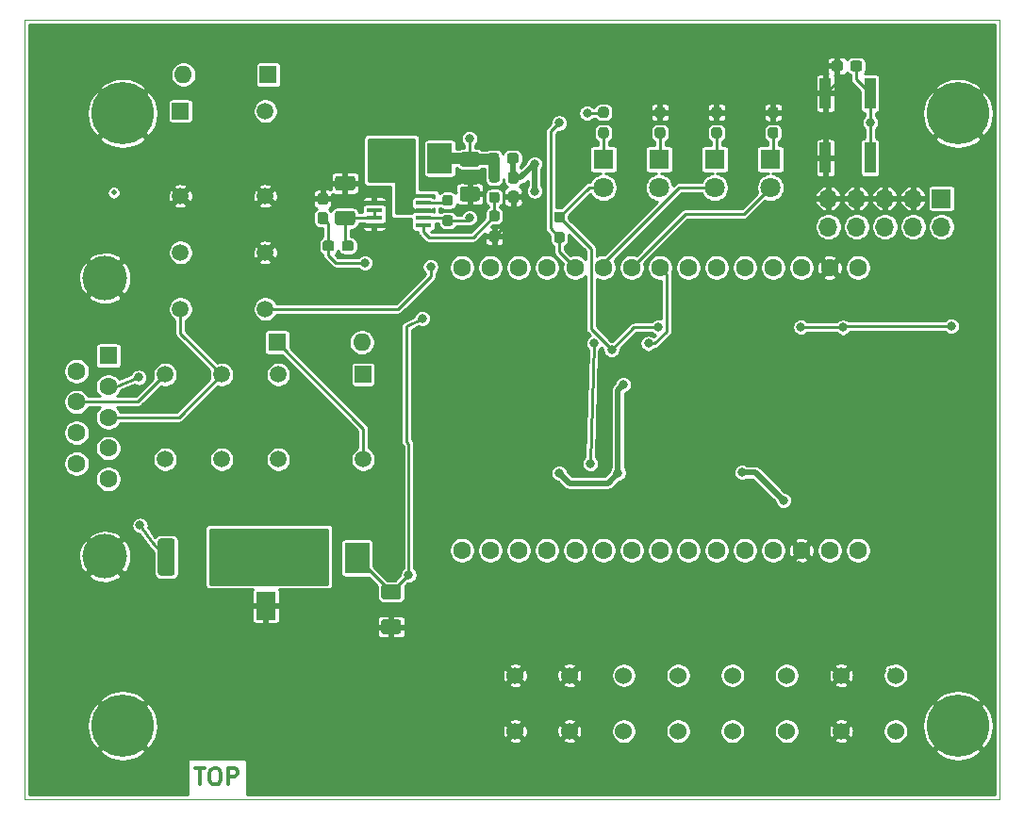
<source format=gbr>
%TF.GenerationSoftware,KiCad,Pcbnew,(5.1.8)-1*%
%TF.CreationDate,2020-12-02T11:58:54+01:00*%
%TF.ProjectId,Board,426f6172-642e-46b6-9963-61645f706362,rev?*%
%TF.SameCoordinates,PX253b400PY7a67730*%
%TF.FileFunction,Copper,L1,Top*%
%TF.FilePolarity,Positive*%
%FSLAX46Y46*%
G04 Gerber Fmt 4.6, Leading zero omitted, Abs format (unit mm)*
G04 Created by KiCad (PCBNEW (5.1.8)-1) date 2020-12-02 11:58:54*
%MOMM*%
%LPD*%
G01*
G04 APERTURE LIST*
%TA.AperFunction,NonConductor*%
%ADD10C,0.300000*%
%TD*%
%TA.AperFunction,Profile*%
%ADD11C,0.050000*%
%TD*%
%TA.AperFunction,ComponentPad*%
%ADD12O,1.700000X1.700000*%
%TD*%
%TA.AperFunction,ComponentPad*%
%ADD13R,1.700000X1.700000*%
%TD*%
%TA.AperFunction,ComponentPad*%
%ADD14C,1.600000*%
%TD*%
%TA.AperFunction,SMDPad,CuDef*%
%ADD15C,0.500000*%
%TD*%
%TA.AperFunction,ComponentPad*%
%ADD16C,5.600000*%
%TD*%
%TA.AperFunction,ComponentPad*%
%ADD17O,1.600000X1.600000*%
%TD*%
%TA.AperFunction,ComponentPad*%
%ADD18R,1.600000X1.600000*%
%TD*%
%TA.AperFunction,ComponentPad*%
%ADD19C,4.000000*%
%TD*%
%TA.AperFunction,ComponentPad*%
%ADD20C,1.524000*%
%TD*%
%TA.AperFunction,ComponentPad*%
%ADD21R,1.508000X1.508000*%
%TD*%
%TA.AperFunction,ComponentPad*%
%ADD22C,1.508000*%
%TD*%
%TA.AperFunction,SMDPad,CuDef*%
%ADD23R,2.200000X2.750000*%
%TD*%
%TA.AperFunction,SMDPad,CuDef*%
%ADD24R,1.450000X0.450000*%
%TD*%
%TA.AperFunction,SMDPad,CuDef*%
%ADD25R,1.800000X2.500000*%
%TD*%
%TA.AperFunction,ComponentPad*%
%ADD26R,1.800000X1.800000*%
%TD*%
%TA.AperFunction,ComponentPad*%
%ADD27C,1.800000*%
%TD*%
%TA.AperFunction,SMDPad,CuDef*%
%ADD28R,1.000000X2.800000*%
%TD*%
%TA.AperFunction,ViaPad*%
%ADD29C,0.800000*%
%TD*%
%TA.AperFunction,Conductor*%
%ADD30C,0.250000*%
%TD*%
%TA.AperFunction,Conductor*%
%ADD31C,0.500000*%
%TD*%
%TA.AperFunction,Conductor*%
%ADD32C,1.000000*%
%TD*%
%TA.AperFunction,Conductor*%
%ADD33C,0.254000*%
%TD*%
%TA.AperFunction,Conductor*%
%ADD34C,0.100000*%
%TD*%
G04 APERTURE END LIST*
D10*
X15335714Y2821429D02*
X16192857Y2821429D01*
X15764285Y1321429D02*
X15764285Y2821429D01*
X16978571Y2821429D02*
X17264285Y2821429D01*
X17407142Y2750000D01*
X17550000Y2607143D01*
X17621428Y2321429D01*
X17621428Y1821429D01*
X17550000Y1535715D01*
X17407142Y1392858D01*
X17264285Y1321429D01*
X16978571Y1321429D01*
X16835714Y1392858D01*
X16692857Y1535715D01*
X16621428Y1821429D01*
X16621428Y2321429D01*
X16692857Y2607143D01*
X16835714Y2750000D01*
X16978571Y2821429D01*
X18264285Y1321429D02*
X18264285Y2821429D01*
X18835714Y2821429D01*
X18978571Y2750000D01*
X19050000Y2678572D01*
X19121428Y2535715D01*
X19121428Y2321429D01*
X19050000Y2178572D01*
X18978571Y2107143D01*
X18835714Y2035715D01*
X18264285Y2035715D01*
D11*
X0Y70000000D02*
X0Y0D01*
X87500000Y70000000D02*
X0Y70000000D01*
X87500000Y0D02*
X87500000Y70000000D01*
X0Y0D02*
X87500000Y0D01*
D12*
X72160000Y51430000D03*
X72160000Y53970000D03*
X74700000Y51430000D03*
X74700000Y53970000D03*
X77240000Y51430000D03*
X77240000Y53970000D03*
X79780000Y51430000D03*
X79780000Y53970000D03*
X82320000Y51430000D03*
D13*
X82320000Y53970000D03*
D14*
X39262000Y22374000D03*
X41802000Y22374000D03*
X44342000Y22374000D03*
X46882000Y22374000D03*
X49422000Y22374000D03*
X51962000Y22374000D03*
X54502000Y22374000D03*
X57042000Y22374000D03*
X59582000Y22374000D03*
X62122000Y22374000D03*
X64662000Y22374000D03*
X67202000Y22374000D03*
X69742000Y22374000D03*
X72282000Y22374000D03*
X74822000Y22374000D03*
X39262000Y47774000D03*
X41802000Y47774000D03*
X44342000Y47774000D03*
X46882000Y47774000D03*
X49422000Y47774000D03*
X51962000Y47774000D03*
X54502000Y47774000D03*
X57042000Y47774000D03*
X59582000Y47774000D03*
X62122000Y47774000D03*
X64662000Y47774000D03*
X67202000Y47774000D03*
X69742000Y47774000D03*
X72282000Y47774000D03*
X74822000Y47774000D03*
D15*
X8000000Y54500000D03*
D16*
X83800000Y6600000D03*
X83800000Y61600000D03*
X8800000Y61600000D03*
X8800000Y6600000D03*
D17*
X30270000Y41050000D03*
D18*
X22650000Y41050000D03*
D19*
X7200000Y21810000D03*
X7200000Y46810000D03*
D14*
X4660000Y30155000D03*
X4660000Y32925000D03*
X4660000Y35695000D03*
X4660000Y38465000D03*
X7500000Y28770000D03*
X7500000Y31540000D03*
X7500000Y34310000D03*
X7500000Y37080000D03*
D18*
X7500000Y39850000D03*
D20*
X44030000Y11130000D03*
X48910000Y11130000D03*
X53790000Y11130000D03*
X58670000Y11130000D03*
X63550000Y11130000D03*
X68430000Y11130000D03*
X73310000Y11130000D03*
X78190000Y11130000D03*
X44030000Y6130000D03*
X48910000Y6130000D03*
X53790000Y6130000D03*
X58670000Y6130000D03*
X63550000Y6130000D03*
X68430000Y6130000D03*
X73310000Y6130000D03*
X78190000Y6130000D03*
D21*
X30390000Y38160000D03*
D22*
X30390000Y30540000D03*
X22770000Y30540000D03*
X22770000Y38160000D03*
X17690000Y38160000D03*
X17690000Y30540000D03*
X12610000Y30540000D03*
X12610000Y38160000D03*
D23*
X37280000Y57580000D03*
X32580000Y57580000D03*
X29850000Y21680000D03*
X25150000Y21680000D03*
D24*
X35780000Y53555000D03*
X35780000Y52905000D03*
X35780000Y52255000D03*
X35780000Y51605000D03*
X31380000Y51605000D03*
X31380000Y52255000D03*
X31380000Y52905000D03*
X31380000Y53555000D03*
%TA.AperFunction,SMDPad,CuDef*%
G36*
G01*
X41931500Y51055000D02*
X42406500Y51055000D01*
G75*
G02*
X42644000Y50817500I0J-237500D01*
G01*
X42644000Y50317500D01*
G75*
G02*
X42406500Y50080000I-237500J0D01*
G01*
X41931500Y50080000D01*
G75*
G02*
X41694000Y50317500I0J237500D01*
G01*
X41694000Y50817500D01*
G75*
G02*
X41931500Y51055000I237500J0D01*
G01*
G37*
%TD.AperFunction*%
%TA.AperFunction,SMDPad,CuDef*%
G36*
G01*
X41931500Y52880000D02*
X42406500Y52880000D01*
G75*
G02*
X42644000Y52642500I0J-237500D01*
G01*
X42644000Y52142500D01*
G75*
G02*
X42406500Y51905000I-237500J0D01*
G01*
X41931500Y51905000D01*
G75*
G02*
X41694000Y52142500I0J237500D01*
G01*
X41694000Y52642500D01*
G75*
G02*
X41931500Y52880000I237500J0D01*
G01*
G37*
%TD.AperFunction*%
%TA.AperFunction,SMDPad,CuDef*%
G36*
G01*
X41931500Y54555000D02*
X42406500Y54555000D01*
G75*
G02*
X42644000Y54317500I0J-237500D01*
G01*
X42644000Y53817500D01*
G75*
G02*
X42406500Y53580000I-237500J0D01*
G01*
X41931500Y53580000D01*
G75*
G02*
X41694000Y53817500I0J237500D01*
G01*
X41694000Y54317500D01*
G75*
G02*
X41931500Y54555000I237500J0D01*
G01*
G37*
%TD.AperFunction*%
%TA.AperFunction,SMDPad,CuDef*%
G36*
G01*
X41931500Y56380000D02*
X42406500Y56380000D01*
G75*
G02*
X42644000Y56142500I0J-237500D01*
G01*
X42644000Y55642500D01*
G75*
G02*
X42406500Y55405000I-237500J0D01*
G01*
X41931500Y55405000D01*
G75*
G02*
X41694000Y55642500I0J237500D01*
G01*
X41694000Y56142500D01*
G75*
G02*
X41931500Y56380000I237500J0D01*
G01*
G37*
%TD.AperFunction*%
%TA.AperFunction,SMDPad,CuDef*%
G36*
G01*
X52207500Y61215000D02*
X51732500Y61215000D01*
G75*
G02*
X51495000Y61452500I0J237500D01*
G01*
X51495000Y61952500D01*
G75*
G02*
X51732500Y62190000I237500J0D01*
G01*
X52207500Y62190000D01*
G75*
G02*
X52445000Y61952500I0J-237500D01*
G01*
X52445000Y61452500D01*
G75*
G02*
X52207500Y61215000I-237500J0D01*
G01*
G37*
%TD.AperFunction*%
%TA.AperFunction,SMDPad,CuDef*%
G36*
G01*
X52207500Y59390000D02*
X51732500Y59390000D01*
G75*
G02*
X51495000Y59627500I0J237500D01*
G01*
X51495000Y60127500D01*
G75*
G02*
X51732500Y60365000I237500J0D01*
G01*
X52207500Y60365000D01*
G75*
G02*
X52445000Y60127500I0J-237500D01*
G01*
X52445000Y59627500D01*
G75*
G02*
X52207500Y59390000I-237500J0D01*
G01*
G37*
%TD.AperFunction*%
%TA.AperFunction,SMDPad,CuDef*%
G36*
G01*
X67437500Y61207500D02*
X66962500Y61207500D01*
G75*
G02*
X66725000Y61445000I0J237500D01*
G01*
X66725000Y61945000D01*
G75*
G02*
X66962500Y62182500I237500J0D01*
G01*
X67437500Y62182500D01*
G75*
G02*
X67675000Y61945000I0J-237500D01*
G01*
X67675000Y61445000D01*
G75*
G02*
X67437500Y61207500I-237500J0D01*
G01*
G37*
%TD.AperFunction*%
%TA.AperFunction,SMDPad,CuDef*%
G36*
G01*
X67437500Y59382500D02*
X66962500Y59382500D01*
G75*
G02*
X66725000Y59620000I0J237500D01*
G01*
X66725000Y60120000D01*
G75*
G02*
X66962500Y60357500I237500J0D01*
G01*
X67437500Y60357500D01*
G75*
G02*
X67675000Y60120000I0J-237500D01*
G01*
X67675000Y59620000D01*
G75*
G02*
X67437500Y59382500I-237500J0D01*
G01*
G37*
%TD.AperFunction*%
%TA.AperFunction,SMDPad,CuDef*%
G36*
G01*
X62367500Y61217500D02*
X61892500Y61217500D01*
G75*
G02*
X61655000Y61455000I0J237500D01*
G01*
X61655000Y61955000D01*
G75*
G02*
X61892500Y62192500I237500J0D01*
G01*
X62367500Y62192500D01*
G75*
G02*
X62605000Y61955000I0J-237500D01*
G01*
X62605000Y61455000D01*
G75*
G02*
X62367500Y61217500I-237500J0D01*
G01*
G37*
%TD.AperFunction*%
%TA.AperFunction,SMDPad,CuDef*%
G36*
G01*
X62367500Y59392500D02*
X61892500Y59392500D01*
G75*
G02*
X61655000Y59630000I0J237500D01*
G01*
X61655000Y60130000D01*
G75*
G02*
X61892500Y60367500I237500J0D01*
G01*
X62367500Y60367500D01*
G75*
G02*
X62605000Y60130000I0J-237500D01*
G01*
X62605000Y59630000D01*
G75*
G02*
X62367500Y59392500I-237500J0D01*
G01*
G37*
%TD.AperFunction*%
%TA.AperFunction,SMDPad,CuDef*%
G36*
G01*
X57287500Y61217500D02*
X56812500Y61217500D01*
G75*
G02*
X56575000Y61455000I0J237500D01*
G01*
X56575000Y61955000D01*
G75*
G02*
X56812500Y62192500I237500J0D01*
G01*
X57287500Y62192500D01*
G75*
G02*
X57525000Y61955000I0J-237500D01*
G01*
X57525000Y61455000D01*
G75*
G02*
X57287500Y61217500I-237500J0D01*
G01*
G37*
%TD.AperFunction*%
%TA.AperFunction,SMDPad,CuDef*%
G36*
G01*
X57287500Y59392500D02*
X56812500Y59392500D01*
G75*
G02*
X56575000Y59630000I0J237500D01*
G01*
X56575000Y60130000D01*
G75*
G02*
X56812500Y60367500I237500J0D01*
G01*
X57287500Y60367500D01*
G75*
G02*
X57525000Y60130000I0J-237500D01*
G01*
X57525000Y59630000D01*
G75*
G02*
X57287500Y59392500I-237500J0D01*
G01*
G37*
%TD.AperFunction*%
%TA.AperFunction,SMDPad,CuDef*%
G36*
G01*
X47782500Y50965000D02*
X48257500Y50965000D01*
G75*
G02*
X48495000Y50727500I0J-237500D01*
G01*
X48495000Y50227500D01*
G75*
G02*
X48257500Y49990000I-237500J0D01*
G01*
X47782500Y49990000D01*
G75*
G02*
X47545000Y50227500I0J237500D01*
G01*
X47545000Y50727500D01*
G75*
G02*
X47782500Y50965000I237500J0D01*
G01*
G37*
%TD.AperFunction*%
%TA.AperFunction,SMDPad,CuDef*%
G36*
G01*
X47782500Y52790000D02*
X48257500Y52790000D01*
G75*
G02*
X48495000Y52552500I0J-237500D01*
G01*
X48495000Y52052500D01*
G75*
G02*
X48257500Y51815000I-237500J0D01*
G01*
X47782500Y51815000D01*
G75*
G02*
X47545000Y52052500I0J237500D01*
G01*
X47545000Y52552500D01*
G75*
G02*
X47782500Y52790000I237500J0D01*
G01*
G37*
%TD.AperFunction*%
%TA.AperFunction,SMDPad,CuDef*%
G36*
G01*
X38217500Y53317500D02*
X37742500Y53317500D01*
G75*
G02*
X37505000Y53555000I0J237500D01*
G01*
X37505000Y54055000D01*
G75*
G02*
X37742500Y54292500I237500J0D01*
G01*
X38217500Y54292500D01*
G75*
G02*
X38455000Y54055000I0J-237500D01*
G01*
X38455000Y53555000D01*
G75*
G02*
X38217500Y53317500I-237500J0D01*
G01*
G37*
%TD.AperFunction*%
%TA.AperFunction,SMDPad,CuDef*%
G36*
G01*
X38217500Y51492500D02*
X37742500Y51492500D01*
G75*
G02*
X37505000Y51730000I0J237500D01*
G01*
X37505000Y52230000D01*
G75*
G02*
X37742500Y52467500I237500J0D01*
G01*
X38217500Y52467500D01*
G75*
G02*
X38455000Y52230000I0J-237500D01*
G01*
X38455000Y51730000D01*
G75*
G02*
X38217500Y51492500I-237500J0D01*
G01*
G37*
%TD.AperFunction*%
%TA.AperFunction,SMDPad,CuDef*%
G36*
G01*
X43642500Y54655000D02*
X44117500Y54655000D01*
G75*
G02*
X44355000Y54417500I0J-237500D01*
G01*
X44355000Y53817500D01*
G75*
G02*
X44117500Y53580000I-237500J0D01*
G01*
X43642500Y53580000D01*
G75*
G02*
X43405000Y53817500I0J237500D01*
G01*
X43405000Y54417500D01*
G75*
G02*
X43642500Y54655000I237500J0D01*
G01*
G37*
%TD.AperFunction*%
%TA.AperFunction,SMDPad,CuDef*%
G36*
G01*
X43642500Y56380000D02*
X44117500Y56380000D01*
G75*
G02*
X44355000Y56142500I0J-237500D01*
G01*
X44355000Y55542500D01*
G75*
G02*
X44117500Y55305000I-237500J0D01*
G01*
X43642500Y55305000D01*
G75*
G02*
X43405000Y55542500I0J237500D01*
G01*
X43405000Y56142500D01*
G75*
G02*
X43642500Y56380000I237500J0D01*
G01*
G37*
%TD.AperFunction*%
%TA.AperFunction,SMDPad,CuDef*%
G36*
G01*
X27007500Y53397500D02*
X26532500Y53397500D01*
G75*
G02*
X26295000Y53635000I0J237500D01*
G01*
X26295000Y54235000D01*
G75*
G02*
X26532500Y54472500I237500J0D01*
G01*
X27007500Y54472500D01*
G75*
G02*
X27245000Y54235000I0J-237500D01*
G01*
X27245000Y53635000D01*
G75*
G02*
X27007500Y53397500I-237500J0D01*
G01*
G37*
%TD.AperFunction*%
%TA.AperFunction,SMDPad,CuDef*%
G36*
G01*
X27007500Y51672500D02*
X26532500Y51672500D01*
G75*
G02*
X26295000Y51910000I0J237500D01*
G01*
X26295000Y52510000D01*
G75*
G02*
X26532500Y52747500I237500J0D01*
G01*
X27007500Y52747500D01*
G75*
G02*
X27245000Y52510000I0J-237500D01*
G01*
X27245000Y51910000D01*
G75*
G02*
X27007500Y51672500I-237500J0D01*
G01*
G37*
%TD.AperFunction*%
%TA.AperFunction,SMDPad,CuDef*%
G36*
G01*
X73475000Y66117500D02*
X73475000Y65642500D01*
G75*
G02*
X73237500Y65405000I-237500J0D01*
G01*
X72637500Y65405000D01*
G75*
G02*
X72400000Y65642500I0J237500D01*
G01*
X72400000Y66117500D01*
G75*
G02*
X72637500Y66355000I237500J0D01*
G01*
X73237500Y66355000D01*
G75*
G02*
X73475000Y66117500I0J-237500D01*
G01*
G37*
%TD.AperFunction*%
%TA.AperFunction,SMDPad,CuDef*%
G36*
G01*
X75200000Y66117500D02*
X75200000Y65642500D01*
G75*
G02*
X74962500Y65405000I-237500J0D01*
G01*
X74362500Y65405000D01*
G75*
G02*
X74125000Y65642500I0J237500D01*
G01*
X74125000Y66117500D01*
G75*
G02*
X74362500Y66355000I237500J0D01*
G01*
X74962500Y66355000D01*
G75*
G02*
X75200000Y66117500I0J-237500D01*
G01*
G37*
%TD.AperFunction*%
%TA.AperFunction,SMDPad,CuDef*%
G36*
G01*
X42605000Y57817500D02*
X42605000Y57342500D01*
G75*
G02*
X42367500Y57105000I-237500J0D01*
G01*
X41792500Y57105000D01*
G75*
G02*
X41555000Y57342500I0J237500D01*
G01*
X41555000Y57817500D01*
G75*
G02*
X41792500Y58055000I237500J0D01*
G01*
X42367500Y58055000D01*
G75*
G02*
X42605000Y57817500I0J-237500D01*
G01*
G37*
%TD.AperFunction*%
%TA.AperFunction,SMDPad,CuDef*%
G36*
G01*
X44355000Y57817500D02*
X44355000Y57342500D01*
G75*
G02*
X44117500Y57105000I-237500J0D01*
G01*
X43542500Y57105000D01*
G75*
G02*
X43305000Y57342500I0J237500D01*
G01*
X43305000Y57817500D01*
G75*
G02*
X43542500Y58055000I237500J0D01*
G01*
X44117500Y58055000D01*
G75*
G02*
X44355000Y57817500I0J-237500D01*
G01*
G37*
%TD.AperFunction*%
%TA.AperFunction,SMDPad,CuDef*%
G36*
G01*
X27795000Y49947500D02*
X27795000Y49472500D01*
G75*
G02*
X27557500Y49235000I-237500J0D01*
G01*
X26982500Y49235000D01*
G75*
G02*
X26745000Y49472500I0J237500D01*
G01*
X26745000Y49947500D01*
G75*
G02*
X26982500Y50185000I237500J0D01*
G01*
X27557500Y50185000D01*
G75*
G02*
X27795000Y49947500I0J-237500D01*
G01*
G37*
%TD.AperFunction*%
%TA.AperFunction,SMDPad,CuDef*%
G36*
G01*
X29545000Y49947500D02*
X29545000Y49472500D01*
G75*
G02*
X29307500Y49235000I-237500J0D01*
G01*
X28732500Y49235000D01*
G75*
G02*
X28495000Y49472500I0J237500D01*
G01*
X28495000Y49947500D01*
G75*
G02*
X28732500Y50185000I237500J0D01*
G01*
X29307500Y50185000D01*
G75*
G02*
X29545000Y49947500I0J-237500D01*
G01*
G37*
%TD.AperFunction*%
%TA.AperFunction,SMDPad,CuDef*%
G36*
G01*
X32249998Y16150000D02*
X33550002Y16150000D01*
G75*
G02*
X33800000Y15900002I0J-249998D01*
G01*
X33800000Y15074998D01*
G75*
G02*
X33550002Y14825000I-249998J0D01*
G01*
X32249998Y14825000D01*
G75*
G02*
X32000000Y15074998I0J249998D01*
G01*
X32000000Y15900002D01*
G75*
G02*
X32249998Y16150000I249998J0D01*
G01*
G37*
%TD.AperFunction*%
%TA.AperFunction,SMDPad,CuDef*%
G36*
G01*
X32249998Y19275000D02*
X33550002Y19275000D01*
G75*
G02*
X33800000Y19025002I0J-249998D01*
G01*
X33800000Y18199998D01*
G75*
G02*
X33550002Y17950000I-249998J0D01*
G01*
X32249998Y17950000D01*
G75*
G02*
X32000000Y18199998I0J249998D01*
G01*
X32000000Y19025002D01*
G75*
G02*
X32249998Y19275000I249998J0D01*
G01*
G37*
%TD.AperFunction*%
%TA.AperFunction,SMDPad,CuDef*%
G36*
G01*
X39329998Y55037500D02*
X40630002Y55037500D01*
G75*
G02*
X40880000Y54787502I0J-249998D01*
G01*
X40880000Y53962498D01*
G75*
G02*
X40630002Y53712500I-249998J0D01*
G01*
X39329998Y53712500D01*
G75*
G02*
X39080000Y53962498I0J249998D01*
G01*
X39080000Y54787502D01*
G75*
G02*
X39329998Y55037500I249998J0D01*
G01*
G37*
%TD.AperFunction*%
%TA.AperFunction,SMDPad,CuDef*%
G36*
G01*
X39329998Y58162500D02*
X40630002Y58162500D01*
G75*
G02*
X40880000Y57912502I0J-249998D01*
G01*
X40880000Y57087498D01*
G75*
G02*
X40630002Y56837500I-249998J0D01*
G01*
X39329998Y56837500D01*
G75*
G02*
X39080000Y57087498I0J249998D01*
G01*
X39080000Y57912502D01*
G75*
G02*
X39329998Y58162500I249998J0D01*
G01*
G37*
%TD.AperFunction*%
%TA.AperFunction,SMDPad,CuDef*%
G36*
G01*
X29420002Y54672500D02*
X28119998Y54672500D01*
G75*
G02*
X27870000Y54922498I0J249998D01*
G01*
X27870000Y55747502D01*
G75*
G02*
X28119998Y55997500I249998J0D01*
G01*
X29420002Y55997500D01*
G75*
G02*
X29670000Y55747502I0J-249998D01*
G01*
X29670000Y54922498D01*
G75*
G02*
X29420002Y54672500I-249998J0D01*
G01*
G37*
%TD.AperFunction*%
%TA.AperFunction,SMDPad,CuDef*%
G36*
G01*
X29420002Y51547500D02*
X28119998Y51547500D01*
G75*
G02*
X27870000Y51797498I0J249998D01*
G01*
X27870000Y52622502D01*
G75*
G02*
X28119998Y52872500I249998J0D01*
G01*
X29420002Y52872500D01*
G75*
G02*
X29670000Y52622502I0J-249998D01*
G01*
X29670000Y51797498D01*
G75*
G02*
X29420002Y51547500I-249998J0D01*
G01*
G37*
%TD.AperFunction*%
%TA.AperFunction,SMDPad,CuDef*%
G36*
G01*
X13487500Y23185001D02*
X13487500Y20334999D01*
G75*
G02*
X13237501Y20085000I-249999J0D01*
G01*
X12212499Y20085000D01*
G75*
G02*
X11962500Y20334999I0J249999D01*
G01*
X11962500Y23185001D01*
G75*
G02*
X12212499Y23435000I249999J0D01*
G01*
X13237501Y23435000D01*
G75*
G02*
X13487500Y23185001I0J-249999D01*
G01*
G37*
%TD.AperFunction*%
%TA.AperFunction,SMDPad,CuDef*%
G36*
G01*
X19462500Y23185001D02*
X19462500Y20334999D01*
G75*
G02*
X19212501Y20085000I-249999J0D01*
G01*
X18187499Y20085000D01*
G75*
G02*
X17937500Y20334999I0J249999D01*
G01*
X17937500Y23185001D01*
G75*
G02*
X18187499Y23435000I249999J0D01*
G01*
X19212501Y23435000D01*
G75*
G02*
X19462500Y23185001I0J-249999D01*
G01*
G37*
%TD.AperFunction*%
D25*
X21660000Y17360000D03*
X21660000Y21360000D03*
D22*
X13990000Y44040000D03*
X21610000Y44040000D03*
X21610000Y49120000D03*
X13990000Y49120000D03*
X13990000Y54200000D03*
X21610000Y54200000D03*
X21610000Y61820000D03*
D21*
X13990000Y61820000D03*
D18*
X21870000Y65100000D03*
D17*
X14250000Y65100000D03*
D26*
X51960000Y57490000D03*
D27*
X51960000Y54950000D03*
D28*
X71910000Y57620000D03*
X71910000Y63420000D03*
X75910000Y57620000D03*
X75910000Y63420000D03*
D26*
X66960000Y57490000D03*
D27*
X66960000Y54950000D03*
D26*
X61960000Y57490000D03*
D27*
X61960000Y54950000D03*
D26*
X56960000Y57490000D03*
D27*
X56960000Y54950000D03*
D29*
X65000000Y2500000D03*
X75000000Y2500000D03*
X85000000Y12500000D03*
X85000000Y22500000D03*
X85000000Y32500000D03*
X85000000Y42500000D03*
X85000000Y52500000D03*
X75000000Y67500000D03*
X65000000Y67500000D03*
X55000000Y67500000D03*
X45000000Y67500000D03*
X35000000Y67500000D03*
X25000000Y67500000D03*
X15000000Y67500000D03*
X5000000Y67500000D03*
X5000000Y52500000D03*
X5000000Y12500000D03*
X54720000Y35060000D03*
X31380000Y50580000D03*
X31380000Y54600000D03*
X45560000Y34450000D03*
X71940000Y27430000D03*
X53500000Y52000000D03*
X72500000Y33900000D03*
X73700000Y31700000D03*
X58400000Y53300000D03*
X14000000Y46350000D03*
X62200000Y44650000D03*
X52900000Y45550000D03*
X39150000Y42450000D03*
X45100000Y42400000D03*
X39300000Y38950000D03*
X45400000Y39800000D03*
X45400000Y59800000D03*
X48600000Y59000000D03*
X37950000Y55350000D03*
X40000000Y56000000D03*
X26250000Y45450000D03*
X33850000Y45450000D03*
X39200000Y45500000D03*
X43450000Y45600000D03*
X57200000Y40500000D03*
X57200000Y37300000D03*
X56150000Y32150000D03*
X57250000Y34550000D03*
X58900000Y44650000D03*
X59050000Y40650000D03*
X62300000Y40650000D03*
X66650000Y40650000D03*
X66400000Y44650000D03*
X71500000Y39550000D03*
X70950000Y35950000D03*
X72550000Y37500000D03*
X69000000Y34150000D03*
X66850000Y32300000D03*
X63150000Y30900000D03*
X58550000Y30900000D03*
X61100000Y30900000D03*
X63250000Y27600000D03*
X61150000Y27600000D03*
X58550000Y27600000D03*
X55600000Y27600000D03*
X33100000Y24400000D03*
X35950000Y24350000D03*
X33100000Y27150000D03*
X35950000Y39300000D03*
X33400000Y39750000D03*
X51400000Y14000000D03*
X51450000Y18850000D03*
X37050000Y19800000D03*
X34950000Y14900000D03*
X41050000Y19300000D03*
X41050000Y16100000D03*
X51850000Y8400000D03*
X56050000Y8450000D03*
X61200000Y8300000D03*
X66100000Y8300000D03*
X69950000Y8600000D03*
X35950000Y27050000D03*
X72600000Y17850000D03*
X69500000Y21000000D03*
X28550000Y38550000D03*
X28600000Y30600000D03*
X23350000Y34650000D03*
X69950000Y13500000D03*
X65900000Y13600000D03*
X61650000Y13500000D03*
X57850000Y18850000D03*
X58300000Y13600000D03*
X44000000Y50500000D03*
X75750000Y44750000D03*
X76000000Y41000000D03*
X49390000Y49790000D03*
X70520000Y1680000D03*
X60270000Y2330000D03*
X51240000Y1860000D03*
X55830000Y2380000D03*
X46660000Y3740000D03*
X46470000Y1540000D03*
X42120000Y1630000D03*
X24910000Y5000000D03*
X9510000Y17700000D03*
X68470000Y63020000D03*
X65750000Y64050000D03*
X65840000Y59750000D03*
X55780000Y63130000D03*
X51210000Y64570000D03*
X1291667Y68557500D03*
X1291667Y61557500D03*
X1291667Y54557500D03*
X1291667Y47557500D03*
X1291667Y40557500D03*
X1291667Y33557500D03*
X1291667Y26557500D03*
X1291667Y19557500D03*
X1291667Y12557500D03*
X1291667Y5557500D03*
X4291667Y1557500D03*
X5291667Y65557500D03*
X5291667Y58557500D03*
X5291667Y50557500D03*
X5291667Y43557500D03*
X5291667Y16557500D03*
X5291667Y9557500D03*
X9291667Y68557500D03*
X9291667Y55557500D03*
X9291667Y31557500D03*
X9291667Y13557500D03*
X10291667Y48557500D03*
X10291667Y41557500D03*
X10291667Y21557500D03*
X10291667Y2557500D03*
X12291667Y64557500D03*
X12291667Y35557500D03*
X12291667Y27557500D03*
X12291667Y9557500D03*
X13291667Y58557500D03*
X13291667Y17557500D03*
X14291667Y51557500D03*
X15291667Y23557500D03*
X15291667Y5557500D03*
X16291667Y32557500D03*
X16291667Y13557500D03*
X17291667Y68557500D03*
X17291667Y61557500D03*
X17291667Y47557500D03*
X18291667Y55557500D03*
X18291667Y41557500D03*
X19291667Y28557500D03*
X19291667Y18557500D03*
X19291667Y9557500D03*
X20291667Y36557500D03*
X22291667Y59557500D03*
X22291667Y14557500D03*
X22291667Y5557500D03*
X23291667Y67557500D03*
X23291667Y46557500D03*
X23291667Y32557500D03*
X23291667Y25557500D03*
X24291667Y54557500D03*
X25291667Y41557500D03*
X25291667Y10557500D03*
X25291667Y1557500D03*
X26291667Y63557500D03*
X26291667Y18557500D03*
X27291667Y28557500D03*
X28291667Y58557500D03*
X28291667Y6557500D03*
X29291667Y68557500D03*
X29291667Y14557500D03*
X30291667Y24557500D03*
X31291667Y2557500D03*
X32291667Y64557500D03*
X32291667Y41557500D03*
X32291667Y10557500D03*
X33291667Y51557500D03*
X35291667Y60557500D03*
X35291667Y6557500D03*
X36291667Y22557500D03*
X37291667Y68557500D03*
X37291667Y45557500D03*
X37291667Y37557500D03*
X37291667Y30557500D03*
X37291667Y16557500D03*
X37291667Y1557500D03*
X39291667Y63557500D03*
X39291667Y11557500D03*
X40291667Y26557500D03*
X41291667Y42557500D03*
X41291667Y5557500D03*
X42291667Y59557500D03*
X43291667Y67557500D03*
X43291667Y20557500D03*
X44291667Y30557500D03*
X44291667Y14557500D03*
X44291667Y1557500D03*
X45291667Y8557500D03*
X46291667Y63557500D03*
X46291667Y44557500D03*
X46291667Y25557500D03*
X48291667Y55557500D03*
X48291667Y39557500D03*
X49291667Y68557500D03*
X49291667Y3557500D03*
X50291667Y16557500D03*
X51291667Y51557500D03*
X51291667Y10557500D03*
X52291667Y26557500D03*
X53291667Y65557500D03*
X53291667Y43557500D03*
X53291667Y20557500D03*
X54291667Y59557500D03*
X55291667Y4557500D03*
X57291667Y68557500D03*
X57291667Y24557500D03*
X58291667Y16557500D03*
X59291667Y63557500D03*
X59291667Y56557500D03*
X59291667Y38557500D03*
X61291667Y33557500D03*
X61291667Y11557500D03*
X62291667Y3557500D03*
X63291667Y67557500D03*
X63291667Y25557500D03*
X64291667Y54557500D03*
X64291667Y45557500D03*
X65291667Y37557500D03*
X65291667Y16557500D03*
X66291667Y6557500D03*
X67291667Y50557500D03*
X68291667Y65557500D03*
X68291667Y1557500D03*
X69291667Y59557500D03*
X69291667Y40557500D03*
X69291667Y24557500D03*
X70291667Y18557500D03*
X70291667Y11557500D03*
X72291667Y68557500D03*
X73291667Y3557500D03*
X74291667Y63557500D03*
X74291667Y15557500D03*
X75291667Y9557500D03*
X77291667Y31557500D03*
X77291667Y24557500D03*
X78291667Y67557500D03*
X78291667Y18557500D03*
X78291667Y1557500D03*
X81291667Y28557500D03*
X81291667Y11557500D03*
X83291667Y65557500D03*
X84291667Y44557500D03*
X84291667Y36557500D03*
X84291667Y24557500D03*
X84291667Y17557500D03*
X84291667Y2557500D03*
X86291667Y54557500D03*
X86291667Y30557500D03*
X56000000Y40950000D03*
X47980000Y60760000D03*
X75943722Y60806278D03*
X73490000Y42390000D03*
X83200000Y42500000D03*
X52700000Y40400000D03*
X56900000Y42400000D03*
X69700000Y42400000D03*
X10350000Y24600000D03*
X10250000Y37900000D03*
X36450000Y47850000D03*
X50500000Y61650000D03*
X68120000Y26860000D03*
X45787500Y57087500D03*
X53279415Y29320585D03*
X64414000Y29364000D03*
X48000000Y29300000D03*
X45800000Y54650000D03*
X53750000Y37250000D03*
X39960000Y52220000D03*
X39930000Y59360000D03*
X50800000Y30150000D03*
X51100000Y40950000D03*
X34484902Y20154902D03*
X30550000Y48200000D03*
X35700000Y43200000D03*
D30*
X43880000Y52278500D02*
X42169000Y50567500D01*
X43880000Y54117500D02*
X43880000Y52278500D01*
X72937500Y64447500D02*
X71910000Y63420000D01*
X72937500Y65880000D02*
X72937500Y64447500D01*
X79890000Y53930000D02*
X77350000Y53930000D01*
X74810000Y53930000D02*
X77350000Y53930000D01*
X72270000Y53930000D02*
X74810000Y53930000D01*
X57625001Y47190999D02*
X57042000Y47774000D01*
X57625001Y42009316D02*
X57625001Y47190999D01*
X56565685Y40950000D02*
X57625001Y42009316D01*
X56000000Y40950000D02*
X56565685Y40950000D01*
X47219990Y51277510D02*
X48020000Y50477500D01*
X47219990Y59999990D02*
X47219990Y51277510D01*
X47980000Y60760000D02*
X47219990Y59999990D01*
X48020000Y49176000D02*
X48020000Y50477500D01*
X49422000Y47774000D02*
X48020000Y49176000D01*
X75950000Y59580000D02*
X75910000Y57620000D01*
X75943722Y60806278D02*
X75950000Y59580000D01*
X75943722Y60806278D02*
X75910000Y62720000D01*
X75910000Y62720000D02*
X75910000Y63420000D01*
X74662500Y64667500D02*
X75910000Y63420000D01*
X74662500Y65880000D02*
X74662500Y64667500D01*
X51962000Y48138998D02*
X51962000Y47774000D01*
X58773002Y54950000D02*
X51962000Y48138998D01*
X61960000Y54950000D02*
X58773002Y54950000D01*
X62130000Y59880000D02*
X62130000Y57500000D01*
X62130000Y57500000D02*
X62120000Y57490000D01*
X67200000Y59870000D02*
X67200000Y57490000D01*
X59302999Y52574999D02*
X54502000Y47774000D01*
X64584999Y52574999D02*
X59302999Y52574999D01*
X66960000Y54950000D02*
X64584999Y52574999D01*
X77664000Y11656000D02*
X78190000Y11130000D01*
X50667500Y54950000D02*
X48020000Y52302500D01*
X51960000Y54950000D02*
X50667500Y54950000D01*
X73594000Y42494000D02*
X73490000Y42390000D01*
X81994000Y42494000D02*
X73594000Y42494000D01*
X81994000Y42494000D02*
X82000000Y42500000D01*
X83194000Y42494000D02*
X83200000Y42500000D01*
X81994000Y42494000D02*
X83194000Y42494000D01*
X52700000Y40400000D02*
X54690000Y42390000D01*
X54690000Y42390000D02*
X56890000Y42390000D01*
X56890000Y42390000D02*
X56900000Y42400000D01*
X73480000Y42400000D02*
X73490000Y42390000D01*
X69700000Y42400000D02*
X73480000Y42400000D01*
X50836999Y49485501D02*
X48020000Y52302500D01*
X50836999Y42263001D02*
X50836999Y49485501D01*
X52700000Y40400000D02*
X50836999Y42263001D01*
X11485000Y23000000D02*
X12725000Y21760000D01*
X10350000Y24600000D02*
X11485000Y23000000D01*
X51970000Y59877500D02*
X51970000Y57500000D01*
X51970000Y57500000D02*
X51960000Y57490000D01*
X10145000Y35695000D02*
X12610000Y38160000D01*
X4660000Y35695000D02*
X10145000Y35695000D01*
X13840000Y34310000D02*
X17690000Y38160000D01*
X7500000Y34310000D02*
X13840000Y34310000D01*
X13990000Y41860000D02*
X17690000Y38160000D01*
X13990000Y44040000D02*
X13990000Y41860000D01*
X8000000Y37030000D02*
X10250000Y37900000D01*
X22040000Y44470000D02*
X21610000Y44040000D01*
X21610000Y44040000D02*
X33513002Y44040000D01*
X36450000Y46976998D02*
X36450000Y47850000D01*
X33513002Y44040000D02*
X36450000Y46976998D01*
X51917500Y61650000D02*
X51970000Y61702500D01*
X50500000Y61650000D02*
X51917500Y61650000D01*
D31*
X43880000Y55842500D02*
X43880000Y57530000D01*
D30*
X43880000Y57530000D02*
X43830000Y57580000D01*
D31*
X44542500Y55842500D02*
X45787500Y57087500D01*
X43880000Y55842500D02*
X44542500Y55842500D01*
X64414000Y29364000D02*
X65616000Y29364000D01*
X65616000Y29364000D02*
X68120000Y26860000D01*
X52358830Y28400000D02*
X53279415Y29320585D01*
X48900000Y28400000D02*
X52358830Y28400000D01*
X48000000Y29300000D02*
X48900000Y28400000D01*
D30*
X30390000Y30540000D02*
X30560000Y30540000D01*
X30390000Y33310000D02*
X22650000Y41050000D01*
X30390000Y30540000D02*
X30390000Y33310000D01*
D31*
X45669999Y56969999D02*
X45787500Y57087500D01*
X45787500Y57087500D02*
X45787500Y54662500D01*
X45787500Y54662500D02*
X45800000Y54650000D01*
X53279415Y29320585D02*
X53279415Y36779415D01*
X53279415Y36779415D02*
X53750000Y37250000D01*
D30*
X57050000Y59880000D02*
X57050000Y57500000D01*
X57050000Y57500000D02*
X57040000Y57490000D01*
X35780000Y53555000D02*
X37730000Y53555000D01*
X37730000Y53555000D02*
X37980000Y53805000D01*
X31380000Y52905000D02*
X31380000Y52255000D01*
X28770000Y52210000D02*
X30770000Y52210000D01*
X28770000Y52210000D02*
X28770000Y49960000D01*
X28770000Y49960000D02*
X29020000Y49710000D01*
X29020000Y51960000D02*
X28770000Y52210000D01*
X39980000Y57580000D02*
X39980000Y57205000D01*
X39980000Y57205000D02*
X40080000Y57105000D01*
D32*
X37280000Y57580000D02*
X39605000Y57580000D01*
D30*
X39605000Y57580000D02*
X39980000Y57205000D01*
X40555000Y57580000D02*
X40080000Y57105000D01*
D32*
X42169000Y55892500D02*
X42169000Y57491000D01*
D30*
X42169000Y57491000D02*
X42080000Y57580000D01*
X42080000Y55981500D02*
X42169000Y55892500D01*
X35780000Y52255000D02*
X37705000Y52255000D01*
X37705000Y52255000D02*
X37980000Y51980000D01*
X42000000Y57500000D02*
X42080000Y57580000D01*
D32*
X39980000Y57500000D02*
X42000000Y57500000D01*
D30*
X37980000Y51980000D02*
X39720000Y51980000D01*
X39720000Y51980000D02*
X39960000Y52220000D01*
X39930000Y57550000D02*
X39980000Y57500000D01*
X39930000Y59360000D02*
X39930000Y57550000D01*
X21980000Y21680000D02*
X21660000Y21360000D01*
X21260000Y21760000D02*
X21660000Y21360000D01*
X25070000Y21760000D02*
X25150000Y21680000D01*
X21885000Y21760000D02*
X21660000Y21535000D01*
X21660000Y21535000D02*
X21660000Y21360000D01*
X51100000Y40950000D02*
X50800000Y30150000D01*
X27020000Y51960000D02*
X26770000Y52210000D01*
X27270000Y49710000D02*
X27270000Y51710000D01*
X27270000Y51710000D02*
X27020000Y51960000D01*
X34480000Y20159804D02*
X34484902Y20154902D01*
X30550000Y48200000D02*
X27930000Y48200000D01*
X27270000Y48860000D02*
X27270000Y49710000D01*
X27930000Y48200000D02*
X27270000Y48860000D01*
X35700000Y43200000D02*
X34290000Y42500000D01*
X34290000Y32130000D02*
X34484902Y31935098D01*
X34290000Y42500000D02*
X34290000Y32130000D01*
X34484902Y31935098D02*
X34484902Y20154902D01*
X34442402Y20154902D02*
X32900000Y18612500D01*
X34484902Y20154902D02*
X34442402Y20154902D01*
X29850000Y21662500D02*
X32900000Y18612500D01*
X29850000Y21680000D02*
X29850000Y21662500D01*
X42169000Y52392500D02*
X42169000Y54067500D01*
X35780000Y51605000D02*
X35780000Y50980000D01*
X35780000Y50980000D02*
X36280000Y50480000D01*
X36280000Y50480000D02*
X40256500Y50480000D01*
X40256500Y50480000D02*
X42169000Y52392500D01*
D33*
X87098000Y402000D02*
X19934143Y402000D01*
X19934143Y3532000D01*
X19872369Y3532000D01*
X19867333Y3548601D01*
X19855597Y3570557D01*
X19839803Y3589803D01*
X19820557Y3605597D01*
X19798601Y3617333D01*
X19774776Y3624560D01*
X19750000Y3627000D01*
X14750000Y3627000D01*
X14725224Y3624560D01*
X14701399Y3617333D01*
X14679443Y3605597D01*
X14660197Y3589803D01*
X14644403Y3570557D01*
X14632667Y3548601D01*
X14625440Y3524776D01*
X14623000Y3500000D01*
X14623000Y500000D01*
X14625440Y475224D01*
X14632667Y451399D01*
X14644403Y429443D01*
X14660197Y410197D01*
X14665857Y405552D01*
X14665857Y402000D01*
X402000Y402000D01*
X402000Y4321336D01*
X6700941Y4321336D01*
X7027801Y3944712D01*
X7579874Y3649994D01*
X8178836Y3468642D01*
X8801669Y3407626D01*
X9424438Y3469293D01*
X10023211Y3651271D01*
X10572199Y3944712D01*
X10899059Y4321336D01*
X81700941Y4321336D01*
X82027801Y3944712D01*
X82579874Y3649994D01*
X83178836Y3468642D01*
X83801669Y3407626D01*
X84424438Y3469293D01*
X85023211Y3651271D01*
X85572199Y3944712D01*
X85899059Y4321336D01*
X83800000Y6420395D01*
X81700941Y4321336D01*
X10899059Y4321336D01*
X8800000Y6420395D01*
X6700941Y4321336D01*
X402000Y4321336D01*
X402000Y6598331D01*
X5607626Y6598331D01*
X5669293Y5975562D01*
X5851271Y5376789D01*
X6144712Y4827801D01*
X6521336Y4500941D01*
X8620395Y6600000D01*
X8979605Y6600000D01*
X11078664Y4500941D01*
X11455288Y4827801D01*
X11708967Y5303000D01*
X43382606Y5303000D01*
X43464173Y5135140D01*
X43669133Y5043869D01*
X43887961Y4994337D01*
X44112246Y4988448D01*
X44333371Y5026428D01*
X44542838Y5106819D01*
X44595827Y5135140D01*
X44677394Y5303000D01*
X48262606Y5303000D01*
X48344173Y5135140D01*
X48549133Y5043869D01*
X48767961Y4994337D01*
X48992246Y4988448D01*
X49213371Y5026428D01*
X49422838Y5106819D01*
X49475827Y5135140D01*
X49557394Y5303000D01*
X48910000Y5950395D01*
X48262606Y5303000D01*
X44677394Y5303000D01*
X44030000Y5950395D01*
X43382606Y5303000D01*
X11708967Y5303000D01*
X11750006Y5379874D01*
X11931358Y5978836D01*
X11938109Y6047754D01*
X42888448Y6047754D01*
X42926428Y5826629D01*
X43006819Y5617162D01*
X43035140Y5564173D01*
X43203000Y5482606D01*
X43850395Y6130000D01*
X44209605Y6130000D01*
X44857000Y5482606D01*
X45024860Y5564173D01*
X45116131Y5769133D01*
X45165663Y5987961D01*
X45167232Y6047754D01*
X47768448Y6047754D01*
X47806428Y5826629D01*
X47886819Y5617162D01*
X47915140Y5564173D01*
X48083000Y5482606D01*
X48730395Y6130000D01*
X49089605Y6130000D01*
X49737000Y5482606D01*
X49904860Y5564173D01*
X49996131Y5769133D01*
X50045663Y5987961D01*
X50051552Y6212246D01*
X50046411Y6242182D01*
X52651000Y6242182D01*
X52651000Y6017818D01*
X52694771Y5797766D01*
X52780631Y5590481D01*
X52905281Y5403930D01*
X53063930Y5245281D01*
X53250481Y5120631D01*
X53457766Y5034771D01*
X53677818Y4991000D01*
X53902182Y4991000D01*
X54122234Y5034771D01*
X54329519Y5120631D01*
X54516070Y5245281D01*
X54674719Y5403930D01*
X54799369Y5590481D01*
X54885229Y5797766D01*
X54929000Y6017818D01*
X54929000Y6242182D01*
X57531000Y6242182D01*
X57531000Y6017818D01*
X57574771Y5797766D01*
X57660631Y5590481D01*
X57785281Y5403930D01*
X57943930Y5245281D01*
X58130481Y5120631D01*
X58337766Y5034771D01*
X58557818Y4991000D01*
X58782182Y4991000D01*
X59002234Y5034771D01*
X59209519Y5120631D01*
X59396070Y5245281D01*
X59554719Y5403930D01*
X59679369Y5590481D01*
X59765229Y5797766D01*
X59809000Y6017818D01*
X59809000Y6242182D01*
X62411000Y6242182D01*
X62411000Y6017818D01*
X62454771Y5797766D01*
X62540631Y5590481D01*
X62665281Y5403930D01*
X62823930Y5245281D01*
X63010481Y5120631D01*
X63217766Y5034771D01*
X63437818Y4991000D01*
X63662182Y4991000D01*
X63882234Y5034771D01*
X64089519Y5120631D01*
X64276070Y5245281D01*
X64434719Y5403930D01*
X64559369Y5590481D01*
X64645229Y5797766D01*
X64689000Y6017818D01*
X64689000Y6242182D01*
X67291000Y6242182D01*
X67291000Y6017818D01*
X67334771Y5797766D01*
X67420631Y5590481D01*
X67545281Y5403930D01*
X67703930Y5245281D01*
X67890481Y5120631D01*
X68097766Y5034771D01*
X68317818Y4991000D01*
X68542182Y4991000D01*
X68762234Y5034771D01*
X68969519Y5120631D01*
X69156070Y5245281D01*
X69213789Y5303000D01*
X72662606Y5303000D01*
X72744173Y5135140D01*
X72949133Y5043869D01*
X73167961Y4994337D01*
X73392246Y4988448D01*
X73613371Y5026428D01*
X73822838Y5106819D01*
X73875827Y5135140D01*
X73957394Y5303000D01*
X73310000Y5950395D01*
X72662606Y5303000D01*
X69213789Y5303000D01*
X69314719Y5403930D01*
X69439369Y5590481D01*
X69525229Y5797766D01*
X69569000Y6017818D01*
X69569000Y6047754D01*
X72168448Y6047754D01*
X72206428Y5826629D01*
X72286819Y5617162D01*
X72315140Y5564173D01*
X72483000Y5482606D01*
X73130395Y6130000D01*
X73489605Y6130000D01*
X74137000Y5482606D01*
X74304860Y5564173D01*
X74396131Y5769133D01*
X74445663Y5987961D01*
X74451552Y6212246D01*
X74446411Y6242182D01*
X77051000Y6242182D01*
X77051000Y6017818D01*
X77094771Y5797766D01*
X77180631Y5590481D01*
X77305281Y5403930D01*
X77463930Y5245281D01*
X77650481Y5120631D01*
X77857766Y5034771D01*
X78077818Y4991000D01*
X78302182Y4991000D01*
X78522234Y5034771D01*
X78729519Y5120631D01*
X78916070Y5245281D01*
X79074719Y5403930D01*
X79199369Y5590481D01*
X79285229Y5797766D01*
X79329000Y6017818D01*
X79329000Y6242182D01*
X79285229Y6462234D01*
X79228856Y6598331D01*
X80607626Y6598331D01*
X80669293Y5975562D01*
X80851271Y5376789D01*
X81144712Y4827801D01*
X81521336Y4500941D01*
X83620395Y6600000D01*
X83979605Y6600000D01*
X86078664Y4500941D01*
X86455288Y4827801D01*
X86750006Y5379874D01*
X86931358Y5978836D01*
X86992374Y6601669D01*
X86930707Y7224438D01*
X86748729Y7823211D01*
X86455288Y8372199D01*
X86078664Y8699059D01*
X83979605Y6600000D01*
X83620395Y6600000D01*
X81521336Y8699059D01*
X81144712Y8372199D01*
X80849994Y7820126D01*
X80668642Y7221164D01*
X80607626Y6598331D01*
X79228856Y6598331D01*
X79199369Y6669519D01*
X79074719Y6856070D01*
X78916070Y7014719D01*
X78729519Y7139369D01*
X78522234Y7225229D01*
X78302182Y7269000D01*
X78077818Y7269000D01*
X77857766Y7225229D01*
X77650481Y7139369D01*
X77463930Y7014719D01*
X77305281Y6856070D01*
X77180631Y6669519D01*
X77094771Y6462234D01*
X77051000Y6242182D01*
X74446411Y6242182D01*
X74413572Y6433371D01*
X74333181Y6642838D01*
X74304860Y6695827D01*
X74137000Y6777394D01*
X73489605Y6130000D01*
X73130395Y6130000D01*
X72483000Y6777394D01*
X72315140Y6695827D01*
X72223869Y6490867D01*
X72174337Y6272039D01*
X72168448Y6047754D01*
X69569000Y6047754D01*
X69569000Y6242182D01*
X69525229Y6462234D01*
X69439369Y6669519D01*
X69314719Y6856070D01*
X69213789Y6957000D01*
X72662606Y6957000D01*
X73310000Y6309605D01*
X73957394Y6957000D01*
X73875827Y7124860D01*
X73670867Y7216131D01*
X73452039Y7265663D01*
X73227754Y7271552D01*
X73006629Y7233572D01*
X72797162Y7153181D01*
X72744173Y7124860D01*
X72662606Y6957000D01*
X69213789Y6957000D01*
X69156070Y7014719D01*
X68969519Y7139369D01*
X68762234Y7225229D01*
X68542182Y7269000D01*
X68317818Y7269000D01*
X68097766Y7225229D01*
X67890481Y7139369D01*
X67703930Y7014719D01*
X67545281Y6856070D01*
X67420631Y6669519D01*
X67334771Y6462234D01*
X67291000Y6242182D01*
X64689000Y6242182D01*
X64645229Y6462234D01*
X64559369Y6669519D01*
X64434719Y6856070D01*
X64276070Y7014719D01*
X64089519Y7139369D01*
X63882234Y7225229D01*
X63662182Y7269000D01*
X63437818Y7269000D01*
X63217766Y7225229D01*
X63010481Y7139369D01*
X62823930Y7014719D01*
X62665281Y6856070D01*
X62540631Y6669519D01*
X62454771Y6462234D01*
X62411000Y6242182D01*
X59809000Y6242182D01*
X59765229Y6462234D01*
X59679369Y6669519D01*
X59554719Y6856070D01*
X59396070Y7014719D01*
X59209519Y7139369D01*
X59002234Y7225229D01*
X58782182Y7269000D01*
X58557818Y7269000D01*
X58337766Y7225229D01*
X58130481Y7139369D01*
X57943930Y7014719D01*
X57785281Y6856070D01*
X57660631Y6669519D01*
X57574771Y6462234D01*
X57531000Y6242182D01*
X54929000Y6242182D01*
X54885229Y6462234D01*
X54799369Y6669519D01*
X54674719Y6856070D01*
X54516070Y7014719D01*
X54329519Y7139369D01*
X54122234Y7225229D01*
X53902182Y7269000D01*
X53677818Y7269000D01*
X53457766Y7225229D01*
X53250481Y7139369D01*
X53063930Y7014719D01*
X52905281Y6856070D01*
X52780631Y6669519D01*
X52694771Y6462234D01*
X52651000Y6242182D01*
X50046411Y6242182D01*
X50013572Y6433371D01*
X49933181Y6642838D01*
X49904860Y6695827D01*
X49737000Y6777394D01*
X49089605Y6130000D01*
X48730395Y6130000D01*
X48083000Y6777394D01*
X47915140Y6695827D01*
X47823869Y6490867D01*
X47774337Y6272039D01*
X47768448Y6047754D01*
X45167232Y6047754D01*
X45171552Y6212246D01*
X45133572Y6433371D01*
X45053181Y6642838D01*
X45024860Y6695827D01*
X44857000Y6777394D01*
X44209605Y6130000D01*
X43850395Y6130000D01*
X43203000Y6777394D01*
X43035140Y6695827D01*
X42943869Y6490867D01*
X42894337Y6272039D01*
X42888448Y6047754D01*
X11938109Y6047754D01*
X11992374Y6601669D01*
X11957189Y6957000D01*
X43382606Y6957000D01*
X44030000Y6309605D01*
X44677394Y6957000D01*
X48262606Y6957000D01*
X48910000Y6309605D01*
X49557394Y6957000D01*
X49475827Y7124860D01*
X49270867Y7216131D01*
X49052039Y7265663D01*
X48827754Y7271552D01*
X48606629Y7233572D01*
X48397162Y7153181D01*
X48344173Y7124860D01*
X48262606Y6957000D01*
X44677394Y6957000D01*
X44595827Y7124860D01*
X44390867Y7216131D01*
X44172039Y7265663D01*
X43947754Y7271552D01*
X43726629Y7233572D01*
X43517162Y7153181D01*
X43464173Y7124860D01*
X43382606Y6957000D01*
X11957189Y6957000D01*
X11930707Y7224438D01*
X11748729Y7823211D01*
X11455288Y8372199D01*
X11078664Y8699059D01*
X8979605Y6600000D01*
X8620395Y6600000D01*
X6521336Y8699059D01*
X6144712Y8372199D01*
X5849994Y7820126D01*
X5668642Y7221164D01*
X5607626Y6598331D01*
X402000Y6598331D01*
X402000Y8878664D01*
X6700941Y8878664D01*
X8800000Y6779605D01*
X10899059Y8878664D01*
X81700941Y8878664D01*
X83800000Y6779605D01*
X85899059Y8878664D01*
X85572199Y9255288D01*
X85020126Y9550006D01*
X84421164Y9731358D01*
X83798331Y9792374D01*
X83175562Y9730707D01*
X82576789Y9548729D01*
X82027801Y9255288D01*
X81700941Y8878664D01*
X10899059Y8878664D01*
X10572199Y9255288D01*
X10020126Y9550006D01*
X9421164Y9731358D01*
X8798331Y9792374D01*
X8175562Y9730707D01*
X7576789Y9548729D01*
X7027801Y9255288D01*
X6700941Y8878664D01*
X402000Y8878664D01*
X402000Y10303000D01*
X43382606Y10303000D01*
X43464173Y10135140D01*
X43669133Y10043869D01*
X43887961Y9994337D01*
X44112246Y9988448D01*
X44333371Y10026428D01*
X44542838Y10106819D01*
X44595827Y10135140D01*
X44677394Y10303000D01*
X48262606Y10303000D01*
X48344173Y10135140D01*
X48549133Y10043869D01*
X48767961Y9994337D01*
X48992246Y9988448D01*
X49213371Y10026428D01*
X49422838Y10106819D01*
X49475827Y10135140D01*
X49557394Y10303000D01*
X48910000Y10950395D01*
X48262606Y10303000D01*
X44677394Y10303000D01*
X44030000Y10950395D01*
X43382606Y10303000D01*
X402000Y10303000D01*
X402000Y11047754D01*
X42888448Y11047754D01*
X42926428Y10826629D01*
X43006819Y10617162D01*
X43035140Y10564173D01*
X43203000Y10482606D01*
X43850395Y11130000D01*
X44209605Y11130000D01*
X44857000Y10482606D01*
X45024860Y10564173D01*
X45116131Y10769133D01*
X45165663Y10987961D01*
X45167232Y11047754D01*
X47768448Y11047754D01*
X47806428Y10826629D01*
X47886819Y10617162D01*
X47915140Y10564173D01*
X48083000Y10482606D01*
X48730395Y11130000D01*
X49089605Y11130000D01*
X49737000Y10482606D01*
X49904860Y10564173D01*
X49996131Y10769133D01*
X50045663Y10987961D01*
X50051552Y11212246D01*
X50046411Y11242182D01*
X52651000Y11242182D01*
X52651000Y11017818D01*
X52694771Y10797766D01*
X52780631Y10590481D01*
X52905281Y10403930D01*
X53063930Y10245281D01*
X53250481Y10120631D01*
X53457766Y10034771D01*
X53677818Y9991000D01*
X53902182Y9991000D01*
X54122234Y10034771D01*
X54329519Y10120631D01*
X54516070Y10245281D01*
X54674719Y10403930D01*
X54799369Y10590481D01*
X54885229Y10797766D01*
X54929000Y11017818D01*
X54929000Y11242182D01*
X57531000Y11242182D01*
X57531000Y11017818D01*
X57574771Y10797766D01*
X57660631Y10590481D01*
X57785281Y10403930D01*
X57943930Y10245281D01*
X58130481Y10120631D01*
X58337766Y10034771D01*
X58557818Y9991000D01*
X58782182Y9991000D01*
X59002234Y10034771D01*
X59209519Y10120631D01*
X59396070Y10245281D01*
X59554719Y10403930D01*
X59679369Y10590481D01*
X59765229Y10797766D01*
X59809000Y11017818D01*
X59809000Y11242182D01*
X62411000Y11242182D01*
X62411000Y11017818D01*
X62454771Y10797766D01*
X62540631Y10590481D01*
X62665281Y10403930D01*
X62823930Y10245281D01*
X63010481Y10120631D01*
X63217766Y10034771D01*
X63437818Y9991000D01*
X63662182Y9991000D01*
X63882234Y10034771D01*
X64089519Y10120631D01*
X64276070Y10245281D01*
X64434719Y10403930D01*
X64559369Y10590481D01*
X64645229Y10797766D01*
X64689000Y11017818D01*
X64689000Y11242182D01*
X67291000Y11242182D01*
X67291000Y11017818D01*
X67334771Y10797766D01*
X67420631Y10590481D01*
X67545281Y10403930D01*
X67703930Y10245281D01*
X67890481Y10120631D01*
X68097766Y10034771D01*
X68317818Y9991000D01*
X68542182Y9991000D01*
X68762234Y10034771D01*
X68969519Y10120631D01*
X69156070Y10245281D01*
X69213789Y10303000D01*
X72662606Y10303000D01*
X72744173Y10135140D01*
X72949133Y10043869D01*
X73167961Y9994337D01*
X73392246Y9988448D01*
X73613371Y10026428D01*
X73822838Y10106819D01*
X73875827Y10135140D01*
X73957394Y10303000D01*
X73310000Y10950395D01*
X72662606Y10303000D01*
X69213789Y10303000D01*
X69314719Y10403930D01*
X69439369Y10590481D01*
X69525229Y10797766D01*
X69569000Y11017818D01*
X69569000Y11047754D01*
X72168448Y11047754D01*
X72206428Y10826629D01*
X72286819Y10617162D01*
X72315140Y10564173D01*
X72483000Y10482606D01*
X73130395Y11130000D01*
X73489605Y11130000D01*
X74137000Y10482606D01*
X74304860Y10564173D01*
X74396131Y10769133D01*
X74445663Y10987961D01*
X74451552Y11212246D01*
X74446411Y11242182D01*
X77051000Y11242182D01*
X77051000Y11017818D01*
X77094771Y10797766D01*
X77180631Y10590481D01*
X77305281Y10403930D01*
X77463930Y10245281D01*
X77650481Y10120631D01*
X77857766Y10034771D01*
X78077818Y9991000D01*
X78302182Y9991000D01*
X78522234Y10034771D01*
X78729519Y10120631D01*
X78916070Y10245281D01*
X79074719Y10403930D01*
X79199369Y10590481D01*
X79285229Y10797766D01*
X79329000Y11017818D01*
X79329000Y11242182D01*
X79285229Y11462234D01*
X79199369Y11669519D01*
X79074719Y11856070D01*
X78916070Y12014719D01*
X78729519Y12139369D01*
X78522234Y12225229D01*
X78302182Y12269000D01*
X78077818Y12269000D01*
X77857766Y12225229D01*
X77694151Y12157458D01*
X77664000Y12160427D01*
X77565591Y12150735D01*
X77470964Y12122030D01*
X77383755Y12075416D01*
X77307316Y12012684D01*
X77244584Y11936245D01*
X77197970Y11849036D01*
X77169265Y11754409D01*
X77159573Y11656000D01*
X77162542Y11625849D01*
X77094771Y11462234D01*
X77051000Y11242182D01*
X74446411Y11242182D01*
X74413572Y11433371D01*
X74333181Y11642838D01*
X74304860Y11695827D01*
X74137000Y11777394D01*
X73489605Y11130000D01*
X73130395Y11130000D01*
X72483000Y11777394D01*
X72315140Y11695827D01*
X72223869Y11490867D01*
X72174337Y11272039D01*
X72168448Y11047754D01*
X69569000Y11047754D01*
X69569000Y11242182D01*
X69525229Y11462234D01*
X69439369Y11669519D01*
X69314719Y11856070D01*
X69213789Y11957000D01*
X72662606Y11957000D01*
X73310000Y11309605D01*
X73957394Y11957000D01*
X73875827Y12124860D01*
X73670867Y12216131D01*
X73452039Y12265663D01*
X73227754Y12271552D01*
X73006629Y12233572D01*
X72797162Y12153181D01*
X72744173Y12124860D01*
X72662606Y11957000D01*
X69213789Y11957000D01*
X69156070Y12014719D01*
X68969519Y12139369D01*
X68762234Y12225229D01*
X68542182Y12269000D01*
X68317818Y12269000D01*
X68097766Y12225229D01*
X67890481Y12139369D01*
X67703930Y12014719D01*
X67545281Y11856070D01*
X67420631Y11669519D01*
X67334771Y11462234D01*
X67291000Y11242182D01*
X64689000Y11242182D01*
X64645229Y11462234D01*
X64559369Y11669519D01*
X64434719Y11856070D01*
X64276070Y12014719D01*
X64089519Y12139369D01*
X63882234Y12225229D01*
X63662182Y12269000D01*
X63437818Y12269000D01*
X63217766Y12225229D01*
X63010481Y12139369D01*
X62823930Y12014719D01*
X62665281Y11856070D01*
X62540631Y11669519D01*
X62454771Y11462234D01*
X62411000Y11242182D01*
X59809000Y11242182D01*
X59765229Y11462234D01*
X59679369Y11669519D01*
X59554719Y11856070D01*
X59396070Y12014719D01*
X59209519Y12139369D01*
X59002234Y12225229D01*
X58782182Y12269000D01*
X58557818Y12269000D01*
X58337766Y12225229D01*
X58130481Y12139369D01*
X57943930Y12014719D01*
X57785281Y11856070D01*
X57660631Y11669519D01*
X57574771Y11462234D01*
X57531000Y11242182D01*
X54929000Y11242182D01*
X54885229Y11462234D01*
X54799369Y11669519D01*
X54674719Y11856070D01*
X54516070Y12014719D01*
X54329519Y12139369D01*
X54122234Y12225229D01*
X53902182Y12269000D01*
X53677818Y12269000D01*
X53457766Y12225229D01*
X53250481Y12139369D01*
X53063930Y12014719D01*
X52905281Y11856070D01*
X52780631Y11669519D01*
X52694771Y11462234D01*
X52651000Y11242182D01*
X50046411Y11242182D01*
X50013572Y11433371D01*
X49933181Y11642838D01*
X49904860Y11695827D01*
X49737000Y11777394D01*
X49089605Y11130000D01*
X48730395Y11130000D01*
X48083000Y11777394D01*
X47915140Y11695827D01*
X47823869Y11490867D01*
X47774337Y11272039D01*
X47768448Y11047754D01*
X45167232Y11047754D01*
X45171552Y11212246D01*
X45133572Y11433371D01*
X45053181Y11642838D01*
X45024860Y11695827D01*
X44857000Y11777394D01*
X44209605Y11130000D01*
X43850395Y11130000D01*
X43203000Y11777394D01*
X43035140Y11695827D01*
X42943869Y11490867D01*
X42894337Y11272039D01*
X42888448Y11047754D01*
X402000Y11047754D01*
X402000Y11957000D01*
X43382606Y11957000D01*
X44030000Y11309605D01*
X44677394Y11957000D01*
X48262606Y11957000D01*
X48910000Y11309605D01*
X49557394Y11957000D01*
X49475827Y12124860D01*
X49270867Y12216131D01*
X49052039Y12265663D01*
X48827754Y12271552D01*
X48606629Y12233572D01*
X48397162Y12153181D01*
X48344173Y12124860D01*
X48262606Y11957000D01*
X44677394Y11957000D01*
X44595827Y12124860D01*
X44390867Y12216131D01*
X44172039Y12265663D01*
X43947754Y12271552D01*
X43726629Y12233572D01*
X43517162Y12153181D01*
X43464173Y12124860D01*
X43382606Y11957000D01*
X402000Y11957000D01*
X402000Y14825000D01*
X31621176Y14825000D01*
X31628455Y14751095D01*
X31650012Y14680030D01*
X31685019Y14614537D01*
X31732131Y14557131D01*
X31789537Y14510019D01*
X31855030Y14475012D01*
X31926095Y14453455D01*
X32000000Y14446176D01*
X32678750Y14448000D01*
X32773000Y14542250D01*
X32773000Y15360500D01*
X33027000Y15360500D01*
X33027000Y14542250D01*
X33121250Y14448000D01*
X33800000Y14446176D01*
X33873905Y14453455D01*
X33944970Y14475012D01*
X34010463Y14510019D01*
X34067869Y14557131D01*
X34114981Y14614537D01*
X34149988Y14680030D01*
X34171545Y14751095D01*
X34178824Y14825000D01*
X34177000Y15266250D01*
X34082750Y15360500D01*
X33027000Y15360500D01*
X32773000Y15360500D01*
X31717250Y15360500D01*
X31623000Y15266250D01*
X31621176Y14825000D01*
X402000Y14825000D01*
X402000Y16110000D01*
X20381176Y16110000D01*
X20388455Y16036095D01*
X20410012Y15965030D01*
X20445019Y15899537D01*
X20492131Y15842131D01*
X20549537Y15795019D01*
X20615030Y15760012D01*
X20686095Y15738455D01*
X20760000Y15731176D01*
X21438750Y15733000D01*
X21533000Y15827250D01*
X21533000Y17233000D01*
X21787000Y17233000D01*
X21787000Y15827250D01*
X21881250Y15733000D01*
X22560000Y15731176D01*
X22633905Y15738455D01*
X22704970Y15760012D01*
X22770463Y15795019D01*
X22827869Y15842131D01*
X22874981Y15899537D01*
X22909988Y15965030D01*
X22931545Y16036095D01*
X22938824Y16110000D01*
X22938754Y16150000D01*
X31621176Y16150000D01*
X31623000Y15708750D01*
X31717250Y15614500D01*
X32773000Y15614500D01*
X32773000Y16432750D01*
X33027000Y16432750D01*
X33027000Y15614500D01*
X34082750Y15614500D01*
X34177000Y15708750D01*
X34178824Y16150000D01*
X34171545Y16223905D01*
X34149988Y16294970D01*
X34114981Y16360463D01*
X34067869Y16417869D01*
X34010463Y16464981D01*
X33944970Y16499988D01*
X33873905Y16521545D01*
X33800000Y16528824D01*
X33121250Y16527000D01*
X33027000Y16432750D01*
X32773000Y16432750D01*
X32678750Y16527000D01*
X32000000Y16528824D01*
X31926095Y16521545D01*
X31855030Y16499988D01*
X31789537Y16464981D01*
X31732131Y16417869D01*
X31685019Y16360463D01*
X31650012Y16294970D01*
X31628455Y16223905D01*
X31621176Y16150000D01*
X22938754Y16150000D01*
X22937000Y17138750D01*
X22842750Y17233000D01*
X21787000Y17233000D01*
X21533000Y17233000D01*
X20477250Y17233000D01*
X20383000Y17138750D01*
X20381176Y16110000D01*
X402000Y16110000D01*
X402000Y20100405D01*
X5670010Y20100405D01*
X5900806Y19805747D01*
X6316780Y19590798D01*
X6766695Y19461131D01*
X7233262Y19421730D01*
X7698552Y19474109D01*
X8144682Y19616255D01*
X8499194Y19805747D01*
X8729990Y20100405D01*
X7200000Y21630395D01*
X5670010Y20100405D01*
X402000Y20100405D01*
X402000Y21776738D01*
X4811730Y21776738D01*
X4864109Y21311448D01*
X5006255Y20865318D01*
X5195747Y20510806D01*
X5490405Y20280010D01*
X7020395Y21810000D01*
X7379605Y21810000D01*
X8909595Y20280010D01*
X9204253Y20510806D01*
X9419202Y20926780D01*
X9548869Y21376695D01*
X9588270Y21843262D01*
X9535891Y22308552D01*
X9393745Y22754682D01*
X9204253Y23109194D01*
X8909595Y23339990D01*
X7379605Y21810000D01*
X7020395Y21810000D01*
X5490405Y23339990D01*
X5195747Y23109194D01*
X4980798Y22693220D01*
X4851131Y22243305D01*
X4811730Y21776738D01*
X402000Y21776738D01*
X402000Y23519595D01*
X5670010Y23519595D01*
X7200000Y21989605D01*
X8729990Y23519595D01*
X8499194Y23814253D01*
X8083220Y24029202D01*
X7633305Y24158869D01*
X7166738Y24198270D01*
X6701448Y24145891D01*
X6255318Y24003745D01*
X5900806Y23814253D01*
X5670010Y23519595D01*
X402000Y23519595D01*
X402000Y24676528D01*
X9573000Y24676528D01*
X9573000Y24523472D01*
X9602859Y24373357D01*
X9661431Y24231952D01*
X9746464Y24104691D01*
X9854691Y23996464D01*
X9981952Y23911431D01*
X10123357Y23852859D01*
X10273472Y23823000D01*
X10285705Y23823000D01*
X11057224Y22735395D01*
X11065584Y22719755D01*
X11085748Y22695185D01*
X11089820Y22689445D01*
X11101417Y22676093D01*
X11112601Y22662465D01*
X11117562Y22657504D01*
X11138419Y22633490D01*
X11152447Y22622619D01*
X11583676Y22191389D01*
X11583676Y20334999D01*
X11595759Y20212322D01*
X11631542Y20094359D01*
X11689652Y19985644D01*
X11767854Y19890354D01*
X11863144Y19812152D01*
X11971859Y19754042D01*
X12089822Y19718259D01*
X12212499Y19706176D01*
X13237501Y19706176D01*
X13360178Y19718259D01*
X13478141Y19754042D01*
X13586856Y19812152D01*
X13682146Y19890354D01*
X13760348Y19985644D01*
X13818458Y20094359D01*
X13854241Y20212322D01*
X13866324Y20334999D01*
X13866324Y23185001D01*
X13854241Y23307678D01*
X13818458Y23425641D01*
X13760348Y23534356D01*
X13682146Y23629646D01*
X13586856Y23707848D01*
X13478141Y23765958D01*
X13360178Y23801741D01*
X13237501Y23813824D01*
X12212499Y23813824D01*
X12089822Y23801741D01*
X11971859Y23765958D01*
X11863144Y23707848D01*
X11767854Y23629646D01*
X11706692Y23555119D01*
X11142824Y24350000D01*
X16183000Y24350000D01*
X16183000Y19220000D01*
X16190244Y19146451D01*
X16211697Y19075728D01*
X16246536Y19010550D01*
X16293421Y18953421D01*
X16350550Y18906536D01*
X16415728Y18871697D01*
X16486451Y18850244D01*
X16560000Y18843000D01*
X20463515Y18843000D01*
X20445019Y18820463D01*
X20410012Y18754970D01*
X20388455Y18683905D01*
X20381176Y18610000D01*
X20383000Y17581250D01*
X20477250Y17487000D01*
X21533000Y17487000D01*
X21533000Y17507000D01*
X21787000Y17507000D01*
X21787000Y17487000D01*
X22842750Y17487000D01*
X22937000Y17581250D01*
X22938824Y18610000D01*
X22931545Y18683905D01*
X22909988Y18754970D01*
X22874981Y18820463D01*
X22856485Y18843000D01*
X27320000Y18843000D01*
X27393549Y18850244D01*
X27464272Y18871697D01*
X27529450Y18906536D01*
X27586579Y18953421D01*
X27633464Y19010550D01*
X27668303Y19075728D01*
X27689756Y19146451D01*
X27697000Y19220000D01*
X27697000Y23055000D01*
X28371176Y23055000D01*
X28371176Y20305000D01*
X28378455Y20231095D01*
X28400012Y20160030D01*
X28435019Y20094537D01*
X28482131Y20037131D01*
X28539537Y19990019D01*
X28605030Y19955012D01*
X28676095Y19933455D01*
X28750000Y19926176D01*
X30876390Y19926176D01*
X31638293Y19164273D01*
X31633259Y19147679D01*
X31621176Y19025002D01*
X31621176Y18199998D01*
X31633259Y18077321D01*
X31669042Y17959358D01*
X31727152Y17850643D01*
X31805354Y17755354D01*
X31900643Y17677152D01*
X32009358Y17619042D01*
X32127321Y17583259D01*
X32249998Y17571176D01*
X33550002Y17571176D01*
X33672679Y17583259D01*
X33790642Y17619042D01*
X33899357Y17677152D01*
X33994646Y17755354D01*
X34072848Y17850643D01*
X34130958Y17959358D01*
X34166741Y18077321D01*
X34178824Y18199998D01*
X34178824Y19025002D01*
X34166741Y19147679D01*
X34161708Y19164272D01*
X34380818Y19383383D01*
X34408374Y19377902D01*
X34561430Y19377902D01*
X34711545Y19407761D01*
X34852950Y19466333D01*
X34980211Y19551366D01*
X35088438Y19659593D01*
X35173471Y19786854D01*
X35232043Y19928259D01*
X35261902Y20078374D01*
X35261902Y20231430D01*
X35232043Y20381545D01*
X35173471Y20522950D01*
X35088438Y20650211D01*
X34986902Y20751747D01*
X34986902Y22489924D01*
X38085000Y22489924D01*
X38085000Y22258076D01*
X38130231Y22030682D01*
X38218956Y21816481D01*
X38347764Y21623706D01*
X38511706Y21459764D01*
X38704481Y21330956D01*
X38918682Y21242231D01*
X39146076Y21197000D01*
X39377924Y21197000D01*
X39605318Y21242231D01*
X39819519Y21330956D01*
X40012294Y21459764D01*
X40176236Y21623706D01*
X40305044Y21816481D01*
X40393769Y22030682D01*
X40439000Y22258076D01*
X40439000Y22489924D01*
X40625000Y22489924D01*
X40625000Y22258076D01*
X40670231Y22030682D01*
X40758956Y21816481D01*
X40887764Y21623706D01*
X41051706Y21459764D01*
X41244481Y21330956D01*
X41458682Y21242231D01*
X41686076Y21197000D01*
X41917924Y21197000D01*
X42145318Y21242231D01*
X42359519Y21330956D01*
X42552294Y21459764D01*
X42716236Y21623706D01*
X42845044Y21816481D01*
X42933769Y22030682D01*
X42979000Y22258076D01*
X42979000Y22489924D01*
X43165000Y22489924D01*
X43165000Y22258076D01*
X43210231Y22030682D01*
X43298956Y21816481D01*
X43427764Y21623706D01*
X43591706Y21459764D01*
X43784481Y21330956D01*
X43998682Y21242231D01*
X44226076Y21197000D01*
X44457924Y21197000D01*
X44685318Y21242231D01*
X44899519Y21330956D01*
X45092294Y21459764D01*
X45256236Y21623706D01*
X45385044Y21816481D01*
X45473769Y22030682D01*
X45519000Y22258076D01*
X45519000Y22489924D01*
X45705000Y22489924D01*
X45705000Y22258076D01*
X45750231Y22030682D01*
X45838956Y21816481D01*
X45967764Y21623706D01*
X46131706Y21459764D01*
X46324481Y21330956D01*
X46538682Y21242231D01*
X46766076Y21197000D01*
X46997924Y21197000D01*
X47225318Y21242231D01*
X47439519Y21330956D01*
X47632294Y21459764D01*
X47796236Y21623706D01*
X47925044Y21816481D01*
X48013769Y22030682D01*
X48059000Y22258076D01*
X48059000Y22489924D01*
X48245000Y22489924D01*
X48245000Y22258076D01*
X48290231Y22030682D01*
X48378956Y21816481D01*
X48507764Y21623706D01*
X48671706Y21459764D01*
X48864481Y21330956D01*
X49078682Y21242231D01*
X49306076Y21197000D01*
X49537924Y21197000D01*
X49765318Y21242231D01*
X49979519Y21330956D01*
X50172294Y21459764D01*
X50336236Y21623706D01*
X50465044Y21816481D01*
X50553769Y22030682D01*
X50599000Y22258076D01*
X50599000Y22489924D01*
X50785000Y22489924D01*
X50785000Y22258076D01*
X50830231Y22030682D01*
X50918956Y21816481D01*
X51047764Y21623706D01*
X51211706Y21459764D01*
X51404481Y21330956D01*
X51618682Y21242231D01*
X51846076Y21197000D01*
X52077924Y21197000D01*
X52305318Y21242231D01*
X52519519Y21330956D01*
X52712294Y21459764D01*
X52876236Y21623706D01*
X53005044Y21816481D01*
X53093769Y22030682D01*
X53139000Y22258076D01*
X53139000Y22489924D01*
X53325000Y22489924D01*
X53325000Y22258076D01*
X53370231Y22030682D01*
X53458956Y21816481D01*
X53587764Y21623706D01*
X53751706Y21459764D01*
X53944481Y21330956D01*
X54158682Y21242231D01*
X54386076Y21197000D01*
X54617924Y21197000D01*
X54845318Y21242231D01*
X55059519Y21330956D01*
X55252294Y21459764D01*
X55416236Y21623706D01*
X55545044Y21816481D01*
X55633769Y22030682D01*
X55679000Y22258076D01*
X55679000Y22489924D01*
X55865000Y22489924D01*
X55865000Y22258076D01*
X55910231Y22030682D01*
X55998956Y21816481D01*
X56127764Y21623706D01*
X56291706Y21459764D01*
X56484481Y21330956D01*
X56698682Y21242231D01*
X56926076Y21197000D01*
X57157924Y21197000D01*
X57385318Y21242231D01*
X57599519Y21330956D01*
X57792294Y21459764D01*
X57956236Y21623706D01*
X58085044Y21816481D01*
X58173769Y22030682D01*
X58219000Y22258076D01*
X58219000Y22489924D01*
X58405000Y22489924D01*
X58405000Y22258076D01*
X58450231Y22030682D01*
X58538956Y21816481D01*
X58667764Y21623706D01*
X58831706Y21459764D01*
X59024481Y21330956D01*
X59238682Y21242231D01*
X59466076Y21197000D01*
X59697924Y21197000D01*
X59925318Y21242231D01*
X60139519Y21330956D01*
X60332294Y21459764D01*
X60496236Y21623706D01*
X60625044Y21816481D01*
X60713769Y22030682D01*
X60759000Y22258076D01*
X60759000Y22489924D01*
X60945000Y22489924D01*
X60945000Y22258076D01*
X60990231Y22030682D01*
X61078956Y21816481D01*
X61207764Y21623706D01*
X61371706Y21459764D01*
X61564481Y21330956D01*
X61778682Y21242231D01*
X62006076Y21197000D01*
X62237924Y21197000D01*
X62465318Y21242231D01*
X62679519Y21330956D01*
X62872294Y21459764D01*
X63036236Y21623706D01*
X63165044Y21816481D01*
X63253769Y22030682D01*
X63299000Y22258076D01*
X63299000Y22489924D01*
X63485000Y22489924D01*
X63485000Y22258076D01*
X63530231Y22030682D01*
X63618956Y21816481D01*
X63747764Y21623706D01*
X63911706Y21459764D01*
X64104481Y21330956D01*
X64318682Y21242231D01*
X64546076Y21197000D01*
X64777924Y21197000D01*
X65005318Y21242231D01*
X65219519Y21330956D01*
X65412294Y21459764D01*
X65576236Y21623706D01*
X65705044Y21816481D01*
X65793769Y22030682D01*
X65839000Y22258076D01*
X65839000Y22489924D01*
X66025000Y22489924D01*
X66025000Y22258076D01*
X66070231Y22030682D01*
X66158956Y21816481D01*
X66287764Y21623706D01*
X66451706Y21459764D01*
X66644481Y21330956D01*
X66858682Y21242231D01*
X67086076Y21197000D01*
X67317924Y21197000D01*
X67545318Y21242231D01*
X67759519Y21330956D01*
X67952294Y21459764D01*
X68012338Y21519808D01*
X69067413Y21519808D01*
X69153595Y21348064D01*
X69365051Y21252985D01*
X69590992Y21200986D01*
X69822738Y21194064D01*
X70051380Y21232488D01*
X70268133Y21314779D01*
X70330405Y21348064D01*
X70416587Y21519808D01*
X69742000Y22194395D01*
X69067413Y21519808D01*
X68012338Y21519808D01*
X68116236Y21623706D01*
X68245044Y21816481D01*
X68333769Y22030682D01*
X68379000Y22258076D01*
X68379000Y22293262D01*
X68562064Y22293262D01*
X68600488Y22064620D01*
X68682779Y21847867D01*
X68716064Y21785595D01*
X68887808Y21699413D01*
X69562395Y22374000D01*
X69921605Y22374000D01*
X70596192Y21699413D01*
X70767936Y21785595D01*
X70863015Y21997051D01*
X70915014Y22222992D01*
X70921936Y22454738D01*
X70916023Y22489924D01*
X71105000Y22489924D01*
X71105000Y22258076D01*
X71150231Y22030682D01*
X71238956Y21816481D01*
X71367764Y21623706D01*
X71531706Y21459764D01*
X71724481Y21330956D01*
X71938682Y21242231D01*
X72166076Y21197000D01*
X72397924Y21197000D01*
X72625318Y21242231D01*
X72839519Y21330956D01*
X73032294Y21459764D01*
X73196236Y21623706D01*
X73325044Y21816481D01*
X73413769Y22030682D01*
X73459000Y22258076D01*
X73459000Y22489924D01*
X73645000Y22489924D01*
X73645000Y22258076D01*
X73690231Y22030682D01*
X73778956Y21816481D01*
X73907764Y21623706D01*
X74071706Y21459764D01*
X74264481Y21330956D01*
X74478682Y21242231D01*
X74706076Y21197000D01*
X74937924Y21197000D01*
X75165318Y21242231D01*
X75379519Y21330956D01*
X75572294Y21459764D01*
X75736236Y21623706D01*
X75865044Y21816481D01*
X75953769Y22030682D01*
X75999000Y22258076D01*
X75999000Y22489924D01*
X75953769Y22717318D01*
X75865044Y22931519D01*
X75736236Y23124294D01*
X75572294Y23288236D01*
X75379519Y23417044D01*
X75165318Y23505769D01*
X74937924Y23551000D01*
X74706076Y23551000D01*
X74478682Y23505769D01*
X74264481Y23417044D01*
X74071706Y23288236D01*
X73907764Y23124294D01*
X73778956Y22931519D01*
X73690231Y22717318D01*
X73645000Y22489924D01*
X73459000Y22489924D01*
X73413769Y22717318D01*
X73325044Y22931519D01*
X73196236Y23124294D01*
X73032294Y23288236D01*
X72839519Y23417044D01*
X72625318Y23505769D01*
X72397924Y23551000D01*
X72166076Y23551000D01*
X71938682Y23505769D01*
X71724481Y23417044D01*
X71531706Y23288236D01*
X71367764Y23124294D01*
X71238956Y22931519D01*
X71150231Y22717318D01*
X71105000Y22489924D01*
X70916023Y22489924D01*
X70883512Y22683380D01*
X70801221Y22900133D01*
X70767936Y22962405D01*
X70596192Y23048587D01*
X69921605Y22374000D01*
X69562395Y22374000D01*
X68887808Y23048587D01*
X68716064Y22962405D01*
X68620985Y22750949D01*
X68568986Y22525008D01*
X68562064Y22293262D01*
X68379000Y22293262D01*
X68379000Y22489924D01*
X68333769Y22717318D01*
X68245044Y22931519D01*
X68116236Y23124294D01*
X68012338Y23228192D01*
X69067413Y23228192D01*
X69742000Y22553605D01*
X70416587Y23228192D01*
X70330405Y23399936D01*
X70118949Y23495015D01*
X69893008Y23547014D01*
X69661262Y23553936D01*
X69432620Y23515512D01*
X69215867Y23433221D01*
X69153595Y23399936D01*
X69067413Y23228192D01*
X68012338Y23228192D01*
X67952294Y23288236D01*
X67759519Y23417044D01*
X67545318Y23505769D01*
X67317924Y23551000D01*
X67086076Y23551000D01*
X66858682Y23505769D01*
X66644481Y23417044D01*
X66451706Y23288236D01*
X66287764Y23124294D01*
X66158956Y22931519D01*
X66070231Y22717318D01*
X66025000Y22489924D01*
X65839000Y22489924D01*
X65793769Y22717318D01*
X65705044Y22931519D01*
X65576236Y23124294D01*
X65412294Y23288236D01*
X65219519Y23417044D01*
X65005318Y23505769D01*
X64777924Y23551000D01*
X64546076Y23551000D01*
X64318682Y23505769D01*
X64104481Y23417044D01*
X63911706Y23288236D01*
X63747764Y23124294D01*
X63618956Y22931519D01*
X63530231Y22717318D01*
X63485000Y22489924D01*
X63299000Y22489924D01*
X63253769Y22717318D01*
X63165044Y22931519D01*
X63036236Y23124294D01*
X62872294Y23288236D01*
X62679519Y23417044D01*
X62465318Y23505769D01*
X62237924Y23551000D01*
X62006076Y23551000D01*
X61778682Y23505769D01*
X61564481Y23417044D01*
X61371706Y23288236D01*
X61207764Y23124294D01*
X61078956Y22931519D01*
X60990231Y22717318D01*
X60945000Y22489924D01*
X60759000Y22489924D01*
X60713769Y22717318D01*
X60625044Y22931519D01*
X60496236Y23124294D01*
X60332294Y23288236D01*
X60139519Y23417044D01*
X59925318Y23505769D01*
X59697924Y23551000D01*
X59466076Y23551000D01*
X59238682Y23505769D01*
X59024481Y23417044D01*
X58831706Y23288236D01*
X58667764Y23124294D01*
X58538956Y22931519D01*
X58450231Y22717318D01*
X58405000Y22489924D01*
X58219000Y22489924D01*
X58173769Y22717318D01*
X58085044Y22931519D01*
X57956236Y23124294D01*
X57792294Y23288236D01*
X57599519Y23417044D01*
X57385318Y23505769D01*
X57157924Y23551000D01*
X56926076Y23551000D01*
X56698682Y23505769D01*
X56484481Y23417044D01*
X56291706Y23288236D01*
X56127764Y23124294D01*
X55998956Y22931519D01*
X55910231Y22717318D01*
X55865000Y22489924D01*
X55679000Y22489924D01*
X55633769Y22717318D01*
X55545044Y22931519D01*
X55416236Y23124294D01*
X55252294Y23288236D01*
X55059519Y23417044D01*
X54845318Y23505769D01*
X54617924Y23551000D01*
X54386076Y23551000D01*
X54158682Y23505769D01*
X53944481Y23417044D01*
X53751706Y23288236D01*
X53587764Y23124294D01*
X53458956Y22931519D01*
X53370231Y22717318D01*
X53325000Y22489924D01*
X53139000Y22489924D01*
X53093769Y22717318D01*
X53005044Y22931519D01*
X52876236Y23124294D01*
X52712294Y23288236D01*
X52519519Y23417044D01*
X52305318Y23505769D01*
X52077924Y23551000D01*
X51846076Y23551000D01*
X51618682Y23505769D01*
X51404481Y23417044D01*
X51211706Y23288236D01*
X51047764Y23124294D01*
X50918956Y22931519D01*
X50830231Y22717318D01*
X50785000Y22489924D01*
X50599000Y22489924D01*
X50553769Y22717318D01*
X50465044Y22931519D01*
X50336236Y23124294D01*
X50172294Y23288236D01*
X49979519Y23417044D01*
X49765318Y23505769D01*
X49537924Y23551000D01*
X49306076Y23551000D01*
X49078682Y23505769D01*
X48864481Y23417044D01*
X48671706Y23288236D01*
X48507764Y23124294D01*
X48378956Y22931519D01*
X48290231Y22717318D01*
X48245000Y22489924D01*
X48059000Y22489924D01*
X48013769Y22717318D01*
X47925044Y22931519D01*
X47796236Y23124294D01*
X47632294Y23288236D01*
X47439519Y23417044D01*
X47225318Y23505769D01*
X46997924Y23551000D01*
X46766076Y23551000D01*
X46538682Y23505769D01*
X46324481Y23417044D01*
X46131706Y23288236D01*
X45967764Y23124294D01*
X45838956Y22931519D01*
X45750231Y22717318D01*
X45705000Y22489924D01*
X45519000Y22489924D01*
X45473769Y22717318D01*
X45385044Y22931519D01*
X45256236Y23124294D01*
X45092294Y23288236D01*
X44899519Y23417044D01*
X44685318Y23505769D01*
X44457924Y23551000D01*
X44226076Y23551000D01*
X43998682Y23505769D01*
X43784481Y23417044D01*
X43591706Y23288236D01*
X43427764Y23124294D01*
X43298956Y22931519D01*
X43210231Y22717318D01*
X43165000Y22489924D01*
X42979000Y22489924D01*
X42933769Y22717318D01*
X42845044Y22931519D01*
X42716236Y23124294D01*
X42552294Y23288236D01*
X42359519Y23417044D01*
X42145318Y23505769D01*
X41917924Y23551000D01*
X41686076Y23551000D01*
X41458682Y23505769D01*
X41244481Y23417044D01*
X41051706Y23288236D01*
X40887764Y23124294D01*
X40758956Y22931519D01*
X40670231Y22717318D01*
X40625000Y22489924D01*
X40439000Y22489924D01*
X40393769Y22717318D01*
X40305044Y22931519D01*
X40176236Y23124294D01*
X40012294Y23288236D01*
X39819519Y23417044D01*
X39605318Y23505769D01*
X39377924Y23551000D01*
X39146076Y23551000D01*
X38918682Y23505769D01*
X38704481Y23417044D01*
X38511706Y23288236D01*
X38347764Y23124294D01*
X38218956Y22931519D01*
X38130231Y22717318D01*
X38085000Y22489924D01*
X34986902Y22489924D01*
X34986902Y29376528D01*
X47223000Y29376528D01*
X47223000Y29223472D01*
X47252859Y29073357D01*
X47311431Y28931952D01*
X47396464Y28804691D01*
X47504691Y28696464D01*
X47631952Y28611431D01*
X47773357Y28552859D01*
X47882049Y28531239D01*
X48434866Y27978422D01*
X48454499Y27954499D01*
X48549972Y27876147D01*
X48658897Y27817925D01*
X48777087Y27782073D01*
X48899999Y27769967D01*
X48930793Y27773000D01*
X52328036Y27773000D01*
X52358830Y27769967D01*
X52389624Y27773000D01*
X52481743Y27782073D01*
X52599933Y27817925D01*
X52708858Y27876147D01*
X52804331Y27954499D01*
X52823968Y27978427D01*
X53397366Y28551824D01*
X53506058Y28573444D01*
X53647463Y28632016D01*
X53774724Y28717049D01*
X53882951Y28825276D01*
X53967984Y28952537D01*
X54026556Y29093942D01*
X54056415Y29244057D01*
X54056415Y29397113D01*
X54047780Y29440528D01*
X63637000Y29440528D01*
X63637000Y29287472D01*
X63666859Y29137357D01*
X63725431Y28995952D01*
X63810464Y28868691D01*
X63918691Y28760464D01*
X64045952Y28675431D01*
X64187357Y28616859D01*
X64337472Y28587000D01*
X64490528Y28587000D01*
X64640643Y28616859D01*
X64782048Y28675431D01*
X64874193Y28737000D01*
X65356289Y28737000D01*
X67351239Y26742049D01*
X67372859Y26633357D01*
X67431431Y26491952D01*
X67516464Y26364691D01*
X67624691Y26256464D01*
X67751952Y26171431D01*
X67893357Y26112859D01*
X68043472Y26083000D01*
X68196528Y26083000D01*
X68346643Y26112859D01*
X68488048Y26171431D01*
X68615309Y26256464D01*
X68723536Y26364691D01*
X68808569Y26491952D01*
X68867141Y26633357D01*
X68897000Y26783472D01*
X68897000Y26936528D01*
X68867141Y27086643D01*
X68808569Y27228048D01*
X68723536Y27355309D01*
X68615309Y27463536D01*
X68488048Y27548569D01*
X68346643Y27607141D01*
X68237951Y27628761D01*
X66081138Y29785573D01*
X66061501Y29809501D01*
X65966028Y29887853D01*
X65857103Y29946075D01*
X65738913Y29981927D01*
X65646794Y29991000D01*
X65616000Y29994033D01*
X65585206Y29991000D01*
X64874193Y29991000D01*
X64782048Y30052569D01*
X64640643Y30111141D01*
X64490528Y30141000D01*
X64337472Y30141000D01*
X64187357Y30111141D01*
X64045952Y30052569D01*
X63918691Y29967536D01*
X63810464Y29859309D01*
X63725431Y29732048D01*
X63666859Y29590643D01*
X63637000Y29440528D01*
X54047780Y29440528D01*
X54026556Y29547228D01*
X53967984Y29688633D01*
X53906415Y29780778D01*
X53906415Y36488890D01*
X53976643Y36502859D01*
X54118048Y36561431D01*
X54245309Y36646464D01*
X54353536Y36754691D01*
X54438569Y36881952D01*
X54497141Y37023357D01*
X54527000Y37173472D01*
X54527000Y37326528D01*
X54497141Y37476643D01*
X54438569Y37618048D01*
X54353536Y37745309D01*
X54245309Y37853536D01*
X54118048Y37938569D01*
X53976643Y37997141D01*
X53826528Y38027000D01*
X53673472Y38027000D01*
X53523357Y37997141D01*
X53381952Y37938569D01*
X53254691Y37853536D01*
X53146464Y37745309D01*
X53061431Y37618048D01*
X53002859Y37476643D01*
X52981239Y37367951D01*
X52857837Y37244548D01*
X52833915Y37224916D01*
X52755563Y37129443D01*
X52697341Y37020518D01*
X52661488Y36902327D01*
X52649382Y36779415D01*
X52652416Y36748611D01*
X52652415Y29780778D01*
X52590846Y29688633D01*
X52532274Y29547228D01*
X52510654Y29438536D01*
X52099119Y29027000D01*
X49159712Y29027000D01*
X48768761Y29417951D01*
X48747141Y29526643D01*
X48688569Y29668048D01*
X48603536Y29795309D01*
X48495309Y29903536D01*
X48368048Y29988569D01*
X48226643Y30047141D01*
X48076528Y30077000D01*
X47923472Y30077000D01*
X47773357Y30047141D01*
X47631952Y29988569D01*
X47504691Y29903536D01*
X47396464Y29795309D01*
X47311431Y29668048D01*
X47252859Y29526643D01*
X47223000Y29376528D01*
X34986902Y29376528D01*
X34986902Y31910456D01*
X34989329Y31935099D01*
X34986902Y31959742D01*
X34986902Y31959751D01*
X34979638Y32033507D01*
X34950933Y32128134D01*
X34904319Y32215343D01*
X34841586Y32291782D01*
X34822434Y32307500D01*
X34792000Y32337934D01*
X34792000Y42188761D01*
X35391918Y42486592D01*
X35473357Y42452859D01*
X35623472Y42423000D01*
X35776528Y42423000D01*
X35926643Y42452859D01*
X36068048Y42511431D01*
X36195309Y42596464D01*
X36303536Y42704691D01*
X36388569Y42831952D01*
X36447141Y42973357D01*
X36477000Y43123472D01*
X36477000Y43276528D01*
X36447141Y43426643D01*
X36388569Y43568048D01*
X36303536Y43695309D01*
X36195309Y43803536D01*
X36068048Y43888569D01*
X35926643Y43947141D01*
X35776528Y43977000D01*
X35623472Y43977000D01*
X35473357Y43947141D01*
X35331952Y43888569D01*
X35204691Y43803536D01*
X35096464Y43695309D01*
X35011431Y43568048D01*
X34952859Y43426643D01*
X34944670Y43385472D01*
X34104247Y42968240D01*
X34096964Y42966031D01*
X34060008Y42946278D01*
X34044694Y42938675D01*
X34038290Y42934669D01*
X34009755Y42919417D01*
X33996450Y42908498D01*
X33981861Y42899372D01*
X33958314Y42877200D01*
X33933316Y42856684D01*
X33922398Y42843380D01*
X33909869Y42831583D01*
X33891105Y42805251D01*
X33870583Y42780245D01*
X33862469Y42765064D01*
X33852484Y42751052D01*
X33839219Y42721566D01*
X33823969Y42693035D01*
X33818971Y42676558D01*
X33811914Y42660872D01*
X33804657Y42629372D01*
X33795264Y42598408D01*
X33793577Y42581279D01*
X33789714Y42564511D01*
X33788742Y42532186D01*
X33788000Y42524652D01*
X33788000Y42507508D01*
X33786742Y42465671D01*
X33788000Y42458175D01*
X33788001Y32154653D01*
X33785573Y32130000D01*
X33795265Y32031591D01*
X33823970Y31936964D01*
X33870584Y31849755D01*
X33917601Y31792465D01*
X33917604Y31792462D01*
X33933317Y31773316D01*
X33952463Y31757603D01*
X33982902Y31727164D01*
X33982903Y20751748D01*
X33881366Y20650211D01*
X33796333Y20522950D01*
X33737761Y20381545D01*
X33707902Y20231430D01*
X33707902Y20130337D01*
X33231389Y19653824D01*
X32568611Y19653824D01*
X31328824Y20893610D01*
X31328824Y23055000D01*
X31321545Y23128905D01*
X31299988Y23199970D01*
X31264981Y23265463D01*
X31217869Y23322869D01*
X31160463Y23369981D01*
X31094970Y23404988D01*
X31023905Y23426545D01*
X30950000Y23433824D01*
X28750000Y23433824D01*
X28676095Y23426545D01*
X28605030Y23404988D01*
X28539537Y23369981D01*
X28482131Y23322869D01*
X28435019Y23265463D01*
X28400012Y23199970D01*
X28378455Y23128905D01*
X28371176Y23055000D01*
X27697000Y23055000D01*
X27697000Y24350000D01*
X27689756Y24423549D01*
X27668303Y24494272D01*
X27633464Y24559450D01*
X27586579Y24616579D01*
X27529450Y24663464D01*
X27464272Y24698303D01*
X27393549Y24719756D01*
X27320000Y24727000D01*
X16560000Y24727000D01*
X16486451Y24719756D01*
X16415728Y24698303D01*
X16350550Y24663464D01*
X16293421Y24616579D01*
X16246536Y24559450D01*
X16211697Y24494272D01*
X16190244Y24423549D01*
X16183000Y24350000D01*
X11142824Y24350000D01*
X11103517Y24405410D01*
X11127000Y24523472D01*
X11127000Y24676528D01*
X11097141Y24826643D01*
X11038569Y24968048D01*
X10953536Y25095309D01*
X10845309Y25203536D01*
X10718048Y25288569D01*
X10576643Y25347141D01*
X10426528Y25377000D01*
X10273472Y25377000D01*
X10123357Y25347141D01*
X9981952Y25288569D01*
X9854691Y25203536D01*
X9746464Y25095309D01*
X9661431Y24968048D01*
X9602859Y24826643D01*
X9573000Y24676528D01*
X402000Y24676528D01*
X402000Y28885924D01*
X6323000Y28885924D01*
X6323000Y28654076D01*
X6368231Y28426682D01*
X6456956Y28212481D01*
X6585764Y28019706D01*
X6749706Y27855764D01*
X6942481Y27726956D01*
X7156682Y27638231D01*
X7384076Y27593000D01*
X7615924Y27593000D01*
X7843318Y27638231D01*
X8057519Y27726956D01*
X8250294Y27855764D01*
X8414236Y28019706D01*
X8543044Y28212481D01*
X8631769Y28426682D01*
X8677000Y28654076D01*
X8677000Y28885924D01*
X8631769Y29113318D01*
X8543044Y29327519D01*
X8414236Y29520294D01*
X8250294Y29684236D01*
X8057519Y29813044D01*
X7843318Y29901769D01*
X7615924Y29947000D01*
X7384076Y29947000D01*
X7156682Y29901769D01*
X6942481Y29813044D01*
X6749706Y29684236D01*
X6585764Y29520294D01*
X6456956Y29327519D01*
X6368231Y29113318D01*
X6323000Y28885924D01*
X402000Y28885924D01*
X402000Y30270924D01*
X3483000Y30270924D01*
X3483000Y30039076D01*
X3528231Y29811682D01*
X3616956Y29597481D01*
X3745764Y29404706D01*
X3909706Y29240764D01*
X4102481Y29111956D01*
X4316682Y29023231D01*
X4544076Y28978000D01*
X4775924Y28978000D01*
X5003318Y29023231D01*
X5217519Y29111956D01*
X5410294Y29240764D01*
X5574236Y29404706D01*
X5703044Y29597481D01*
X5791769Y29811682D01*
X5837000Y30039076D01*
X5837000Y30270924D01*
X5791769Y30498318D01*
X5703044Y30712519D01*
X5574236Y30905294D01*
X5410294Y31069236D01*
X5217519Y31198044D01*
X5003318Y31286769D01*
X4775924Y31332000D01*
X4544076Y31332000D01*
X4316682Y31286769D01*
X4102481Y31198044D01*
X3909706Y31069236D01*
X3745764Y30905294D01*
X3616956Y30712519D01*
X3528231Y30498318D01*
X3483000Y30270924D01*
X402000Y30270924D01*
X402000Y31655924D01*
X6323000Y31655924D01*
X6323000Y31424076D01*
X6368231Y31196682D01*
X6456956Y30982481D01*
X6585764Y30789706D01*
X6749706Y30625764D01*
X6942481Y30496956D01*
X7156682Y30408231D01*
X7384076Y30363000D01*
X7615924Y30363000D01*
X7843318Y30408231D01*
X8057519Y30496956D01*
X8250294Y30625764D01*
X8275924Y30651394D01*
X11479000Y30651394D01*
X11479000Y30428606D01*
X11522464Y30210100D01*
X11607721Y30004271D01*
X11731495Y29819030D01*
X11889030Y29661495D01*
X12074271Y29537721D01*
X12280100Y29452464D01*
X12498606Y29409000D01*
X12721394Y29409000D01*
X12939900Y29452464D01*
X13145729Y29537721D01*
X13330970Y29661495D01*
X13488505Y29819030D01*
X13612279Y30004271D01*
X13697536Y30210100D01*
X13741000Y30428606D01*
X13741000Y30651394D01*
X16559000Y30651394D01*
X16559000Y30428606D01*
X16602464Y30210100D01*
X16687721Y30004271D01*
X16811495Y29819030D01*
X16969030Y29661495D01*
X17154271Y29537721D01*
X17360100Y29452464D01*
X17578606Y29409000D01*
X17801394Y29409000D01*
X18019900Y29452464D01*
X18225729Y29537721D01*
X18410970Y29661495D01*
X18568505Y29819030D01*
X18692279Y30004271D01*
X18777536Y30210100D01*
X18821000Y30428606D01*
X18821000Y30651394D01*
X21639000Y30651394D01*
X21639000Y30428606D01*
X21682464Y30210100D01*
X21767721Y30004271D01*
X21891495Y29819030D01*
X22049030Y29661495D01*
X22234271Y29537721D01*
X22440100Y29452464D01*
X22658606Y29409000D01*
X22881394Y29409000D01*
X23099900Y29452464D01*
X23305729Y29537721D01*
X23490970Y29661495D01*
X23648505Y29819030D01*
X23772279Y30004271D01*
X23857536Y30210100D01*
X23901000Y30428606D01*
X23901000Y30651394D01*
X23857536Y30869900D01*
X23772279Y31075729D01*
X23648505Y31260970D01*
X23490970Y31418505D01*
X23305729Y31542279D01*
X23099900Y31627536D01*
X22881394Y31671000D01*
X22658606Y31671000D01*
X22440100Y31627536D01*
X22234271Y31542279D01*
X22049030Y31418505D01*
X21891495Y31260970D01*
X21767721Y31075729D01*
X21682464Y30869900D01*
X21639000Y30651394D01*
X18821000Y30651394D01*
X18777536Y30869900D01*
X18692279Y31075729D01*
X18568505Y31260970D01*
X18410970Y31418505D01*
X18225729Y31542279D01*
X18019900Y31627536D01*
X17801394Y31671000D01*
X17578606Y31671000D01*
X17360100Y31627536D01*
X17154271Y31542279D01*
X16969030Y31418505D01*
X16811495Y31260970D01*
X16687721Y31075729D01*
X16602464Y30869900D01*
X16559000Y30651394D01*
X13741000Y30651394D01*
X13697536Y30869900D01*
X13612279Y31075729D01*
X13488505Y31260970D01*
X13330970Y31418505D01*
X13145729Y31542279D01*
X12939900Y31627536D01*
X12721394Y31671000D01*
X12498606Y31671000D01*
X12280100Y31627536D01*
X12074271Y31542279D01*
X11889030Y31418505D01*
X11731495Y31260970D01*
X11607721Y31075729D01*
X11522464Y30869900D01*
X11479000Y30651394D01*
X8275924Y30651394D01*
X8414236Y30789706D01*
X8543044Y30982481D01*
X8631769Y31196682D01*
X8677000Y31424076D01*
X8677000Y31655924D01*
X8631769Y31883318D01*
X8543044Y32097519D01*
X8414236Y32290294D01*
X8250294Y32454236D01*
X8057519Y32583044D01*
X7843318Y32671769D01*
X7615924Y32717000D01*
X7384076Y32717000D01*
X7156682Y32671769D01*
X6942481Y32583044D01*
X6749706Y32454236D01*
X6585764Y32290294D01*
X6456956Y32097519D01*
X6368231Y31883318D01*
X6323000Y31655924D01*
X402000Y31655924D01*
X402000Y33040924D01*
X3483000Y33040924D01*
X3483000Y32809076D01*
X3528231Y32581682D01*
X3616956Y32367481D01*
X3745764Y32174706D01*
X3909706Y32010764D01*
X4102481Y31881956D01*
X4316682Y31793231D01*
X4544076Y31748000D01*
X4775924Y31748000D01*
X5003318Y31793231D01*
X5217519Y31881956D01*
X5410294Y32010764D01*
X5574236Y32174706D01*
X5703044Y32367481D01*
X5791769Y32581682D01*
X5837000Y32809076D01*
X5837000Y33040924D01*
X5791769Y33268318D01*
X5703044Y33482519D01*
X5574236Y33675294D01*
X5410294Y33839236D01*
X5217519Y33968044D01*
X5003318Y34056769D01*
X4775924Y34102000D01*
X4544076Y34102000D01*
X4316682Y34056769D01*
X4102481Y33968044D01*
X3909706Y33839236D01*
X3745764Y33675294D01*
X3616956Y33482519D01*
X3528231Y33268318D01*
X3483000Y33040924D01*
X402000Y33040924D01*
X402000Y35810924D01*
X3483000Y35810924D01*
X3483000Y35579076D01*
X3528231Y35351682D01*
X3616956Y35137481D01*
X3745764Y34944706D01*
X3909706Y34780764D01*
X4102481Y34651956D01*
X4316682Y34563231D01*
X4544076Y34518000D01*
X4775924Y34518000D01*
X5003318Y34563231D01*
X5217519Y34651956D01*
X5410294Y34780764D01*
X5574236Y34944706D01*
X5703044Y35137481D01*
X5726041Y35193000D01*
X6718470Y35193000D01*
X6585764Y35060294D01*
X6456956Y34867519D01*
X6368231Y34653318D01*
X6323000Y34425924D01*
X6323000Y34194076D01*
X6368231Y33966682D01*
X6456956Y33752481D01*
X6585764Y33559706D01*
X6749706Y33395764D01*
X6942481Y33266956D01*
X7156682Y33178231D01*
X7384076Y33133000D01*
X7615924Y33133000D01*
X7843318Y33178231D01*
X8057519Y33266956D01*
X8250294Y33395764D01*
X8414236Y33559706D01*
X8543044Y33752481D01*
X8566041Y33808000D01*
X13815357Y33808000D01*
X13840000Y33805573D01*
X13864643Y33808000D01*
X13864653Y33808000D01*
X13938409Y33815264D01*
X14033036Y33843969D01*
X14120245Y33890583D01*
X14196684Y33953316D01*
X14212402Y33972468D01*
X17326370Y37086435D01*
X17360100Y37072464D01*
X17578606Y37029000D01*
X17801394Y37029000D01*
X18019900Y37072464D01*
X18225729Y37157721D01*
X18410970Y37281495D01*
X18568505Y37439030D01*
X18692279Y37624271D01*
X18777536Y37830100D01*
X18821000Y38048606D01*
X18821000Y38271394D01*
X21639000Y38271394D01*
X21639000Y38048606D01*
X21682464Y37830100D01*
X21767721Y37624271D01*
X21891495Y37439030D01*
X22049030Y37281495D01*
X22234271Y37157721D01*
X22440100Y37072464D01*
X22658606Y37029000D01*
X22881394Y37029000D01*
X23099900Y37072464D01*
X23305729Y37157721D01*
X23490970Y37281495D01*
X23648505Y37439030D01*
X23772279Y37624271D01*
X23857536Y37830100D01*
X23901000Y38048606D01*
X23901000Y38271394D01*
X23857536Y38489900D01*
X23772279Y38695729D01*
X23648505Y38880970D01*
X23490970Y39038505D01*
X23305729Y39162279D01*
X23099900Y39247536D01*
X22881394Y39291000D01*
X22658606Y39291000D01*
X22440100Y39247536D01*
X22234271Y39162279D01*
X22049030Y39038505D01*
X21891495Y38880970D01*
X21767721Y38695729D01*
X21682464Y38489900D01*
X21639000Y38271394D01*
X18821000Y38271394D01*
X18777536Y38489900D01*
X18692279Y38695729D01*
X18568505Y38880970D01*
X18410970Y39038505D01*
X18225729Y39162279D01*
X18019900Y39247536D01*
X17801394Y39291000D01*
X17578606Y39291000D01*
X17360100Y39247536D01*
X17326370Y39233565D01*
X14709935Y41850000D01*
X21471176Y41850000D01*
X21471176Y40250000D01*
X21478455Y40176095D01*
X21500012Y40105030D01*
X21535019Y40039537D01*
X21582131Y39982131D01*
X21639537Y39935019D01*
X21705030Y39900012D01*
X21776095Y39878455D01*
X21850000Y39871176D01*
X23118890Y39871176D01*
X29888001Y33102064D01*
X29888000Y31556250D01*
X29854271Y31542279D01*
X29669030Y31418505D01*
X29511495Y31260970D01*
X29387721Y31075729D01*
X29302464Y30869900D01*
X29259000Y30651394D01*
X29259000Y30428606D01*
X29302464Y30210100D01*
X29387721Y30004271D01*
X29511495Y29819030D01*
X29669030Y29661495D01*
X29854271Y29537721D01*
X30060100Y29452464D01*
X30278606Y29409000D01*
X30501394Y29409000D01*
X30719900Y29452464D01*
X30925729Y29537721D01*
X31110970Y29661495D01*
X31268505Y29819030D01*
X31392279Y30004271D01*
X31477536Y30210100D01*
X31521000Y30428606D01*
X31521000Y30651394D01*
X31477536Y30869900D01*
X31392279Y31075729D01*
X31268505Y31260970D01*
X31110970Y31418505D01*
X30925729Y31542279D01*
X30892000Y31556250D01*
X30892000Y33285357D01*
X30894427Y33310000D01*
X30892000Y33334643D01*
X30892000Y33334653D01*
X30884736Y33408409D01*
X30856031Y33503036D01*
X30809417Y33590245D01*
X30746684Y33666684D01*
X30727538Y33682397D01*
X25495935Y38914000D01*
X29257176Y38914000D01*
X29257176Y37406000D01*
X29264455Y37332095D01*
X29286012Y37261030D01*
X29321019Y37195537D01*
X29368131Y37138131D01*
X29425537Y37091019D01*
X29491030Y37056012D01*
X29562095Y37034455D01*
X29636000Y37027176D01*
X31144000Y37027176D01*
X31217905Y37034455D01*
X31288970Y37056012D01*
X31354463Y37091019D01*
X31411869Y37138131D01*
X31458981Y37195537D01*
X31493988Y37261030D01*
X31515545Y37332095D01*
X31522824Y37406000D01*
X31522824Y38914000D01*
X31515545Y38987905D01*
X31493988Y39058970D01*
X31458981Y39124463D01*
X31411869Y39181869D01*
X31354463Y39228981D01*
X31288970Y39263988D01*
X31217905Y39285545D01*
X31144000Y39292824D01*
X29636000Y39292824D01*
X29562095Y39285545D01*
X29491030Y39263988D01*
X29425537Y39228981D01*
X29368131Y39181869D01*
X29321019Y39124463D01*
X29286012Y39058970D01*
X29264455Y38987905D01*
X29257176Y38914000D01*
X25495935Y38914000D01*
X23828824Y40581110D01*
X23828824Y41165924D01*
X29093000Y41165924D01*
X29093000Y40934076D01*
X29138231Y40706682D01*
X29226956Y40492481D01*
X29355764Y40299706D01*
X29519706Y40135764D01*
X29712481Y40006956D01*
X29926682Y39918231D01*
X30154076Y39873000D01*
X30385924Y39873000D01*
X30613318Y39918231D01*
X30827519Y40006956D01*
X31020294Y40135764D01*
X31184236Y40299706D01*
X31313044Y40492481D01*
X31401769Y40706682D01*
X31447000Y40934076D01*
X31447000Y41165924D01*
X31401769Y41393318D01*
X31313044Y41607519D01*
X31184236Y41800294D01*
X31020294Y41964236D01*
X30827519Y42093044D01*
X30613318Y42181769D01*
X30385924Y42227000D01*
X30154076Y42227000D01*
X29926682Y42181769D01*
X29712481Y42093044D01*
X29519706Y41964236D01*
X29355764Y41800294D01*
X29226956Y41607519D01*
X29138231Y41393318D01*
X29093000Y41165924D01*
X23828824Y41165924D01*
X23828824Y41850000D01*
X23821545Y41923905D01*
X23799988Y41994970D01*
X23764981Y42060463D01*
X23717869Y42117869D01*
X23660463Y42164981D01*
X23594970Y42199988D01*
X23523905Y42221545D01*
X23450000Y42228824D01*
X21850000Y42228824D01*
X21776095Y42221545D01*
X21705030Y42199988D01*
X21639537Y42164981D01*
X21582131Y42117869D01*
X21535019Y42060463D01*
X21500012Y41994970D01*
X21478455Y41923905D01*
X21471176Y41850000D01*
X14709935Y41850000D01*
X14492000Y42067934D01*
X14492000Y43023750D01*
X14525729Y43037721D01*
X14710970Y43161495D01*
X14868505Y43319030D01*
X14992279Y43504271D01*
X15077536Y43710100D01*
X15121000Y43928606D01*
X15121000Y44151394D01*
X20479000Y44151394D01*
X20479000Y43928606D01*
X20522464Y43710100D01*
X20607721Y43504271D01*
X20731495Y43319030D01*
X20889030Y43161495D01*
X21074271Y43037721D01*
X21280100Y42952464D01*
X21498606Y42909000D01*
X21721394Y42909000D01*
X21939900Y42952464D01*
X22145729Y43037721D01*
X22330970Y43161495D01*
X22488505Y43319030D01*
X22612279Y43504271D01*
X22626250Y43538000D01*
X33488359Y43538000D01*
X33513002Y43535573D01*
X33537645Y43538000D01*
X33537655Y43538000D01*
X33611411Y43545264D01*
X33706038Y43573969D01*
X33793247Y43620583D01*
X33869686Y43683316D01*
X33885404Y43702468D01*
X36787538Y46604601D01*
X36806684Y46620314D01*
X36869417Y46696753D01*
X36916031Y46783962D01*
X36944736Y46878589D01*
X36952000Y46952345D01*
X36952000Y46952354D01*
X36954427Y46976997D01*
X36952000Y47001640D01*
X36952000Y47253155D01*
X37053536Y47354691D01*
X37138569Y47481952D01*
X37197141Y47623357D01*
X37227000Y47773472D01*
X37227000Y47889924D01*
X38085000Y47889924D01*
X38085000Y47658076D01*
X38130231Y47430682D01*
X38218956Y47216481D01*
X38347764Y47023706D01*
X38511706Y46859764D01*
X38704481Y46730956D01*
X38918682Y46642231D01*
X39146076Y46597000D01*
X39377924Y46597000D01*
X39605318Y46642231D01*
X39819519Y46730956D01*
X40012294Y46859764D01*
X40176236Y47023706D01*
X40305044Y47216481D01*
X40393769Y47430682D01*
X40439000Y47658076D01*
X40439000Y47889924D01*
X40625000Y47889924D01*
X40625000Y47658076D01*
X40670231Y47430682D01*
X40758956Y47216481D01*
X40887764Y47023706D01*
X41051706Y46859764D01*
X41244481Y46730956D01*
X41458682Y46642231D01*
X41686076Y46597000D01*
X41917924Y46597000D01*
X42145318Y46642231D01*
X42359519Y46730956D01*
X42552294Y46859764D01*
X42716236Y47023706D01*
X42845044Y47216481D01*
X42933769Y47430682D01*
X42979000Y47658076D01*
X42979000Y47889924D01*
X43165000Y47889924D01*
X43165000Y47658076D01*
X43210231Y47430682D01*
X43298956Y47216481D01*
X43427764Y47023706D01*
X43591706Y46859764D01*
X43784481Y46730956D01*
X43998682Y46642231D01*
X44226076Y46597000D01*
X44457924Y46597000D01*
X44685318Y46642231D01*
X44899519Y46730956D01*
X45092294Y46859764D01*
X45256236Y47023706D01*
X45385044Y47216481D01*
X45473769Y47430682D01*
X45519000Y47658076D01*
X45519000Y47889924D01*
X45705000Y47889924D01*
X45705000Y47658076D01*
X45750231Y47430682D01*
X45838956Y47216481D01*
X45967764Y47023706D01*
X46131706Y46859764D01*
X46324481Y46730956D01*
X46538682Y46642231D01*
X46766076Y46597000D01*
X46997924Y46597000D01*
X47225318Y46642231D01*
X47439519Y46730956D01*
X47632294Y46859764D01*
X47796236Y47023706D01*
X47925044Y47216481D01*
X48013769Y47430682D01*
X48059000Y47658076D01*
X48059000Y47889924D01*
X48013769Y48117318D01*
X47925044Y48331519D01*
X47796236Y48524294D01*
X47632294Y48688236D01*
X47439519Y48817044D01*
X47225318Y48905769D01*
X46997924Y48951000D01*
X46766076Y48951000D01*
X46538682Y48905769D01*
X46324481Y48817044D01*
X46131706Y48688236D01*
X45967764Y48524294D01*
X45838956Y48331519D01*
X45750231Y48117318D01*
X45705000Y47889924D01*
X45519000Y47889924D01*
X45473769Y48117318D01*
X45385044Y48331519D01*
X45256236Y48524294D01*
X45092294Y48688236D01*
X44899519Y48817044D01*
X44685318Y48905769D01*
X44457924Y48951000D01*
X44226076Y48951000D01*
X43998682Y48905769D01*
X43784481Y48817044D01*
X43591706Y48688236D01*
X43427764Y48524294D01*
X43298956Y48331519D01*
X43210231Y48117318D01*
X43165000Y47889924D01*
X42979000Y47889924D01*
X42933769Y48117318D01*
X42845044Y48331519D01*
X42716236Y48524294D01*
X42552294Y48688236D01*
X42359519Y48817044D01*
X42145318Y48905769D01*
X41917924Y48951000D01*
X41686076Y48951000D01*
X41458682Y48905769D01*
X41244481Y48817044D01*
X41051706Y48688236D01*
X40887764Y48524294D01*
X40758956Y48331519D01*
X40670231Y48117318D01*
X40625000Y47889924D01*
X40439000Y47889924D01*
X40393769Y48117318D01*
X40305044Y48331519D01*
X40176236Y48524294D01*
X40012294Y48688236D01*
X39819519Y48817044D01*
X39605318Y48905769D01*
X39377924Y48951000D01*
X39146076Y48951000D01*
X38918682Y48905769D01*
X38704481Y48817044D01*
X38511706Y48688236D01*
X38347764Y48524294D01*
X38218956Y48331519D01*
X38130231Y48117318D01*
X38085000Y47889924D01*
X37227000Y47889924D01*
X37227000Y47926528D01*
X37197141Y48076643D01*
X37138569Y48218048D01*
X37053536Y48345309D01*
X36945309Y48453536D01*
X36818048Y48538569D01*
X36676643Y48597141D01*
X36526528Y48627000D01*
X36373472Y48627000D01*
X36223357Y48597141D01*
X36081952Y48538569D01*
X35954691Y48453536D01*
X35846464Y48345309D01*
X35761431Y48218048D01*
X35702859Y48076643D01*
X35673000Y47926528D01*
X35673000Y47773472D01*
X35702859Y47623357D01*
X35761431Y47481952D01*
X35846464Y47354691D01*
X35948000Y47253155D01*
X35948000Y47184933D01*
X33305068Y44542000D01*
X22626250Y44542000D01*
X22612279Y44575729D01*
X22488505Y44760970D01*
X22330970Y44918505D01*
X22145729Y45042279D01*
X21939900Y45127536D01*
X21721394Y45171000D01*
X21498606Y45171000D01*
X21280100Y45127536D01*
X21074271Y45042279D01*
X20889030Y44918505D01*
X20731495Y44760970D01*
X20607721Y44575729D01*
X20522464Y44369900D01*
X20479000Y44151394D01*
X15121000Y44151394D01*
X15077536Y44369900D01*
X14992279Y44575729D01*
X14868505Y44760970D01*
X14710970Y44918505D01*
X14525729Y45042279D01*
X14319900Y45127536D01*
X14101394Y45171000D01*
X13878606Y45171000D01*
X13660100Y45127536D01*
X13454271Y45042279D01*
X13269030Y44918505D01*
X13111495Y44760970D01*
X12987721Y44575729D01*
X12902464Y44369900D01*
X12859000Y44151394D01*
X12859000Y43928606D01*
X12902464Y43710100D01*
X12987721Y43504271D01*
X13111495Y43319030D01*
X13269030Y43161495D01*
X13454271Y43037721D01*
X13488000Y43023750D01*
X13488001Y41884653D01*
X13485573Y41860000D01*
X13495265Y41761591D01*
X13523970Y41666964D01*
X13570584Y41579755D01*
X13617601Y41522465D01*
X13617604Y41522462D01*
X13633317Y41503316D01*
X13652463Y41487603D01*
X16616435Y38523630D01*
X16602464Y38489900D01*
X16559000Y38271394D01*
X16559000Y38048606D01*
X16602464Y37830100D01*
X16616435Y37796370D01*
X13632066Y34812000D01*
X8566041Y34812000D01*
X8543044Y34867519D01*
X8414236Y35060294D01*
X8281530Y35193000D01*
X10120357Y35193000D01*
X10145000Y35190573D01*
X10169643Y35193000D01*
X10169653Y35193000D01*
X10243409Y35200264D01*
X10338036Y35228969D01*
X10425245Y35275583D01*
X10501684Y35338316D01*
X10517402Y35357468D01*
X12246370Y37086435D01*
X12280100Y37072464D01*
X12498606Y37029000D01*
X12721394Y37029000D01*
X12939900Y37072464D01*
X13145729Y37157721D01*
X13330970Y37281495D01*
X13488505Y37439030D01*
X13612279Y37624271D01*
X13697536Y37830100D01*
X13741000Y38048606D01*
X13741000Y38271394D01*
X13697536Y38489900D01*
X13612279Y38695729D01*
X13488505Y38880970D01*
X13330970Y39038505D01*
X13145729Y39162279D01*
X12939900Y39247536D01*
X12721394Y39291000D01*
X12498606Y39291000D01*
X12280100Y39247536D01*
X12074271Y39162279D01*
X11889030Y39038505D01*
X11731495Y38880970D01*
X11607721Y38695729D01*
X11522464Y38489900D01*
X11479000Y38271394D01*
X11479000Y38048606D01*
X11522464Y37830100D01*
X11536435Y37796370D01*
X9937066Y36197000D01*
X8281530Y36197000D01*
X8414236Y36329706D01*
X8543044Y36522481D01*
X8631464Y36735947D01*
X9874334Y37216521D01*
X9881952Y37211431D01*
X10023357Y37152859D01*
X10173472Y37123000D01*
X10326528Y37123000D01*
X10476643Y37152859D01*
X10618048Y37211431D01*
X10745309Y37296464D01*
X10853536Y37404691D01*
X10938569Y37531952D01*
X10997141Y37673357D01*
X11027000Y37823472D01*
X11027000Y37976528D01*
X10997141Y38126643D01*
X10938569Y38268048D01*
X10853536Y38395309D01*
X10745309Y38503536D01*
X10618048Y38588569D01*
X10476643Y38647141D01*
X10326528Y38677000D01*
X10173472Y38677000D01*
X10023357Y38647141D01*
X9881952Y38588569D01*
X9754691Y38503536D01*
X9646464Y38395309D01*
X9561431Y38268048D01*
X9514046Y38153651D01*
X8468346Y37749313D01*
X8414236Y37830294D01*
X8250294Y37994236D01*
X8057519Y38123044D01*
X7843318Y38211769D01*
X7615924Y38257000D01*
X7384076Y38257000D01*
X7156682Y38211769D01*
X6942481Y38123044D01*
X6749706Y37994236D01*
X6585764Y37830294D01*
X6456956Y37637519D01*
X6368231Y37423318D01*
X6323000Y37195924D01*
X6323000Y36964076D01*
X6368231Y36736682D01*
X6456956Y36522481D01*
X6585764Y36329706D01*
X6718470Y36197000D01*
X5726041Y36197000D01*
X5703044Y36252519D01*
X5574236Y36445294D01*
X5410294Y36609236D01*
X5217519Y36738044D01*
X5003318Y36826769D01*
X4775924Y36872000D01*
X4544076Y36872000D01*
X4316682Y36826769D01*
X4102481Y36738044D01*
X3909706Y36609236D01*
X3745764Y36445294D01*
X3616956Y36252519D01*
X3528231Y36038318D01*
X3483000Y35810924D01*
X402000Y35810924D01*
X402000Y38580924D01*
X3483000Y38580924D01*
X3483000Y38349076D01*
X3528231Y38121682D01*
X3616956Y37907481D01*
X3745764Y37714706D01*
X3909706Y37550764D01*
X4102481Y37421956D01*
X4316682Y37333231D01*
X4544076Y37288000D01*
X4775924Y37288000D01*
X5003318Y37333231D01*
X5217519Y37421956D01*
X5410294Y37550764D01*
X5574236Y37714706D01*
X5703044Y37907481D01*
X5791769Y38121682D01*
X5837000Y38349076D01*
X5837000Y38580924D01*
X5791769Y38808318D01*
X5703044Y39022519D01*
X5574236Y39215294D01*
X5410294Y39379236D01*
X5217519Y39508044D01*
X5003318Y39596769D01*
X4775924Y39642000D01*
X4544076Y39642000D01*
X4316682Y39596769D01*
X4102481Y39508044D01*
X3909706Y39379236D01*
X3745764Y39215294D01*
X3616956Y39022519D01*
X3528231Y38808318D01*
X3483000Y38580924D01*
X402000Y38580924D01*
X402000Y40650000D01*
X6321176Y40650000D01*
X6321176Y39050000D01*
X6328455Y38976095D01*
X6350012Y38905030D01*
X6385019Y38839537D01*
X6432131Y38782131D01*
X6489537Y38735019D01*
X6555030Y38700012D01*
X6626095Y38678455D01*
X6700000Y38671176D01*
X8300000Y38671176D01*
X8373905Y38678455D01*
X8444970Y38700012D01*
X8510463Y38735019D01*
X8567869Y38782131D01*
X8614981Y38839537D01*
X8649988Y38905030D01*
X8671545Y38976095D01*
X8678824Y39050000D01*
X8678824Y40650000D01*
X8671545Y40723905D01*
X8649988Y40794970D01*
X8614981Y40860463D01*
X8567869Y40917869D01*
X8510463Y40964981D01*
X8444970Y40999988D01*
X8373905Y41021545D01*
X8300000Y41028824D01*
X6700000Y41028824D01*
X6626095Y41021545D01*
X6555030Y40999988D01*
X6489537Y40964981D01*
X6432131Y40917869D01*
X6385019Y40860463D01*
X6350012Y40794970D01*
X6328455Y40723905D01*
X6321176Y40650000D01*
X402000Y40650000D01*
X402000Y45100405D01*
X5670010Y45100405D01*
X5900806Y44805747D01*
X6316780Y44590798D01*
X6766695Y44461131D01*
X7233262Y44421730D01*
X7698552Y44474109D01*
X8144682Y44616255D01*
X8499194Y44805747D01*
X8729990Y45100405D01*
X7200000Y46630395D01*
X5670010Y45100405D01*
X402000Y45100405D01*
X402000Y46776738D01*
X4811730Y46776738D01*
X4864109Y46311448D01*
X5006255Y45865318D01*
X5195747Y45510806D01*
X5490405Y45280010D01*
X7020395Y46810000D01*
X7379605Y46810000D01*
X8909595Y45280010D01*
X9204253Y45510806D01*
X9419202Y45926780D01*
X9548869Y46376695D01*
X9588270Y46843262D01*
X9535891Y47308552D01*
X9393745Y47754682D01*
X9204253Y48109194D01*
X8909595Y48339990D01*
X7379605Y46810000D01*
X7020395Y46810000D01*
X5490405Y48339990D01*
X5195747Y48109194D01*
X4980798Y47693220D01*
X4851131Y47243305D01*
X4811730Y46776738D01*
X402000Y46776738D01*
X402000Y48519595D01*
X5670010Y48519595D01*
X7200000Y46989605D01*
X8729990Y48519595D01*
X8499194Y48814253D01*
X8083220Y49029202D01*
X7633305Y49158869D01*
X7166738Y49198270D01*
X6701448Y49145891D01*
X6255318Y49003745D01*
X5900806Y48814253D01*
X5670010Y48519595D01*
X402000Y48519595D01*
X402000Y49231394D01*
X12859000Y49231394D01*
X12859000Y49008606D01*
X12902464Y48790100D01*
X12987721Y48584271D01*
X13111495Y48399030D01*
X13269030Y48241495D01*
X13454271Y48117721D01*
X13660100Y48032464D01*
X13878606Y47989000D01*
X14101394Y47989000D01*
X14319900Y48032464D01*
X14525729Y48117721D01*
X14710970Y48241495D01*
X14768202Y48298727D01*
X20968332Y48298727D01*
X21048927Y48131685D01*
X21252519Y48041215D01*
X21469848Y47992202D01*
X21692563Y47986530D01*
X21912106Y48024417D01*
X22120039Y48104407D01*
X22171073Y48131685D01*
X22251668Y48298727D01*
X21610000Y48940395D01*
X20968332Y48298727D01*
X14768202Y48298727D01*
X14868505Y48399030D01*
X14992279Y48584271D01*
X15077536Y48790100D01*
X15121000Y49008606D01*
X15121000Y49037437D01*
X20476530Y49037437D01*
X20514417Y48817894D01*
X20594407Y48609961D01*
X20621685Y48558927D01*
X20788727Y48478332D01*
X21430395Y49120000D01*
X21789605Y49120000D01*
X22431273Y48478332D01*
X22598315Y48558927D01*
X22688785Y48762519D01*
X22737798Y48979848D01*
X22743470Y49202563D01*
X22705583Y49422106D01*
X22625593Y49630039D01*
X22598315Y49681073D01*
X22431273Y49761668D01*
X21789605Y49120000D01*
X21430395Y49120000D01*
X20788727Y49761668D01*
X20621685Y49681073D01*
X20531215Y49477481D01*
X20482202Y49260152D01*
X20476530Y49037437D01*
X15121000Y49037437D01*
X15121000Y49231394D01*
X15077536Y49449900D01*
X14992279Y49655729D01*
X14868505Y49840970D01*
X14768202Y49941273D01*
X20968332Y49941273D01*
X21610000Y49299605D01*
X22251668Y49941273D01*
X22171073Y50108315D01*
X21967481Y50198785D01*
X21750152Y50247798D01*
X21527437Y50253470D01*
X21307894Y50215583D01*
X21099961Y50135593D01*
X21048927Y50108315D01*
X20968332Y49941273D01*
X14768202Y49941273D01*
X14710970Y49998505D01*
X14525729Y50122279D01*
X14319900Y50207536D01*
X14101394Y50251000D01*
X13878606Y50251000D01*
X13660100Y50207536D01*
X13454271Y50122279D01*
X13269030Y49998505D01*
X13111495Y49840970D01*
X12987721Y49655729D01*
X12902464Y49449900D01*
X12859000Y49231394D01*
X402000Y49231394D01*
X402000Y53378727D01*
X13348332Y53378727D01*
X13428927Y53211685D01*
X13632519Y53121215D01*
X13849848Y53072202D01*
X14072563Y53066530D01*
X14292106Y53104417D01*
X14500039Y53184407D01*
X14551073Y53211685D01*
X14631668Y53378727D01*
X20968332Y53378727D01*
X21048927Y53211685D01*
X21252519Y53121215D01*
X21469848Y53072202D01*
X21692563Y53066530D01*
X21912106Y53104417D01*
X22120039Y53184407D01*
X22171073Y53211685D01*
X22251668Y53378727D01*
X22232895Y53397500D01*
X25916176Y53397500D01*
X25923455Y53323595D01*
X25945012Y53252530D01*
X25980019Y53187037D01*
X26027131Y53129631D01*
X26084537Y53082519D01*
X26150030Y53047512D01*
X26205492Y53030688D01*
X26190089Y53022455D01*
X26096693Y52945807D01*
X26020045Y52852411D01*
X25963091Y52745857D01*
X25928018Y52630239D01*
X25916176Y52510000D01*
X25916176Y51910000D01*
X25928018Y51789761D01*
X25963091Y51674143D01*
X26020045Y51567589D01*
X26096693Y51474193D01*
X26190089Y51397545D01*
X26296643Y51340591D01*
X26412261Y51305518D01*
X26532500Y51293676D01*
X26768001Y51293676D01*
X26768000Y50523388D01*
X26746643Y50516909D01*
X26640089Y50459955D01*
X26546693Y50383307D01*
X26470045Y50289911D01*
X26413091Y50183357D01*
X26378018Y50067739D01*
X26366176Y49947500D01*
X26366176Y49472500D01*
X26378018Y49352261D01*
X26413091Y49236643D01*
X26470045Y49130089D01*
X26546693Y49036693D01*
X26640089Y48960045D01*
X26746643Y48903091D01*
X26768000Y48896612D01*
X26768000Y48884643D01*
X26765573Y48860000D01*
X26768000Y48835357D01*
X26768000Y48835348D01*
X26775264Y48761592D01*
X26803969Y48666965D01*
X26850583Y48579755D01*
X26913316Y48503316D01*
X26932467Y48487599D01*
X27557603Y47862462D01*
X27573316Y47843316D01*
X27649755Y47780583D01*
X27736964Y47733969D01*
X27831591Y47705264D01*
X27905347Y47698000D01*
X27905357Y47698000D01*
X27930000Y47695573D01*
X27954643Y47698000D01*
X29953155Y47698000D01*
X30054691Y47596464D01*
X30181952Y47511431D01*
X30323357Y47452859D01*
X30473472Y47423000D01*
X30626528Y47423000D01*
X30776643Y47452859D01*
X30918048Y47511431D01*
X31045309Y47596464D01*
X31153536Y47704691D01*
X31238569Y47831952D01*
X31297141Y47973357D01*
X31327000Y48123472D01*
X31327000Y48276528D01*
X31297141Y48426643D01*
X31238569Y48568048D01*
X31153536Y48695309D01*
X31045309Y48803536D01*
X30918048Y48888569D01*
X30776643Y48947141D01*
X30626528Y48977000D01*
X30473472Y48977000D01*
X30323357Y48947141D01*
X30181952Y48888569D01*
X30054691Y48803536D01*
X29953155Y48702000D01*
X28137935Y48702000D01*
X27886863Y48953071D01*
X27899911Y48960045D01*
X27993307Y49036693D01*
X28069955Y49130089D01*
X28126909Y49236643D01*
X28145000Y49296280D01*
X28163091Y49236643D01*
X28220045Y49130089D01*
X28296693Y49036693D01*
X28390089Y48960045D01*
X28496643Y48903091D01*
X28612261Y48868018D01*
X28732500Y48856176D01*
X29307500Y48856176D01*
X29427739Y48868018D01*
X29543357Y48903091D01*
X29649911Y48960045D01*
X29743307Y49036693D01*
X29819955Y49130089D01*
X29876909Y49236643D01*
X29911982Y49352261D01*
X29923824Y49472500D01*
X29923824Y49947500D01*
X29911982Y50067739D01*
X29876909Y50183357D01*
X29819955Y50289911D01*
X29743307Y50383307D01*
X29649911Y50459955D01*
X29543357Y50516909D01*
X29427739Y50551982D01*
X29307500Y50563824D01*
X29272000Y50563824D01*
X29272000Y51168676D01*
X29420002Y51168676D01*
X29542679Y51180759D01*
X29660642Y51216542D01*
X29769357Y51274652D01*
X29864646Y51352854D01*
X29886924Y51380000D01*
X30276176Y51380000D01*
X30283455Y51306095D01*
X30305012Y51235030D01*
X30340019Y51169537D01*
X30387131Y51112131D01*
X30444537Y51065019D01*
X30510030Y51030012D01*
X30581095Y51008455D01*
X30655000Y51001176D01*
X31158750Y51003000D01*
X31253000Y51097250D01*
X31253000Y51507000D01*
X31507000Y51507000D01*
X31507000Y51097250D01*
X31601250Y51003000D01*
X32105000Y51001176D01*
X32178905Y51008455D01*
X32249970Y51030012D01*
X32315463Y51065019D01*
X32372869Y51112131D01*
X32419981Y51169537D01*
X32454988Y51235030D01*
X32476545Y51306095D01*
X32483824Y51380000D01*
X32482000Y51412750D01*
X32387750Y51507000D01*
X31507000Y51507000D01*
X31253000Y51507000D01*
X30372250Y51507000D01*
X30278000Y51412750D01*
X30276176Y51380000D01*
X29886924Y51380000D01*
X29942848Y51448143D01*
X30000958Y51556858D01*
X30036741Y51674821D01*
X30040009Y51708000D01*
X30367250Y51708000D01*
X30372250Y51703000D01*
X30467023Y51703000D01*
X30510030Y51680012D01*
X30581095Y51658455D01*
X30655000Y51651176D01*
X32105000Y51651176D01*
X32178905Y51658455D01*
X32249970Y51680012D01*
X32292977Y51703000D01*
X32387750Y51703000D01*
X32482000Y51797250D01*
X32483824Y51830000D01*
X32476545Y51903905D01*
X32468629Y51930000D01*
X32476545Y51956095D01*
X32483824Y52030000D01*
X32483824Y52480000D01*
X32476545Y52553905D01*
X32468629Y52580000D01*
X32476545Y52606095D01*
X32483824Y52680000D01*
X32483824Y53130000D01*
X32476545Y53203905D01*
X32468629Y53230000D01*
X32476545Y53256095D01*
X32483824Y53330000D01*
X32482000Y53362750D01*
X32387750Y53457000D01*
X32292977Y53457000D01*
X32249970Y53479988D01*
X32178905Y53501545D01*
X32105000Y53508824D01*
X30655000Y53508824D01*
X30581095Y53501545D01*
X30510030Y53479988D01*
X30467023Y53457000D01*
X30372250Y53457000D01*
X30278000Y53362750D01*
X30276176Y53330000D01*
X30283455Y53256095D01*
X30291371Y53230000D01*
X30283455Y53203905D01*
X30276176Y53130000D01*
X30276176Y52712000D01*
X30040009Y52712000D01*
X30036741Y52745179D01*
X30000958Y52863142D01*
X29942848Y52971857D01*
X29864646Y53067146D01*
X29769357Y53145348D01*
X29660642Y53203458D01*
X29542679Y53239241D01*
X29420002Y53251324D01*
X28119998Y53251324D01*
X27997321Y53239241D01*
X27879358Y53203458D01*
X27770643Y53145348D01*
X27675354Y53067146D01*
X27597152Y52971857D01*
X27539042Y52863142D01*
X27530055Y52833515D01*
X27519955Y52852411D01*
X27443307Y52945807D01*
X27349911Y53022455D01*
X27334508Y53030688D01*
X27389970Y53047512D01*
X27455463Y53082519D01*
X27512869Y53129631D01*
X27559981Y53187037D01*
X27594988Y53252530D01*
X27616545Y53323595D01*
X27623824Y53397500D01*
X27622000Y53713750D01*
X27555750Y53780000D01*
X30276176Y53780000D01*
X30278000Y53747250D01*
X30372250Y53653000D01*
X31253000Y53653000D01*
X31253000Y54062750D01*
X31507000Y54062750D01*
X31507000Y53653000D01*
X32387750Y53653000D01*
X32482000Y53747250D01*
X32483824Y53780000D01*
X32476545Y53853905D01*
X32454988Y53924970D01*
X32419981Y53990463D01*
X32372869Y54047869D01*
X32315463Y54094981D01*
X32249970Y54129988D01*
X32178905Y54151545D01*
X32105000Y54158824D01*
X31601250Y54157000D01*
X31507000Y54062750D01*
X31253000Y54062750D01*
X31158750Y54157000D01*
X30655000Y54158824D01*
X30581095Y54151545D01*
X30510030Y54129988D01*
X30444537Y54094981D01*
X30387131Y54047869D01*
X30340019Y53990463D01*
X30305012Y53924970D01*
X30283455Y53853905D01*
X30276176Y53780000D01*
X27555750Y53780000D01*
X27527750Y53808000D01*
X26897000Y53808000D01*
X26897000Y53788000D01*
X26643000Y53788000D01*
X26643000Y53808000D01*
X26012250Y53808000D01*
X25918000Y53713750D01*
X25916176Y53397500D01*
X22232895Y53397500D01*
X21610000Y54020395D01*
X20968332Y53378727D01*
X14631668Y53378727D01*
X13990000Y54020395D01*
X13348332Y53378727D01*
X402000Y53378727D01*
X402000Y54561754D01*
X7373000Y54561754D01*
X7373000Y54438246D01*
X7397095Y54317111D01*
X7444360Y54203004D01*
X7512977Y54100311D01*
X7600311Y54012977D01*
X7703004Y53944360D01*
X7817111Y53897095D01*
X7938246Y53873000D01*
X8061754Y53873000D01*
X8182889Y53897095D01*
X8296996Y53944360D01*
X8399689Y54012977D01*
X8487023Y54100311D01*
X8498466Y54117437D01*
X12856530Y54117437D01*
X12894417Y53897894D01*
X12974407Y53689961D01*
X13001685Y53638927D01*
X13168727Y53558332D01*
X13810395Y54200000D01*
X14169605Y54200000D01*
X14811273Y53558332D01*
X14978315Y53638927D01*
X15068785Y53842519D01*
X15117798Y54059848D01*
X15119264Y54117437D01*
X20476530Y54117437D01*
X20514417Y53897894D01*
X20594407Y53689961D01*
X20621685Y53638927D01*
X20788727Y53558332D01*
X21430395Y54200000D01*
X21789605Y54200000D01*
X22431273Y53558332D01*
X22598315Y53638927D01*
X22688785Y53842519D01*
X22737798Y54059848D01*
X22743470Y54282563D01*
X22710693Y54472500D01*
X25916176Y54472500D01*
X25918000Y54156250D01*
X26012250Y54062000D01*
X26643000Y54062000D01*
X26643000Y54755250D01*
X26897000Y54755250D01*
X26897000Y54062000D01*
X27527750Y54062000D01*
X27622000Y54156250D01*
X27623332Y54387232D01*
X27659537Y54357519D01*
X27725030Y54322512D01*
X27796095Y54300955D01*
X27870000Y54293676D01*
X28548750Y54295500D01*
X28643000Y54389750D01*
X28643000Y55208000D01*
X28897000Y55208000D01*
X28897000Y54389750D01*
X28991250Y54295500D01*
X29670000Y54293676D01*
X29743905Y54300955D01*
X29814970Y54322512D01*
X29880463Y54357519D01*
X29937869Y54404631D01*
X29984981Y54462037D01*
X30019988Y54527530D01*
X30041545Y54598595D01*
X30048824Y54672500D01*
X30047000Y55113750D01*
X29952750Y55208000D01*
X28897000Y55208000D01*
X28643000Y55208000D01*
X27587250Y55208000D01*
X27493000Y55113750D01*
X27491529Y54757882D01*
X27455463Y54787481D01*
X27389970Y54822488D01*
X27318905Y54844045D01*
X27245000Y54851324D01*
X26991250Y54849500D01*
X26897000Y54755250D01*
X26643000Y54755250D01*
X26548750Y54849500D01*
X26295000Y54851324D01*
X26221095Y54844045D01*
X26150030Y54822488D01*
X26084537Y54787481D01*
X26027131Y54740369D01*
X25980019Y54682963D01*
X25945012Y54617470D01*
X25923455Y54546405D01*
X25916176Y54472500D01*
X22710693Y54472500D01*
X22705583Y54502106D01*
X22625593Y54710039D01*
X22598315Y54761073D01*
X22431273Y54841668D01*
X21789605Y54200000D01*
X21430395Y54200000D01*
X20788727Y54841668D01*
X20621685Y54761073D01*
X20531215Y54557481D01*
X20482202Y54340152D01*
X20476530Y54117437D01*
X15119264Y54117437D01*
X15123470Y54282563D01*
X15085583Y54502106D01*
X15005593Y54710039D01*
X14978315Y54761073D01*
X14811273Y54841668D01*
X14169605Y54200000D01*
X13810395Y54200000D01*
X13168727Y54841668D01*
X13001685Y54761073D01*
X12911215Y54557481D01*
X12862202Y54340152D01*
X12856530Y54117437D01*
X8498466Y54117437D01*
X8555640Y54203004D01*
X8602905Y54317111D01*
X8627000Y54438246D01*
X8627000Y54561754D01*
X8602905Y54682889D01*
X8555640Y54796996D01*
X8487023Y54899689D01*
X8399689Y54987023D01*
X8348431Y55021273D01*
X13348332Y55021273D01*
X13990000Y54379605D01*
X14631668Y55021273D01*
X20968332Y55021273D01*
X21610000Y54379605D01*
X22251668Y55021273D01*
X22171073Y55188315D01*
X21967481Y55278785D01*
X21750152Y55327798D01*
X21527437Y55333470D01*
X21307894Y55295583D01*
X21099961Y55215593D01*
X21048927Y55188315D01*
X20968332Y55021273D01*
X14631668Y55021273D01*
X14551073Y55188315D01*
X14347481Y55278785D01*
X14130152Y55327798D01*
X13907437Y55333470D01*
X13687894Y55295583D01*
X13479961Y55215593D01*
X13428927Y55188315D01*
X13348332Y55021273D01*
X8348431Y55021273D01*
X8296996Y55055640D01*
X8182889Y55102905D01*
X8061754Y55127000D01*
X7938246Y55127000D01*
X7817111Y55102905D01*
X7703004Y55055640D01*
X7600311Y54987023D01*
X7512977Y54899689D01*
X7444360Y54796996D01*
X7397095Y54682889D01*
X7373000Y54561754D01*
X402000Y54561754D01*
X402000Y55997500D01*
X27491176Y55997500D01*
X27493000Y55556250D01*
X27587250Y55462000D01*
X28643000Y55462000D01*
X28643000Y56280250D01*
X28897000Y56280250D01*
X28897000Y55462000D01*
X29952750Y55462000D01*
X30047000Y55556250D01*
X30048824Y55997500D01*
X30041545Y56071405D01*
X30019988Y56142470D01*
X29984981Y56207963D01*
X29937869Y56265369D01*
X29880463Y56312481D01*
X29814970Y56347488D01*
X29743905Y56369045D01*
X29670000Y56376324D01*
X28991250Y56374500D01*
X28897000Y56280250D01*
X28643000Y56280250D01*
X28548750Y56374500D01*
X27870000Y56376324D01*
X27796095Y56369045D01*
X27725030Y56347488D01*
X27659537Y56312481D01*
X27602131Y56265369D01*
X27555019Y56207963D01*
X27520012Y56142470D01*
X27498455Y56071405D01*
X27491176Y55997500D01*
X402000Y55997500D01*
X402000Y59321336D01*
X6700941Y59321336D01*
X7027801Y58944712D01*
X7579874Y58649994D01*
X8178836Y58468642D01*
X8801669Y58407626D01*
X9424438Y58469293D01*
X10023211Y58651271D01*
X10572199Y58944712D01*
X10899059Y59321336D01*
X10820395Y59400000D01*
X30423000Y59400000D01*
X30423000Y55400000D01*
X30430244Y55326451D01*
X30451697Y55255728D01*
X30486536Y55190550D01*
X30533421Y55133421D01*
X30590550Y55086536D01*
X30655728Y55051697D01*
X30726451Y55030244D01*
X30800000Y55023000D01*
X32823000Y55023000D01*
X32823000Y52500000D01*
X32830244Y52426451D01*
X32851697Y52355728D01*
X32886536Y52290550D01*
X32933421Y52233421D01*
X32990550Y52186536D01*
X33055728Y52151697D01*
X33126451Y52130244D01*
X33200000Y52123000D01*
X34676176Y52123000D01*
X34676176Y52030000D01*
X34683455Y51956095D01*
X34691371Y51930000D01*
X34683455Y51903905D01*
X34676176Y51830000D01*
X34676176Y51380000D01*
X34683455Y51306095D01*
X34705012Y51235030D01*
X34740019Y51169537D01*
X34787131Y51112131D01*
X34844537Y51065019D01*
X34910030Y51030012D01*
X34981095Y51008455D01*
X35055000Y51001176D01*
X35277659Y51001176D01*
X35275573Y50980000D01*
X35285265Y50881591D01*
X35313970Y50786964D01*
X35360584Y50699755D01*
X35407601Y50642465D01*
X35407604Y50642462D01*
X35423317Y50623316D01*
X35442462Y50607604D01*
X35907607Y50142457D01*
X35923316Y50123316D01*
X35942456Y50107608D01*
X35942464Y50107600D01*
X35999754Y50060583D01*
X36024166Y50047535D01*
X36086964Y50013969D01*
X36181591Y49985264D01*
X36255347Y49978000D01*
X36255357Y49978000D01*
X36280000Y49975573D01*
X36304643Y49978000D01*
X40231857Y49978000D01*
X40256500Y49975573D01*
X40281143Y49978000D01*
X40281153Y49978000D01*
X40354909Y49985264D01*
X40449536Y50013969D01*
X40536745Y50060583D01*
X40560404Y50080000D01*
X41315176Y50080000D01*
X41322455Y50006095D01*
X41344012Y49935030D01*
X41379019Y49869537D01*
X41426131Y49812131D01*
X41483537Y49765019D01*
X41549030Y49730012D01*
X41620095Y49708455D01*
X41694000Y49701176D01*
X41947750Y49703000D01*
X42042000Y49797250D01*
X42042000Y50440500D01*
X42296000Y50440500D01*
X42296000Y49797250D01*
X42390250Y49703000D01*
X42644000Y49701176D01*
X42717905Y49708455D01*
X42788970Y49730012D01*
X42854463Y49765019D01*
X42911869Y49812131D01*
X42958981Y49869537D01*
X42993988Y49935030D01*
X43015545Y50006095D01*
X43022824Y50080000D01*
X43021000Y50346250D01*
X42926750Y50440500D01*
X42296000Y50440500D01*
X42042000Y50440500D01*
X41411250Y50440500D01*
X41317000Y50346250D01*
X41315176Y50080000D01*
X40560404Y50080000D01*
X40613184Y50123316D01*
X40628901Y50142467D01*
X41316715Y50830281D01*
X41317000Y50788750D01*
X41411250Y50694500D01*
X42042000Y50694500D01*
X42042000Y51337750D01*
X42296000Y51337750D01*
X42296000Y50694500D01*
X42926750Y50694500D01*
X43021000Y50788750D01*
X43022824Y51055000D01*
X43015545Y51128905D01*
X42993988Y51199970D01*
X42958981Y51265463D01*
X42911869Y51322869D01*
X42854463Y51369981D01*
X42788970Y51404988D01*
X42717905Y51426545D01*
X42644000Y51433824D01*
X42390250Y51432000D01*
X42296000Y51337750D01*
X42042000Y51337750D01*
X41947750Y51432000D01*
X41918644Y51432209D01*
X42012611Y51526176D01*
X42406500Y51526176D01*
X42526739Y51538018D01*
X42642357Y51573091D01*
X42748911Y51630045D01*
X42842307Y51706693D01*
X42918955Y51800089D01*
X42975909Y51906643D01*
X43010982Y52022261D01*
X43022824Y52142500D01*
X43022824Y52642500D01*
X43010982Y52762739D01*
X42975909Y52878357D01*
X42918955Y52984911D01*
X42842307Y53078307D01*
X42748911Y53154955D01*
X42671000Y53196599D01*
X42671000Y53263401D01*
X42748911Y53305045D01*
X42842307Y53381693D01*
X42918955Y53475089D01*
X42975030Y53580000D01*
X43026176Y53580000D01*
X43033455Y53506095D01*
X43055012Y53435030D01*
X43090019Y53369537D01*
X43137131Y53312131D01*
X43194537Y53265019D01*
X43260030Y53230012D01*
X43331095Y53208455D01*
X43405000Y53201176D01*
X43658750Y53203000D01*
X43753000Y53297250D01*
X43753000Y53990500D01*
X44007000Y53990500D01*
X44007000Y53297250D01*
X44101250Y53203000D01*
X44355000Y53201176D01*
X44428905Y53208455D01*
X44499970Y53230012D01*
X44565463Y53265019D01*
X44622869Y53312131D01*
X44669981Y53369537D01*
X44704988Y53435030D01*
X44726545Y53506095D01*
X44733824Y53580000D01*
X44732000Y53896250D01*
X44637750Y53990500D01*
X44007000Y53990500D01*
X43753000Y53990500D01*
X43122250Y53990500D01*
X43028000Y53896250D01*
X43026176Y53580000D01*
X42975030Y53580000D01*
X42975909Y53581643D01*
X43010982Y53697261D01*
X43022824Y53817500D01*
X43022824Y54317500D01*
X43010982Y54437739D01*
X42975909Y54553357D01*
X42918955Y54659911D01*
X42842307Y54753307D01*
X42748911Y54829955D01*
X42642357Y54886909D01*
X42526739Y54921982D01*
X42406500Y54933824D01*
X41931500Y54933824D01*
X41811261Y54921982D01*
X41695643Y54886909D01*
X41589089Y54829955D01*
X41495693Y54753307D01*
X41419045Y54659911D01*
X41362091Y54553357D01*
X41327018Y54437739D01*
X41315176Y54317500D01*
X41315176Y53817500D01*
X41327018Y53697261D01*
X41362091Y53581643D01*
X41419045Y53475089D01*
X41495693Y53381693D01*
X41589089Y53305045D01*
X41667001Y53263401D01*
X41667000Y53196599D01*
X41589089Y53154955D01*
X41495693Y53078307D01*
X41419045Y52984911D01*
X41362091Y52878357D01*
X41327018Y52762739D01*
X41315176Y52642500D01*
X41315176Y52248611D01*
X40048566Y50982000D01*
X36487935Y50982000D01*
X36468759Y51001176D01*
X36505000Y51001176D01*
X36578905Y51008455D01*
X36649970Y51030012D01*
X36715463Y51065019D01*
X36772869Y51112131D01*
X36819981Y51169537D01*
X36854988Y51235030D01*
X36876545Y51306095D01*
X36883824Y51380000D01*
X36883824Y51753000D01*
X37126176Y51753000D01*
X37126176Y51730000D01*
X37138018Y51609761D01*
X37173091Y51494143D01*
X37230045Y51387589D01*
X37306693Y51294193D01*
X37400089Y51217545D01*
X37506643Y51160591D01*
X37622261Y51125518D01*
X37742500Y51113676D01*
X38217500Y51113676D01*
X38337739Y51125518D01*
X38453357Y51160591D01*
X38559911Y51217545D01*
X38653307Y51294193D01*
X38729955Y51387589D01*
X38778280Y51478000D01*
X39695357Y51478000D01*
X39720000Y51475573D01*
X39725498Y51476114D01*
X39733357Y51472859D01*
X39883472Y51443000D01*
X40036528Y51443000D01*
X40186643Y51472859D01*
X40328048Y51531431D01*
X40455309Y51616464D01*
X40563536Y51724691D01*
X40648569Y51851952D01*
X40707141Y51993357D01*
X40737000Y52143472D01*
X40737000Y52296528D01*
X40707141Y52446643D01*
X40648569Y52588048D01*
X40563536Y52715309D01*
X40455309Y52823536D01*
X40328048Y52908569D01*
X40186643Y52967141D01*
X40036528Y52997000D01*
X39883472Y52997000D01*
X39733357Y52967141D01*
X39591952Y52908569D01*
X39464691Y52823536D01*
X39356464Y52715309D01*
X39271431Y52588048D01*
X39227504Y52482000D01*
X38778280Y52482000D01*
X38729955Y52572411D01*
X38653307Y52665807D01*
X38559911Y52742455D01*
X38453357Y52799409D01*
X38337739Y52834482D01*
X38217500Y52846324D01*
X37742500Y52846324D01*
X37622261Y52834482D01*
X37506643Y52799409D01*
X37427301Y52757000D01*
X37277000Y52757000D01*
X37277000Y53053000D01*
X37387350Y53053000D01*
X37400089Y53042545D01*
X37506643Y52985591D01*
X37622261Y52950518D01*
X37742500Y52938676D01*
X38217500Y52938676D01*
X38337739Y52950518D01*
X38453357Y52985591D01*
X38559911Y53042545D01*
X38653307Y53119193D01*
X38729955Y53212589D01*
X38786909Y53319143D01*
X38821982Y53434761D01*
X38822145Y53436413D01*
X38869537Y53397519D01*
X38935030Y53362512D01*
X39006095Y53340955D01*
X39080000Y53333676D01*
X39758750Y53335500D01*
X39853000Y53429750D01*
X39853000Y54248000D01*
X40107000Y54248000D01*
X40107000Y53429750D01*
X40201250Y53335500D01*
X40880000Y53333676D01*
X40953905Y53340955D01*
X41024970Y53362512D01*
X41090463Y53397519D01*
X41147869Y53444631D01*
X41194981Y53502037D01*
X41229988Y53567530D01*
X41251545Y53638595D01*
X41258824Y53712500D01*
X41257000Y54153750D01*
X41162750Y54248000D01*
X40107000Y54248000D01*
X39853000Y54248000D01*
X39833000Y54248000D01*
X39833000Y54502000D01*
X39853000Y54502000D01*
X39853000Y55320250D01*
X40107000Y55320250D01*
X40107000Y54502000D01*
X41162750Y54502000D01*
X41257000Y54596250D01*
X41258824Y55037500D01*
X41251545Y55111405D01*
X41229988Y55182470D01*
X41194981Y55247963D01*
X41147869Y55305369D01*
X41090463Y55352481D01*
X41024970Y55387488D01*
X40953905Y55409045D01*
X40880000Y55416324D01*
X40201250Y55414500D01*
X40107000Y55320250D01*
X39853000Y55320250D01*
X39758750Y55414500D01*
X39080000Y55416324D01*
X39006095Y55409045D01*
X38935030Y55387488D01*
X38869537Y55352481D01*
X38812131Y55305369D01*
X38765019Y55247963D01*
X38730012Y55182470D01*
X38708455Y55111405D01*
X38701176Y55037500D01*
X38703000Y54596250D01*
X38797248Y54502002D01*
X38703000Y54502002D01*
X38703000Y54430256D01*
X38653307Y54490807D01*
X38559911Y54567455D01*
X38453357Y54624409D01*
X38337739Y54659482D01*
X38217500Y54671324D01*
X37742500Y54671324D01*
X37622261Y54659482D01*
X37506643Y54624409D01*
X37400089Y54567455D01*
X37306693Y54490807D01*
X37272196Y54448773D01*
X37269756Y54473549D01*
X37248303Y54544272D01*
X37213464Y54609450D01*
X37166579Y54666579D01*
X37109450Y54713464D01*
X37044272Y54748303D01*
X36973549Y54769756D01*
X36900000Y54777000D01*
X35477000Y54777000D01*
X35477000Y58955000D01*
X35801176Y58955000D01*
X35801176Y56205000D01*
X35808455Y56131095D01*
X35830012Y56060030D01*
X35865019Y55994537D01*
X35912131Y55937131D01*
X35969537Y55890019D01*
X36035030Y55855012D01*
X36106095Y55833455D01*
X36180000Y55826176D01*
X38380000Y55826176D01*
X38453905Y55833455D01*
X38524970Y55855012D01*
X38590463Y55890019D01*
X38647869Y55937131D01*
X38694981Y55994537D01*
X38729988Y56060030D01*
X38751545Y56131095D01*
X38758824Y56205000D01*
X38758824Y56703000D01*
X38835993Y56703000D01*
X38885354Y56642854D01*
X38980643Y56564652D01*
X39089358Y56506542D01*
X39207321Y56470759D01*
X39329998Y56458676D01*
X40630002Y56458676D01*
X40752679Y56470759D01*
X40870642Y56506542D01*
X40979357Y56564652D01*
X41050454Y56623000D01*
X41292000Y56623000D01*
X41292000Y55849422D01*
X41304690Y55720579D01*
X41315176Y55686011D01*
X41315176Y55642500D01*
X41327018Y55522261D01*
X41362091Y55406643D01*
X41419045Y55300089D01*
X41495693Y55206693D01*
X41589089Y55130045D01*
X41695643Y55073091D01*
X41811261Y55038018D01*
X41931500Y55026176D01*
X42017526Y55026176D01*
X42169000Y55011257D01*
X42320473Y55026176D01*
X42406500Y55026176D01*
X42526739Y55038018D01*
X42642357Y55073091D01*
X42748911Y55130045D01*
X42842307Y55206693D01*
X42918955Y55300089D01*
X42975909Y55406643D01*
X43010982Y55522261D01*
X43022824Y55642500D01*
X43022824Y55686010D01*
X43026176Y55697060D01*
X43026176Y55542500D01*
X43038018Y55422261D01*
X43073091Y55306643D01*
X43130045Y55200089D01*
X43206693Y55106693D01*
X43300089Y55030045D01*
X43315492Y55021812D01*
X43260030Y55004988D01*
X43194537Y54969981D01*
X43137131Y54922869D01*
X43090019Y54865463D01*
X43055012Y54799970D01*
X43033455Y54728905D01*
X43026176Y54655000D01*
X43028000Y54338750D01*
X43122250Y54244500D01*
X43753000Y54244500D01*
X43753000Y54264500D01*
X44007000Y54264500D01*
X44007000Y54244500D01*
X44637750Y54244500D01*
X44732000Y54338750D01*
X44733824Y54655000D01*
X44726545Y54728905D01*
X44704988Y54799970D01*
X44669981Y54865463D01*
X44622869Y54922869D01*
X44565463Y54969981D01*
X44499970Y55004988D01*
X44444508Y55021812D01*
X44459911Y55030045D01*
X44553307Y55106693D01*
X44629955Y55200089D01*
X44641799Y55222247D01*
X44665413Y55224573D01*
X44783603Y55260425D01*
X44892528Y55318647D01*
X44988001Y55396999D01*
X45007638Y55420927D01*
X45160501Y55573789D01*
X45160501Y55091486D01*
X45111431Y55018048D01*
X45052859Y54876643D01*
X45023000Y54726528D01*
X45023000Y54573472D01*
X45052859Y54423357D01*
X45111431Y54281952D01*
X45196464Y54154691D01*
X45304691Y54046464D01*
X45431952Y53961431D01*
X45573357Y53902859D01*
X45723472Y53873000D01*
X45876528Y53873000D01*
X46026643Y53902859D01*
X46168048Y53961431D01*
X46295309Y54046464D01*
X46403536Y54154691D01*
X46488569Y54281952D01*
X46547141Y54423357D01*
X46577000Y54573472D01*
X46577000Y54726528D01*
X46547141Y54876643D01*
X46488569Y55018048D01*
X46414500Y55128900D01*
X46414500Y56627307D01*
X46476069Y56719452D01*
X46534641Y56860857D01*
X46564500Y57010972D01*
X46564500Y57164028D01*
X46534641Y57314143D01*
X46476069Y57455548D01*
X46391036Y57582809D01*
X46282809Y57691036D01*
X46155548Y57776069D01*
X46014143Y57834641D01*
X45864028Y57864500D01*
X45710972Y57864500D01*
X45560857Y57834641D01*
X45419452Y57776069D01*
X45292191Y57691036D01*
X45183964Y57582809D01*
X45098931Y57455548D01*
X45040359Y57314143D01*
X45018739Y57205451D01*
X44507000Y56693711D01*
X44507000Y56868690D01*
X44553307Y56906693D01*
X44629955Y57000089D01*
X44686909Y57106643D01*
X44721982Y57222261D01*
X44733824Y57342500D01*
X44733824Y57817500D01*
X44721982Y57937739D01*
X44686909Y58053357D01*
X44629955Y58159911D01*
X44553307Y58253307D01*
X44459911Y58329955D01*
X44353357Y58386909D01*
X44237739Y58421982D01*
X44117500Y58433824D01*
X43542500Y58433824D01*
X43422261Y58421982D01*
X43306643Y58386909D01*
X43200089Y58329955D01*
X43106693Y58253307D01*
X43030045Y58159911D01*
X42973091Y58053357D01*
X42955000Y57993720D01*
X42936909Y58053357D01*
X42879955Y58159911D01*
X42803307Y58253307D01*
X42709911Y58329955D01*
X42603357Y58386909D01*
X42487739Y58421982D01*
X42367500Y58433824D01*
X41792500Y58433824D01*
X41672261Y58421982D01*
X41556643Y58386909D01*
X41538104Y58377000D01*
X41050454Y58377000D01*
X40979357Y58435348D01*
X40870642Y58493458D01*
X40752679Y58529241D01*
X40630002Y58541324D01*
X40432000Y58541324D01*
X40432000Y58763155D01*
X40533536Y58864691D01*
X40618569Y58991952D01*
X40677141Y59133357D01*
X40707000Y59283472D01*
X40707000Y59436528D01*
X40677141Y59586643D01*
X40618569Y59728048D01*
X40533536Y59855309D01*
X40425309Y59963536D01*
X40370752Y59999990D01*
X46715563Y59999990D01*
X46717990Y59975347D01*
X46717991Y51302163D01*
X46715563Y51277510D01*
X46725255Y51179101D01*
X46753960Y51084474D01*
X46800574Y50997265D01*
X46847591Y50939975D01*
X46847594Y50939972D01*
X46863307Y50920826D01*
X46882453Y50905113D01*
X47166176Y50621390D01*
X47166176Y50227500D01*
X47178018Y50107261D01*
X47213091Y49991643D01*
X47270045Y49885089D01*
X47346693Y49791693D01*
X47440089Y49715045D01*
X47518000Y49673401D01*
X47518000Y49200643D01*
X47515573Y49176000D01*
X47518000Y49151357D01*
X47518000Y49151348D01*
X47525264Y49077592D01*
X47553969Y48982965D01*
X47600583Y48895755D01*
X47663316Y48819316D01*
X47682467Y48803599D01*
X48313228Y48172838D01*
X48290231Y48117318D01*
X48245000Y47889924D01*
X48245000Y47658076D01*
X48290231Y47430682D01*
X48378956Y47216481D01*
X48507764Y47023706D01*
X48671706Y46859764D01*
X48864481Y46730956D01*
X49078682Y46642231D01*
X49306076Y46597000D01*
X49537924Y46597000D01*
X49765318Y46642231D01*
X49979519Y46730956D01*
X50172294Y46859764D01*
X50335000Y47022470D01*
X50334999Y42287644D01*
X50332572Y42263001D01*
X50334999Y42238358D01*
X50334999Y42238349D01*
X50342263Y42164593D01*
X50370968Y42069966D01*
X50417582Y41982756D01*
X50480315Y41906317D01*
X50499466Y41890600D01*
X50745772Y41644294D01*
X50731952Y41638569D01*
X50604691Y41553536D01*
X50496464Y41445309D01*
X50411431Y41318048D01*
X50352859Y41176643D01*
X50323000Y41026528D01*
X50323000Y40873472D01*
X50352859Y40723357D01*
X50411431Y40581952D01*
X50496464Y40454691D01*
X50581682Y40369473D01*
X50314759Y30760263D01*
X50304691Y30753536D01*
X50196464Y30645309D01*
X50111431Y30518048D01*
X50052859Y30376643D01*
X50023000Y30226528D01*
X50023000Y30073472D01*
X50052859Y29923357D01*
X50111431Y29781952D01*
X50196464Y29654691D01*
X50304691Y29546464D01*
X50431952Y29461431D01*
X50573357Y29402859D01*
X50723472Y29373000D01*
X50876528Y29373000D01*
X51026643Y29402859D01*
X51168048Y29461431D01*
X51295309Y29546464D01*
X51403536Y29654691D01*
X51488569Y29781952D01*
X51547141Y29923357D01*
X51577000Y30073472D01*
X51577000Y30226528D01*
X51547141Y30376643D01*
X51488569Y30518048D01*
X51403536Y30645309D01*
X51318318Y30730527D01*
X51585241Y40339737D01*
X51595309Y40346464D01*
X51703536Y40454691D01*
X51788569Y40581952D01*
X51794293Y40595772D01*
X51923000Y40467065D01*
X51923000Y40323472D01*
X51952859Y40173357D01*
X52011431Y40031952D01*
X52096464Y39904691D01*
X52204691Y39796464D01*
X52331952Y39711431D01*
X52473357Y39652859D01*
X52623472Y39623000D01*
X52776528Y39623000D01*
X52926643Y39652859D01*
X53068048Y39711431D01*
X53195309Y39796464D01*
X53303536Y39904691D01*
X53388569Y40031952D01*
X53447141Y40173357D01*
X53477000Y40323472D01*
X53477000Y40467066D01*
X54897935Y41888000D01*
X56313155Y41888000D01*
X56404691Y41796464D01*
X56531952Y41711431D01*
X56592218Y41686468D01*
X56473715Y41567964D01*
X56368048Y41638569D01*
X56226643Y41697141D01*
X56076528Y41727000D01*
X55923472Y41727000D01*
X55773357Y41697141D01*
X55631952Y41638569D01*
X55504691Y41553536D01*
X55396464Y41445309D01*
X55311431Y41318048D01*
X55252859Y41176643D01*
X55223000Y41026528D01*
X55223000Y40873472D01*
X55252859Y40723357D01*
X55311431Y40581952D01*
X55396464Y40454691D01*
X55504691Y40346464D01*
X55631952Y40261431D01*
X55773357Y40202859D01*
X55923472Y40173000D01*
X56076528Y40173000D01*
X56226643Y40202859D01*
X56368048Y40261431D01*
X56495309Y40346464D01*
X56597556Y40448711D01*
X56664094Y40455264D01*
X56758721Y40483969D01*
X56845930Y40530583D01*
X56922369Y40593316D01*
X56938086Y40612467D01*
X57962539Y41636919D01*
X57981685Y41652632D01*
X58044418Y41729071D01*
X58091032Y41816280D01*
X58119737Y41910907D01*
X58127001Y41984663D01*
X58127001Y41984672D01*
X58129428Y42009315D01*
X58127001Y42033958D01*
X58127001Y42476528D01*
X68923000Y42476528D01*
X68923000Y42323472D01*
X68952859Y42173357D01*
X69011431Y42031952D01*
X69096464Y41904691D01*
X69204691Y41796464D01*
X69331952Y41711431D01*
X69473357Y41652859D01*
X69623472Y41623000D01*
X69776528Y41623000D01*
X69926643Y41652859D01*
X70068048Y41711431D01*
X70195309Y41796464D01*
X70296845Y41898000D01*
X72884253Y41898000D01*
X72886464Y41894691D01*
X72994691Y41786464D01*
X73121952Y41701431D01*
X73263357Y41642859D01*
X73413472Y41613000D01*
X73566528Y41613000D01*
X73716643Y41642859D01*
X73858048Y41701431D01*
X73985309Y41786464D01*
X74093536Y41894691D01*
X74158556Y41992000D01*
X81969357Y41992000D01*
X81994000Y41989573D01*
X82018643Y41992000D01*
X82609155Y41992000D01*
X82704691Y41896464D01*
X82831952Y41811431D01*
X82973357Y41752859D01*
X83123472Y41723000D01*
X83276528Y41723000D01*
X83426643Y41752859D01*
X83568048Y41811431D01*
X83695309Y41896464D01*
X83803536Y42004691D01*
X83888569Y42131952D01*
X83947141Y42273357D01*
X83977000Y42423472D01*
X83977000Y42576528D01*
X83947141Y42726643D01*
X83888569Y42868048D01*
X83803536Y42995309D01*
X83695309Y43103536D01*
X83568048Y43188569D01*
X83426643Y43247141D01*
X83276528Y43277000D01*
X83123472Y43277000D01*
X82973357Y43247141D01*
X82831952Y43188569D01*
X82704691Y43103536D01*
X82597155Y42996000D01*
X82085565Y42996000D01*
X81999999Y43004427D01*
X81914435Y42996000D01*
X73981621Y42996000D01*
X73858048Y43078569D01*
X73716643Y43137141D01*
X73566528Y43167000D01*
X73413472Y43167000D01*
X73263357Y43137141D01*
X73121952Y43078569D01*
X72994691Y42993536D01*
X72903155Y42902000D01*
X70296845Y42902000D01*
X70195309Y43003536D01*
X70068048Y43088569D01*
X69926643Y43147141D01*
X69776528Y43177000D01*
X69623472Y43177000D01*
X69473357Y43147141D01*
X69331952Y43088569D01*
X69204691Y43003536D01*
X69096464Y42895309D01*
X69011431Y42768048D01*
X68952859Y42626643D01*
X68923000Y42476528D01*
X58127001Y42476528D01*
X58127001Y47166356D01*
X58129428Y47190999D01*
X58127001Y47215642D01*
X58127001Y47215652D01*
X58119737Y47289408D01*
X58117841Y47295659D01*
X58173769Y47430682D01*
X58219000Y47658076D01*
X58219000Y47889924D01*
X58405000Y47889924D01*
X58405000Y47658076D01*
X58450231Y47430682D01*
X58538956Y47216481D01*
X58667764Y47023706D01*
X58831706Y46859764D01*
X59024481Y46730956D01*
X59238682Y46642231D01*
X59466076Y46597000D01*
X59697924Y46597000D01*
X59925318Y46642231D01*
X60139519Y46730956D01*
X60332294Y46859764D01*
X60496236Y47023706D01*
X60625044Y47216481D01*
X60713769Y47430682D01*
X60759000Y47658076D01*
X60759000Y47889924D01*
X60945000Y47889924D01*
X60945000Y47658076D01*
X60990231Y47430682D01*
X61078956Y47216481D01*
X61207764Y47023706D01*
X61371706Y46859764D01*
X61564481Y46730956D01*
X61778682Y46642231D01*
X62006076Y46597000D01*
X62237924Y46597000D01*
X62465318Y46642231D01*
X62679519Y46730956D01*
X62872294Y46859764D01*
X63036236Y47023706D01*
X63165044Y47216481D01*
X63253769Y47430682D01*
X63299000Y47658076D01*
X63299000Y47889924D01*
X63485000Y47889924D01*
X63485000Y47658076D01*
X63530231Y47430682D01*
X63618956Y47216481D01*
X63747764Y47023706D01*
X63911706Y46859764D01*
X64104481Y46730956D01*
X64318682Y46642231D01*
X64546076Y46597000D01*
X64777924Y46597000D01*
X65005318Y46642231D01*
X65219519Y46730956D01*
X65412294Y46859764D01*
X65576236Y47023706D01*
X65705044Y47216481D01*
X65793769Y47430682D01*
X65839000Y47658076D01*
X65839000Y47889924D01*
X66025000Y47889924D01*
X66025000Y47658076D01*
X66070231Y47430682D01*
X66158956Y47216481D01*
X66287764Y47023706D01*
X66451706Y46859764D01*
X66644481Y46730956D01*
X66858682Y46642231D01*
X67086076Y46597000D01*
X67317924Y46597000D01*
X67545318Y46642231D01*
X67759519Y46730956D01*
X67952294Y46859764D01*
X68116236Y47023706D01*
X68245044Y47216481D01*
X68333769Y47430682D01*
X68379000Y47658076D01*
X68379000Y47889924D01*
X68565000Y47889924D01*
X68565000Y47658076D01*
X68610231Y47430682D01*
X68698956Y47216481D01*
X68827764Y47023706D01*
X68991706Y46859764D01*
X69184481Y46730956D01*
X69398682Y46642231D01*
X69626076Y46597000D01*
X69857924Y46597000D01*
X70085318Y46642231D01*
X70299519Y46730956D01*
X70492294Y46859764D01*
X70552338Y46919808D01*
X71607413Y46919808D01*
X71693595Y46748064D01*
X71905051Y46652985D01*
X72130992Y46600986D01*
X72362738Y46594064D01*
X72591380Y46632488D01*
X72808133Y46714779D01*
X72870405Y46748064D01*
X72956587Y46919808D01*
X72282000Y47594395D01*
X71607413Y46919808D01*
X70552338Y46919808D01*
X70656236Y47023706D01*
X70785044Y47216481D01*
X70873769Y47430682D01*
X70919000Y47658076D01*
X70919000Y47693262D01*
X71102064Y47693262D01*
X71140488Y47464620D01*
X71222779Y47247867D01*
X71256064Y47185595D01*
X71427808Y47099413D01*
X72102395Y47774000D01*
X72461605Y47774000D01*
X73136192Y47099413D01*
X73307936Y47185595D01*
X73403015Y47397051D01*
X73455014Y47622992D01*
X73461936Y47854738D01*
X73456023Y47889924D01*
X73645000Y47889924D01*
X73645000Y47658076D01*
X73690231Y47430682D01*
X73778956Y47216481D01*
X73907764Y47023706D01*
X74071706Y46859764D01*
X74264481Y46730956D01*
X74478682Y46642231D01*
X74706076Y46597000D01*
X74937924Y46597000D01*
X75165318Y46642231D01*
X75379519Y46730956D01*
X75572294Y46859764D01*
X75736236Y47023706D01*
X75865044Y47216481D01*
X75953769Y47430682D01*
X75999000Y47658076D01*
X75999000Y47889924D01*
X75953769Y48117318D01*
X75865044Y48331519D01*
X75736236Y48524294D01*
X75572294Y48688236D01*
X75379519Y48817044D01*
X75165318Y48905769D01*
X74937924Y48951000D01*
X74706076Y48951000D01*
X74478682Y48905769D01*
X74264481Y48817044D01*
X74071706Y48688236D01*
X73907764Y48524294D01*
X73778956Y48331519D01*
X73690231Y48117318D01*
X73645000Y47889924D01*
X73456023Y47889924D01*
X73423512Y48083380D01*
X73341221Y48300133D01*
X73307936Y48362405D01*
X73136192Y48448587D01*
X72461605Y47774000D01*
X72102395Y47774000D01*
X71427808Y48448587D01*
X71256064Y48362405D01*
X71160985Y48150949D01*
X71108986Y47925008D01*
X71102064Y47693262D01*
X70919000Y47693262D01*
X70919000Y47889924D01*
X70873769Y48117318D01*
X70785044Y48331519D01*
X70656236Y48524294D01*
X70552338Y48628192D01*
X71607413Y48628192D01*
X72282000Y47953605D01*
X72956587Y48628192D01*
X72870405Y48799936D01*
X72658949Y48895015D01*
X72433008Y48947014D01*
X72201262Y48953936D01*
X71972620Y48915512D01*
X71755867Y48833221D01*
X71693595Y48799936D01*
X71607413Y48628192D01*
X70552338Y48628192D01*
X70492294Y48688236D01*
X70299519Y48817044D01*
X70085318Y48905769D01*
X69857924Y48951000D01*
X69626076Y48951000D01*
X69398682Y48905769D01*
X69184481Y48817044D01*
X68991706Y48688236D01*
X68827764Y48524294D01*
X68698956Y48331519D01*
X68610231Y48117318D01*
X68565000Y47889924D01*
X68379000Y47889924D01*
X68333769Y48117318D01*
X68245044Y48331519D01*
X68116236Y48524294D01*
X67952294Y48688236D01*
X67759519Y48817044D01*
X67545318Y48905769D01*
X67317924Y48951000D01*
X67086076Y48951000D01*
X66858682Y48905769D01*
X66644481Y48817044D01*
X66451706Y48688236D01*
X66287764Y48524294D01*
X66158956Y48331519D01*
X66070231Y48117318D01*
X66025000Y47889924D01*
X65839000Y47889924D01*
X65793769Y48117318D01*
X65705044Y48331519D01*
X65576236Y48524294D01*
X65412294Y48688236D01*
X65219519Y48817044D01*
X65005318Y48905769D01*
X64777924Y48951000D01*
X64546076Y48951000D01*
X64318682Y48905769D01*
X64104481Y48817044D01*
X63911706Y48688236D01*
X63747764Y48524294D01*
X63618956Y48331519D01*
X63530231Y48117318D01*
X63485000Y47889924D01*
X63299000Y47889924D01*
X63253769Y48117318D01*
X63165044Y48331519D01*
X63036236Y48524294D01*
X62872294Y48688236D01*
X62679519Y48817044D01*
X62465318Y48905769D01*
X62237924Y48951000D01*
X62006076Y48951000D01*
X61778682Y48905769D01*
X61564481Y48817044D01*
X61371706Y48688236D01*
X61207764Y48524294D01*
X61078956Y48331519D01*
X60990231Y48117318D01*
X60945000Y47889924D01*
X60759000Y47889924D01*
X60713769Y48117318D01*
X60625044Y48331519D01*
X60496236Y48524294D01*
X60332294Y48688236D01*
X60139519Y48817044D01*
X59925318Y48905769D01*
X59697924Y48951000D01*
X59466076Y48951000D01*
X59238682Y48905769D01*
X59024481Y48817044D01*
X58831706Y48688236D01*
X58667764Y48524294D01*
X58538956Y48331519D01*
X58450231Y48117318D01*
X58405000Y47889924D01*
X58219000Y47889924D01*
X58173769Y48117318D01*
X58085044Y48331519D01*
X57956236Y48524294D01*
X57792294Y48688236D01*
X57599519Y48817044D01*
X57385318Y48905769D01*
X57157924Y48951000D01*
X56926076Y48951000D01*
X56698682Y48905769D01*
X56484481Y48817044D01*
X56291706Y48688236D01*
X56127764Y48524294D01*
X55998956Y48331519D01*
X55910231Y48117318D01*
X55865000Y47889924D01*
X55865000Y47658076D01*
X55910231Y47430682D01*
X55998956Y47216481D01*
X56127764Y47023706D01*
X56291706Y46859764D01*
X56484481Y46730956D01*
X56698682Y46642231D01*
X56926076Y46597000D01*
X57123002Y46597000D01*
X57123001Y43147865D01*
X56976528Y43177000D01*
X56823472Y43177000D01*
X56673357Y43147141D01*
X56531952Y43088569D01*
X56404691Y43003536D01*
X56296464Y42895309D01*
X56294253Y42892000D01*
X54714643Y42892000D01*
X54690000Y42894427D01*
X54665357Y42892000D01*
X54665347Y42892000D01*
X54591591Y42884736D01*
X54496964Y42856031D01*
X54409755Y42809417D01*
X54409753Y42809416D01*
X54409754Y42809416D01*
X54359348Y42768048D01*
X54333316Y42746684D01*
X54317603Y42727538D01*
X52767066Y41177000D01*
X52632935Y41177000D01*
X51338999Y42470935D01*
X51338999Y46774710D01*
X51404481Y46730956D01*
X51618682Y46642231D01*
X51846076Y46597000D01*
X52077924Y46597000D01*
X52305318Y46642231D01*
X52519519Y46730956D01*
X52712294Y46859764D01*
X52876236Y47023706D01*
X53005044Y47216481D01*
X53093769Y47430682D01*
X53139000Y47658076D01*
X53139000Y47889924D01*
X53325000Y47889924D01*
X53325000Y47658076D01*
X53370231Y47430682D01*
X53458956Y47216481D01*
X53587764Y47023706D01*
X53751706Y46859764D01*
X53944481Y46730956D01*
X54158682Y46642231D01*
X54386076Y46597000D01*
X54617924Y46597000D01*
X54845318Y46642231D01*
X55059519Y46730956D01*
X55252294Y46859764D01*
X55416236Y47023706D01*
X55545044Y47216481D01*
X55633769Y47430682D01*
X55679000Y47658076D01*
X55679000Y47889924D01*
X55633769Y48117318D01*
X55610772Y48172838D01*
X58988783Y51550849D01*
X70933000Y51550849D01*
X70933000Y51309151D01*
X70980153Y51072097D01*
X71072647Y50848798D01*
X71206927Y50647833D01*
X71377833Y50476927D01*
X71578798Y50342647D01*
X71802097Y50250153D01*
X72039151Y50203000D01*
X72280849Y50203000D01*
X72517903Y50250153D01*
X72741202Y50342647D01*
X72942167Y50476927D01*
X73113073Y50647833D01*
X73247353Y50848798D01*
X73339847Y51072097D01*
X73387000Y51309151D01*
X73387000Y51550849D01*
X73473000Y51550849D01*
X73473000Y51309151D01*
X73520153Y51072097D01*
X73612647Y50848798D01*
X73746927Y50647833D01*
X73917833Y50476927D01*
X74118798Y50342647D01*
X74342097Y50250153D01*
X74579151Y50203000D01*
X74820849Y50203000D01*
X75057903Y50250153D01*
X75281202Y50342647D01*
X75482167Y50476927D01*
X75653073Y50647833D01*
X75787353Y50848798D01*
X75879847Y51072097D01*
X75927000Y51309151D01*
X75927000Y51550849D01*
X76013000Y51550849D01*
X76013000Y51309151D01*
X76060153Y51072097D01*
X76152647Y50848798D01*
X76286927Y50647833D01*
X76457833Y50476927D01*
X76658798Y50342647D01*
X76882097Y50250153D01*
X77119151Y50203000D01*
X77360849Y50203000D01*
X77597903Y50250153D01*
X77821202Y50342647D01*
X78022167Y50476927D01*
X78193073Y50647833D01*
X78327353Y50848798D01*
X78419847Y51072097D01*
X78467000Y51309151D01*
X78467000Y51550849D01*
X78553000Y51550849D01*
X78553000Y51309151D01*
X78600153Y51072097D01*
X78692647Y50848798D01*
X78826927Y50647833D01*
X78997833Y50476927D01*
X79198798Y50342647D01*
X79422097Y50250153D01*
X79659151Y50203000D01*
X79900849Y50203000D01*
X80137903Y50250153D01*
X80361202Y50342647D01*
X80562167Y50476927D01*
X80733073Y50647833D01*
X80867353Y50848798D01*
X80959847Y51072097D01*
X81007000Y51309151D01*
X81007000Y51550849D01*
X81093000Y51550849D01*
X81093000Y51309151D01*
X81140153Y51072097D01*
X81232647Y50848798D01*
X81366927Y50647833D01*
X81537833Y50476927D01*
X81738798Y50342647D01*
X81962097Y50250153D01*
X82199151Y50203000D01*
X82440849Y50203000D01*
X82677903Y50250153D01*
X82901202Y50342647D01*
X83102167Y50476927D01*
X83273073Y50647833D01*
X83407353Y50848798D01*
X83499847Y51072097D01*
X83547000Y51309151D01*
X83547000Y51550849D01*
X83499847Y51787903D01*
X83407353Y52011202D01*
X83273073Y52212167D01*
X83102167Y52383073D01*
X82901202Y52517353D01*
X82677903Y52609847D01*
X82440849Y52657000D01*
X82199151Y52657000D01*
X81962097Y52609847D01*
X81738798Y52517353D01*
X81537833Y52383073D01*
X81366927Y52212167D01*
X81232647Y52011202D01*
X81140153Y51787903D01*
X81093000Y51550849D01*
X81007000Y51550849D01*
X80959847Y51787903D01*
X80867353Y52011202D01*
X80733073Y52212167D01*
X80562167Y52383073D01*
X80361202Y52517353D01*
X80137903Y52609847D01*
X79900849Y52657000D01*
X79659151Y52657000D01*
X79422097Y52609847D01*
X79198798Y52517353D01*
X78997833Y52383073D01*
X78826927Y52212167D01*
X78692647Y52011202D01*
X78600153Y51787903D01*
X78553000Y51550849D01*
X78467000Y51550849D01*
X78419847Y51787903D01*
X78327353Y52011202D01*
X78193073Y52212167D01*
X78022167Y52383073D01*
X77821202Y52517353D01*
X77597903Y52609847D01*
X77360849Y52657000D01*
X77119151Y52657000D01*
X76882097Y52609847D01*
X76658798Y52517353D01*
X76457833Y52383073D01*
X76286927Y52212167D01*
X76152647Y52011202D01*
X76060153Y51787903D01*
X76013000Y51550849D01*
X75927000Y51550849D01*
X75879847Y51787903D01*
X75787353Y52011202D01*
X75653073Y52212167D01*
X75482167Y52383073D01*
X75281202Y52517353D01*
X75057903Y52609847D01*
X74820849Y52657000D01*
X74579151Y52657000D01*
X74342097Y52609847D01*
X74118798Y52517353D01*
X73917833Y52383073D01*
X73746927Y52212167D01*
X73612647Y52011202D01*
X73520153Y51787903D01*
X73473000Y51550849D01*
X73387000Y51550849D01*
X73339847Y51787903D01*
X73247353Y52011202D01*
X73113073Y52212167D01*
X72942167Y52383073D01*
X72741202Y52517353D01*
X72517903Y52609847D01*
X72280849Y52657000D01*
X72039151Y52657000D01*
X71802097Y52609847D01*
X71578798Y52517353D01*
X71377833Y52383073D01*
X71206927Y52212167D01*
X71072647Y52011202D01*
X70980153Y51787903D01*
X70933000Y51550849D01*
X58988783Y51550849D01*
X59510934Y52072999D01*
X64560356Y52072999D01*
X64584999Y52070572D01*
X64609642Y52072999D01*
X64609652Y52072999D01*
X64683408Y52080263D01*
X64778035Y52108968D01*
X64865244Y52155582D01*
X64941683Y52218315D01*
X64957400Y52237466D01*
X66373582Y53653648D01*
X70974477Y53653648D01*
X71058974Y53428443D01*
X71185782Y53224049D01*
X71350029Y53048322D01*
X71545403Y52908014D01*
X71764395Y52808518D01*
X71843649Y52784482D01*
X72033000Y52844392D01*
X72033000Y53843000D01*
X72287000Y53843000D01*
X72287000Y52844392D01*
X72476351Y52784482D01*
X72555605Y52808518D01*
X72774597Y52908014D01*
X72969971Y53048322D01*
X73134218Y53224049D01*
X73261026Y53428443D01*
X73345523Y53653648D01*
X73514477Y53653648D01*
X73598974Y53428443D01*
X73725782Y53224049D01*
X73890029Y53048322D01*
X74085403Y52908014D01*
X74304395Y52808518D01*
X74383649Y52784482D01*
X74573000Y52844392D01*
X74573000Y53843000D01*
X74827000Y53843000D01*
X74827000Y52844392D01*
X75016351Y52784482D01*
X75095605Y52808518D01*
X75314597Y52908014D01*
X75509971Y53048322D01*
X75674218Y53224049D01*
X75801026Y53428443D01*
X75885523Y53653648D01*
X76054477Y53653648D01*
X76138974Y53428443D01*
X76265782Y53224049D01*
X76430029Y53048322D01*
X76625403Y52908014D01*
X76844395Y52808518D01*
X76923649Y52784482D01*
X77113000Y52844392D01*
X77113000Y53843000D01*
X77367000Y53843000D01*
X77367000Y52844392D01*
X77556351Y52784482D01*
X77635605Y52808518D01*
X77854597Y52908014D01*
X78049971Y53048322D01*
X78214218Y53224049D01*
X78341026Y53428443D01*
X78425523Y53653648D01*
X78594477Y53653648D01*
X78678974Y53428443D01*
X78805782Y53224049D01*
X78970029Y53048322D01*
X79165403Y52908014D01*
X79384395Y52808518D01*
X79463649Y52784482D01*
X79653000Y52844392D01*
X79653000Y53843000D01*
X79907000Y53843000D01*
X79907000Y52844392D01*
X80096351Y52784482D01*
X80175605Y52808518D01*
X80394597Y52908014D01*
X80589971Y53048322D01*
X80754218Y53224049D01*
X80881026Y53428443D01*
X80965523Y53653648D01*
X80906166Y53843000D01*
X79907000Y53843000D01*
X79653000Y53843000D01*
X78653834Y53843000D01*
X78594477Y53653648D01*
X78425523Y53653648D01*
X78366166Y53843000D01*
X77367000Y53843000D01*
X77113000Y53843000D01*
X76113834Y53843000D01*
X76054477Y53653648D01*
X75885523Y53653648D01*
X75826166Y53843000D01*
X74827000Y53843000D01*
X74573000Y53843000D01*
X73573834Y53843000D01*
X73514477Y53653648D01*
X73345523Y53653648D01*
X73286166Y53843000D01*
X72287000Y53843000D01*
X72033000Y53843000D01*
X71033834Y53843000D01*
X70974477Y53653648D01*
X66373582Y53653648D01*
X66484626Y53764691D01*
X66587513Y53722074D01*
X66834226Y53673000D01*
X67085774Y53673000D01*
X67332487Y53722074D01*
X67564886Y53818337D01*
X67774040Y53958089D01*
X67951911Y54135960D01*
X68052399Y54286352D01*
X70974477Y54286352D01*
X71033834Y54097000D01*
X72033000Y54097000D01*
X72033000Y55095608D01*
X72287000Y55095608D01*
X72287000Y54097000D01*
X73286166Y54097000D01*
X73345523Y54286352D01*
X73514477Y54286352D01*
X73573834Y54097000D01*
X74573000Y54097000D01*
X74573000Y55095608D01*
X74827000Y55095608D01*
X74827000Y54097000D01*
X75826166Y54097000D01*
X75885523Y54286352D01*
X76054477Y54286352D01*
X76113834Y54097000D01*
X77113000Y54097000D01*
X77113000Y55095608D01*
X77367000Y55095608D01*
X77367000Y54097000D01*
X78366166Y54097000D01*
X78425523Y54286352D01*
X78594477Y54286352D01*
X78653834Y54097000D01*
X79653000Y54097000D01*
X79653000Y55095608D01*
X79907000Y55095608D01*
X79907000Y54097000D01*
X80906166Y54097000D01*
X80965523Y54286352D01*
X80881026Y54511557D01*
X80754218Y54715951D01*
X80656967Y54820000D01*
X81091176Y54820000D01*
X81091176Y53120000D01*
X81098455Y53046095D01*
X81120012Y52975030D01*
X81155019Y52909537D01*
X81202131Y52852131D01*
X81259537Y52805019D01*
X81325030Y52770012D01*
X81396095Y52748455D01*
X81470000Y52741176D01*
X83170000Y52741176D01*
X83243905Y52748455D01*
X83314970Y52770012D01*
X83380463Y52805019D01*
X83437869Y52852131D01*
X83484981Y52909537D01*
X83519988Y52975030D01*
X83541545Y53046095D01*
X83548824Y53120000D01*
X83548824Y54820000D01*
X83541545Y54893905D01*
X83519988Y54964970D01*
X83484981Y55030463D01*
X83437869Y55087869D01*
X83380463Y55134981D01*
X83314970Y55169988D01*
X83243905Y55191545D01*
X83170000Y55198824D01*
X81470000Y55198824D01*
X81396095Y55191545D01*
X81325030Y55169988D01*
X81259537Y55134981D01*
X81202131Y55087869D01*
X81155019Y55030463D01*
X81120012Y54964970D01*
X81098455Y54893905D01*
X81091176Y54820000D01*
X80656967Y54820000D01*
X80589971Y54891678D01*
X80394597Y55031986D01*
X80175605Y55131482D01*
X80096351Y55155518D01*
X79907000Y55095608D01*
X79653000Y55095608D01*
X79463649Y55155518D01*
X79384395Y55131482D01*
X79165403Y55031986D01*
X78970029Y54891678D01*
X78805782Y54715951D01*
X78678974Y54511557D01*
X78594477Y54286352D01*
X78425523Y54286352D01*
X78341026Y54511557D01*
X78214218Y54715951D01*
X78049971Y54891678D01*
X77854597Y55031986D01*
X77635605Y55131482D01*
X77556351Y55155518D01*
X77367000Y55095608D01*
X77113000Y55095608D01*
X76923649Y55155518D01*
X76844395Y55131482D01*
X76625403Y55031986D01*
X76430029Y54891678D01*
X76265782Y54715951D01*
X76138974Y54511557D01*
X76054477Y54286352D01*
X75885523Y54286352D01*
X75801026Y54511557D01*
X75674218Y54715951D01*
X75509971Y54891678D01*
X75314597Y55031986D01*
X75095605Y55131482D01*
X75016351Y55155518D01*
X74827000Y55095608D01*
X74573000Y55095608D01*
X74383649Y55155518D01*
X74304395Y55131482D01*
X74085403Y55031986D01*
X73890029Y54891678D01*
X73725782Y54715951D01*
X73598974Y54511557D01*
X73514477Y54286352D01*
X73345523Y54286352D01*
X73261026Y54511557D01*
X73134218Y54715951D01*
X72969971Y54891678D01*
X72774597Y55031986D01*
X72555605Y55131482D01*
X72476351Y55155518D01*
X72287000Y55095608D01*
X72033000Y55095608D01*
X71843649Y55155518D01*
X71764395Y55131482D01*
X71545403Y55031986D01*
X71350029Y54891678D01*
X71185782Y54715951D01*
X71058974Y54511557D01*
X70974477Y54286352D01*
X68052399Y54286352D01*
X68091663Y54345114D01*
X68187926Y54577513D01*
X68237000Y54824226D01*
X68237000Y55075774D01*
X68187926Y55322487D01*
X68091663Y55554886D01*
X67951911Y55764040D01*
X67774040Y55941911D01*
X67564886Y56081663D01*
X67332487Y56177926D01*
X67165327Y56211176D01*
X67860000Y56211176D01*
X67933905Y56218455D01*
X67938998Y56220000D01*
X71031176Y56220000D01*
X71038455Y56146095D01*
X71060012Y56075030D01*
X71095019Y56009537D01*
X71142131Y55952131D01*
X71199537Y55905019D01*
X71265030Y55870012D01*
X71336095Y55848455D01*
X71410000Y55841176D01*
X71688750Y55843000D01*
X71783000Y55937250D01*
X71783000Y57493000D01*
X72037000Y57493000D01*
X72037000Y55937250D01*
X72131250Y55843000D01*
X72410000Y55841176D01*
X72483905Y55848455D01*
X72554970Y55870012D01*
X72620463Y55905019D01*
X72677869Y55952131D01*
X72724981Y56009537D01*
X72759988Y56075030D01*
X72781545Y56146095D01*
X72788824Y56220000D01*
X72787000Y57398750D01*
X72692750Y57493000D01*
X72037000Y57493000D01*
X71783000Y57493000D01*
X71127250Y57493000D01*
X71033000Y57398750D01*
X71031176Y56220000D01*
X67938998Y56220000D01*
X68004970Y56240012D01*
X68070463Y56275019D01*
X68127869Y56322131D01*
X68174981Y56379537D01*
X68209988Y56445030D01*
X68231545Y56516095D01*
X68238824Y56590000D01*
X68238824Y58390000D01*
X68231545Y58463905D01*
X68209988Y58534970D01*
X68174981Y58600463D01*
X68127869Y58657869D01*
X68070463Y58704981D01*
X68004970Y58739988D01*
X67933905Y58761545D01*
X67860000Y58768824D01*
X67702000Y58768824D01*
X67702000Y59020000D01*
X71031176Y59020000D01*
X71033000Y57841250D01*
X71127250Y57747000D01*
X71783000Y57747000D01*
X71783000Y59302750D01*
X72037000Y59302750D01*
X72037000Y57747000D01*
X72692750Y57747000D01*
X72787000Y57841250D01*
X72788824Y59020000D01*
X72781545Y59093905D01*
X72759988Y59164970D01*
X72724981Y59230463D01*
X72677869Y59287869D01*
X72620463Y59334981D01*
X72554970Y59369988D01*
X72483905Y59391545D01*
X72410000Y59398824D01*
X72131250Y59397000D01*
X72037000Y59302750D01*
X71783000Y59302750D01*
X71688750Y59397000D01*
X71410000Y59398824D01*
X71336095Y59391545D01*
X71265030Y59369988D01*
X71199537Y59334981D01*
X71142131Y59287869D01*
X71095019Y59230463D01*
X71060012Y59164970D01*
X71038455Y59093905D01*
X71031176Y59020000D01*
X67702000Y59020000D01*
X67702000Y59065901D01*
X67779911Y59107545D01*
X67873307Y59184193D01*
X67949955Y59277589D01*
X68006909Y59384143D01*
X68041982Y59499761D01*
X68053824Y59620000D01*
X68053824Y60120000D01*
X68041982Y60240239D01*
X68006909Y60355857D01*
X67949955Y60462411D01*
X67873307Y60555807D01*
X67779911Y60632455D01*
X67673357Y60689409D01*
X67557739Y60724482D01*
X67437500Y60736324D01*
X66962500Y60736324D01*
X66842261Y60724482D01*
X66726643Y60689409D01*
X66620089Y60632455D01*
X66526693Y60555807D01*
X66450045Y60462411D01*
X66393091Y60355857D01*
X66358018Y60240239D01*
X66346176Y60120000D01*
X66346176Y59620000D01*
X66358018Y59499761D01*
X66393091Y59384143D01*
X66450045Y59277589D01*
X66526693Y59184193D01*
X66620089Y59107545D01*
X66698000Y59065901D01*
X66698000Y58768824D01*
X66060000Y58768824D01*
X65986095Y58761545D01*
X65915030Y58739988D01*
X65849537Y58704981D01*
X65792131Y58657869D01*
X65745019Y58600463D01*
X65710012Y58534970D01*
X65688455Y58463905D01*
X65681176Y58390000D01*
X65681176Y56590000D01*
X65688455Y56516095D01*
X65710012Y56445030D01*
X65745019Y56379537D01*
X65792131Y56322131D01*
X65849537Y56275019D01*
X65915030Y56240012D01*
X65986095Y56218455D01*
X66060000Y56211176D01*
X66754673Y56211176D01*
X66587513Y56177926D01*
X66355114Y56081663D01*
X66145960Y55941911D01*
X65968089Y55764040D01*
X65828337Y55554886D01*
X65732074Y55322487D01*
X65683000Y55075774D01*
X65683000Y54824226D01*
X65732074Y54577513D01*
X65774691Y54474626D01*
X64377065Y53076999D01*
X59327642Y53076999D01*
X59302999Y53079426D01*
X59278356Y53076999D01*
X59278346Y53076999D01*
X59204590Y53069735D01*
X59109963Y53041030D01*
X59022754Y52994416D01*
X59022752Y52994415D01*
X59022753Y52994415D01*
X58970067Y52951176D01*
X58946315Y52931683D01*
X58930602Y52912537D01*
X54900838Y48882772D01*
X54845318Y48905769D01*
X54617924Y48951000D01*
X54386076Y48951000D01*
X54158682Y48905769D01*
X53944481Y48817044D01*
X53751706Y48688236D01*
X53587764Y48524294D01*
X53458956Y48331519D01*
X53370231Y48117318D01*
X53325000Y47889924D01*
X53139000Y47889924D01*
X53093769Y48117318D01*
X53005044Y48331519D01*
X52948732Y48415796D01*
X58980937Y54448000D01*
X60785720Y54448000D01*
X60828337Y54345114D01*
X60968089Y54135960D01*
X61145960Y53958089D01*
X61355114Y53818337D01*
X61587513Y53722074D01*
X61834226Y53673000D01*
X62085774Y53673000D01*
X62332487Y53722074D01*
X62564886Y53818337D01*
X62774040Y53958089D01*
X62951911Y54135960D01*
X63091663Y54345114D01*
X63187926Y54577513D01*
X63237000Y54824226D01*
X63237000Y55075774D01*
X63187926Y55322487D01*
X63091663Y55554886D01*
X62951911Y55764040D01*
X62774040Y55941911D01*
X62564886Y56081663D01*
X62332487Y56177926D01*
X62165327Y56211176D01*
X62860000Y56211176D01*
X62933905Y56218455D01*
X63004970Y56240012D01*
X63070463Y56275019D01*
X63127869Y56322131D01*
X63174981Y56379537D01*
X63209988Y56445030D01*
X63231545Y56516095D01*
X63238824Y56590000D01*
X63238824Y58390000D01*
X63231545Y58463905D01*
X63209988Y58534970D01*
X63174981Y58600463D01*
X63127869Y58657869D01*
X63070463Y58704981D01*
X63004970Y58739988D01*
X62933905Y58761545D01*
X62860000Y58768824D01*
X62632000Y58768824D01*
X62632000Y59075901D01*
X62709911Y59117545D01*
X62803307Y59194193D01*
X62879955Y59287589D01*
X62936909Y59394143D01*
X62971982Y59509761D01*
X62983824Y59630000D01*
X62983824Y60130000D01*
X62971982Y60250239D01*
X62936909Y60365857D01*
X62879955Y60472411D01*
X62803307Y60565807D01*
X62709911Y60642455D01*
X62603357Y60699409D01*
X62487739Y60734482D01*
X62367500Y60746324D01*
X61892500Y60746324D01*
X61772261Y60734482D01*
X61656643Y60699409D01*
X61550089Y60642455D01*
X61456693Y60565807D01*
X61380045Y60472411D01*
X61323091Y60365857D01*
X61288018Y60250239D01*
X61276176Y60130000D01*
X61276176Y59630000D01*
X61288018Y59509761D01*
X61323091Y59394143D01*
X61380045Y59287589D01*
X61456693Y59194193D01*
X61550089Y59117545D01*
X61628000Y59075901D01*
X61628000Y58768824D01*
X61060000Y58768824D01*
X60986095Y58761545D01*
X60915030Y58739988D01*
X60849537Y58704981D01*
X60792131Y58657869D01*
X60745019Y58600463D01*
X60710012Y58534970D01*
X60688455Y58463905D01*
X60681176Y58390000D01*
X60681176Y56590000D01*
X60688455Y56516095D01*
X60710012Y56445030D01*
X60745019Y56379537D01*
X60792131Y56322131D01*
X60849537Y56275019D01*
X60915030Y56240012D01*
X60986095Y56218455D01*
X61060000Y56211176D01*
X61754673Y56211176D01*
X61587513Y56177926D01*
X61355114Y56081663D01*
X61145960Y55941911D01*
X60968089Y55764040D01*
X60828337Y55554886D01*
X60785720Y55452000D01*
X58797644Y55452000D01*
X58773001Y55454427D01*
X58748358Y55452000D01*
X58748349Y55452000D01*
X58674593Y55444736D01*
X58579966Y55416031D01*
X58492757Y55369417D01*
X58492755Y55369416D01*
X58492756Y55369416D01*
X58435468Y55322400D01*
X58416318Y55306684D01*
X58400605Y55287538D01*
X58229010Y55115943D01*
X58187926Y55322487D01*
X58091663Y55554886D01*
X57951911Y55764040D01*
X57774040Y55941911D01*
X57564886Y56081663D01*
X57332487Y56177926D01*
X57165327Y56211176D01*
X57860000Y56211176D01*
X57933905Y56218455D01*
X58004970Y56240012D01*
X58070463Y56275019D01*
X58127869Y56322131D01*
X58174981Y56379537D01*
X58209988Y56445030D01*
X58231545Y56516095D01*
X58238824Y56590000D01*
X58238824Y58390000D01*
X58231545Y58463905D01*
X58209988Y58534970D01*
X58174981Y58600463D01*
X58127869Y58657869D01*
X58070463Y58704981D01*
X58004970Y58739988D01*
X57933905Y58761545D01*
X57860000Y58768824D01*
X57552000Y58768824D01*
X57552000Y59075901D01*
X57629911Y59117545D01*
X57723307Y59194193D01*
X57799955Y59287589D01*
X57856909Y59394143D01*
X57891982Y59509761D01*
X57903824Y59630000D01*
X57903824Y60130000D01*
X57891982Y60250239D01*
X57856909Y60365857D01*
X57799955Y60472411D01*
X57723307Y60565807D01*
X57629911Y60642455D01*
X57523357Y60699409D01*
X57407739Y60734482D01*
X57287500Y60746324D01*
X56812500Y60746324D01*
X56692261Y60734482D01*
X56576643Y60699409D01*
X56470089Y60642455D01*
X56376693Y60565807D01*
X56300045Y60472411D01*
X56243091Y60365857D01*
X56208018Y60250239D01*
X56196176Y60130000D01*
X56196176Y59630000D01*
X56208018Y59509761D01*
X56243091Y59394143D01*
X56300045Y59287589D01*
X56376693Y59194193D01*
X56470089Y59117545D01*
X56548000Y59075901D01*
X56548000Y58768824D01*
X56060000Y58768824D01*
X55986095Y58761545D01*
X55915030Y58739988D01*
X55849537Y58704981D01*
X55792131Y58657869D01*
X55745019Y58600463D01*
X55710012Y58534970D01*
X55688455Y58463905D01*
X55681176Y58390000D01*
X55681176Y56590000D01*
X55688455Y56516095D01*
X55710012Y56445030D01*
X55745019Y56379537D01*
X55792131Y56322131D01*
X55849537Y56275019D01*
X55915030Y56240012D01*
X55986095Y56218455D01*
X56060000Y56211176D01*
X56754673Y56211176D01*
X56587513Y56177926D01*
X56355114Y56081663D01*
X56145960Y55941911D01*
X55968089Y55764040D01*
X55828337Y55554886D01*
X55732074Y55322487D01*
X55683000Y55075774D01*
X55683000Y54824226D01*
X55732074Y54577513D01*
X55828337Y54345114D01*
X55968089Y54135960D01*
X56145960Y53958089D01*
X56355114Y53818337D01*
X56587513Y53722074D01*
X56794057Y53680990D01*
X52064068Y48951000D01*
X51846076Y48951000D01*
X51618682Y48905769D01*
X51404481Y48817044D01*
X51338999Y48773290D01*
X51338999Y49460859D01*
X51341426Y49485502D01*
X51338999Y49510145D01*
X51338999Y49510154D01*
X51331735Y49583910D01*
X51303030Y49678537D01*
X51256416Y49765746D01*
X51240738Y49784849D01*
X51209398Y49823037D01*
X51209396Y49823039D01*
X51193683Y49842185D01*
X51174537Y49857898D01*
X48873824Y52158610D01*
X48873824Y52446390D01*
X50811997Y54384562D01*
X50828337Y54345114D01*
X50968089Y54135960D01*
X51145960Y53958089D01*
X51355114Y53818337D01*
X51587513Y53722074D01*
X51834226Y53673000D01*
X52085774Y53673000D01*
X52332487Y53722074D01*
X52564886Y53818337D01*
X52774040Y53958089D01*
X52951911Y54135960D01*
X53091663Y54345114D01*
X53187926Y54577513D01*
X53237000Y54824226D01*
X53237000Y55075774D01*
X53187926Y55322487D01*
X53091663Y55554886D01*
X52951911Y55764040D01*
X52774040Y55941911D01*
X52564886Y56081663D01*
X52332487Y56177926D01*
X52165327Y56211176D01*
X52860000Y56211176D01*
X52933905Y56218455D01*
X53004970Y56240012D01*
X53070463Y56275019D01*
X53127869Y56322131D01*
X53174981Y56379537D01*
X53209988Y56445030D01*
X53231545Y56516095D01*
X53238824Y56590000D01*
X53238824Y58390000D01*
X53231545Y58463905D01*
X53209988Y58534970D01*
X53174981Y58600463D01*
X53127869Y58657869D01*
X53070463Y58704981D01*
X53004970Y58739988D01*
X52933905Y58761545D01*
X52860000Y58768824D01*
X52472000Y58768824D01*
X52472000Y59073401D01*
X52549911Y59115045D01*
X52643307Y59191693D01*
X52719955Y59285089D01*
X52776909Y59391643D01*
X52811982Y59507261D01*
X52823824Y59627500D01*
X52823824Y60127500D01*
X52811982Y60247739D01*
X52776909Y60363357D01*
X52719955Y60469911D01*
X52643307Y60563307D01*
X52549911Y60639955D01*
X52443357Y60696909D01*
X52327739Y60731982D01*
X52207500Y60743824D01*
X51732500Y60743824D01*
X51612261Y60731982D01*
X51496643Y60696909D01*
X51390089Y60639955D01*
X51296693Y60563307D01*
X51220045Y60469911D01*
X51163091Y60363357D01*
X51128018Y60247739D01*
X51116176Y60127500D01*
X51116176Y59627500D01*
X51128018Y59507261D01*
X51163091Y59391643D01*
X51220045Y59285089D01*
X51296693Y59191693D01*
X51390089Y59115045D01*
X51468000Y59073401D01*
X51468000Y58768824D01*
X51060000Y58768824D01*
X50986095Y58761545D01*
X50915030Y58739988D01*
X50849537Y58704981D01*
X50792131Y58657869D01*
X50745019Y58600463D01*
X50710012Y58534970D01*
X50688455Y58463905D01*
X50681176Y58390000D01*
X50681176Y56590000D01*
X50688455Y56516095D01*
X50710012Y56445030D01*
X50745019Y56379537D01*
X50792131Y56322131D01*
X50849537Y56275019D01*
X50915030Y56240012D01*
X50986095Y56218455D01*
X51060000Y56211176D01*
X51754673Y56211176D01*
X51587513Y56177926D01*
X51355114Y56081663D01*
X51145960Y55941911D01*
X50968089Y55764040D01*
X50828337Y55554886D01*
X50785720Y55452000D01*
X50692142Y55452000D01*
X50667499Y55454427D01*
X50642856Y55452000D01*
X50642847Y55452000D01*
X50569091Y55444736D01*
X50474464Y55416031D01*
X50387255Y55369417D01*
X50387253Y55369416D01*
X50387254Y55369416D01*
X50329966Y55322400D01*
X50310816Y55306684D01*
X50295103Y55287538D01*
X48176390Y53168824D01*
X47782500Y53168824D01*
X47721990Y53162865D01*
X47721990Y59792056D01*
X47912934Y59983000D01*
X48056528Y59983000D01*
X48206643Y60012859D01*
X48348048Y60071431D01*
X48475309Y60156464D01*
X48583536Y60264691D01*
X48668569Y60391952D01*
X48727141Y60533357D01*
X48757000Y60683472D01*
X48757000Y60836528D01*
X48727141Y60986643D01*
X48668569Y61128048D01*
X48583536Y61255309D01*
X48475309Y61363536D01*
X48348048Y61448569D01*
X48206643Y61507141D01*
X48056528Y61537000D01*
X47903472Y61537000D01*
X47753357Y61507141D01*
X47611952Y61448569D01*
X47484691Y61363536D01*
X47376464Y61255309D01*
X47291431Y61128048D01*
X47232859Y60986643D01*
X47203000Y60836528D01*
X47203000Y60692934D01*
X46882457Y60372391D01*
X46863306Y60356674D01*
X46800573Y60280235D01*
X46753959Y60193025D01*
X46725254Y60098398D01*
X46717990Y60024642D01*
X46717990Y60024633D01*
X46715563Y59999990D01*
X40370752Y59999990D01*
X40298048Y60048569D01*
X40156643Y60107141D01*
X40006528Y60137000D01*
X39853472Y60137000D01*
X39703357Y60107141D01*
X39561952Y60048569D01*
X39434691Y59963536D01*
X39326464Y59855309D01*
X39241431Y59728048D01*
X39182859Y59586643D01*
X39153000Y59436528D01*
X39153000Y59283472D01*
X39182859Y59133357D01*
X39241431Y58991952D01*
X39326464Y58864691D01*
X39428000Y58763155D01*
X39428000Y58541324D01*
X39329998Y58541324D01*
X39207321Y58529241D01*
X39089358Y58493458D01*
X39021151Y58457000D01*
X38758824Y58457000D01*
X38758824Y58955000D01*
X38751545Y59028905D01*
X38729988Y59099970D01*
X38694981Y59165463D01*
X38647869Y59222869D01*
X38590463Y59269981D01*
X38524970Y59304988D01*
X38453905Y59326545D01*
X38380000Y59333824D01*
X36180000Y59333824D01*
X36106095Y59326545D01*
X36035030Y59304988D01*
X35969537Y59269981D01*
X35912131Y59222869D01*
X35865019Y59165463D01*
X35830012Y59099970D01*
X35808455Y59028905D01*
X35801176Y58955000D01*
X35477000Y58955000D01*
X35477000Y59400000D01*
X35469756Y59473549D01*
X35448303Y59544272D01*
X35413464Y59609450D01*
X35366579Y59666579D01*
X35309450Y59713464D01*
X35244272Y59748303D01*
X35173549Y59769756D01*
X35100000Y59777000D01*
X30800000Y59777000D01*
X30726451Y59769756D01*
X30655728Y59748303D01*
X30590550Y59713464D01*
X30533421Y59666579D01*
X30486536Y59609450D01*
X30451697Y59544272D01*
X30430244Y59473549D01*
X30423000Y59400000D01*
X10820395Y59400000D01*
X8800000Y61420395D01*
X6700941Y59321336D01*
X402000Y59321336D01*
X402000Y61598331D01*
X5607626Y61598331D01*
X5669293Y60975562D01*
X5851271Y60376789D01*
X6144712Y59827801D01*
X6521336Y59500941D01*
X8620395Y61600000D01*
X8979605Y61600000D01*
X11078664Y59500941D01*
X11455288Y59827801D01*
X11750006Y60379874D01*
X11931358Y60978836D01*
X11992374Y61601669D01*
X11930707Y62224438D01*
X11824469Y62574000D01*
X12857176Y62574000D01*
X12857176Y61066000D01*
X12864455Y60992095D01*
X12886012Y60921030D01*
X12921019Y60855537D01*
X12968131Y60798131D01*
X13025537Y60751019D01*
X13091030Y60716012D01*
X13162095Y60694455D01*
X13236000Y60687176D01*
X14744000Y60687176D01*
X14817905Y60694455D01*
X14888970Y60716012D01*
X14954463Y60751019D01*
X15011869Y60798131D01*
X15058981Y60855537D01*
X15093988Y60921030D01*
X15115545Y60992095D01*
X15122824Y61066000D01*
X15122824Y61931394D01*
X20479000Y61931394D01*
X20479000Y61708606D01*
X20522464Y61490100D01*
X20607721Y61284271D01*
X20731495Y61099030D01*
X20889030Y60941495D01*
X21074271Y60817721D01*
X21280100Y60732464D01*
X21498606Y60689000D01*
X21721394Y60689000D01*
X21939900Y60732464D01*
X22145729Y60817721D01*
X22330970Y60941495D01*
X22488505Y61099030D01*
X22612279Y61284271D01*
X22697536Y61490100D01*
X22741000Y61708606D01*
X22741000Y61726528D01*
X49723000Y61726528D01*
X49723000Y61573472D01*
X49752859Y61423357D01*
X49811431Y61281952D01*
X49896464Y61154691D01*
X50004691Y61046464D01*
X50131952Y60961431D01*
X50273357Y60902859D01*
X50423472Y60873000D01*
X50576528Y60873000D01*
X50726643Y60902859D01*
X50868048Y60961431D01*
X50995309Y61046464D01*
X51096845Y61148000D01*
X51199781Y61148000D01*
X51220045Y61110089D01*
X51296693Y61016693D01*
X51390089Y60940045D01*
X51496643Y60883091D01*
X51612261Y60848018D01*
X51732500Y60836176D01*
X52207500Y60836176D01*
X52327739Y60848018D01*
X52443357Y60883091D01*
X52549911Y60940045D01*
X52643307Y61016693D01*
X52719955Y61110089D01*
X52776909Y61216643D01*
X52777168Y61217500D01*
X56196176Y61217500D01*
X56203455Y61143595D01*
X56225012Y61072530D01*
X56260019Y61007037D01*
X56307131Y60949631D01*
X56364537Y60902519D01*
X56430030Y60867512D01*
X56501095Y60845955D01*
X56575000Y60838676D01*
X56828750Y60840500D01*
X56923000Y60934750D01*
X56923000Y61578000D01*
X57177000Y61578000D01*
X57177000Y60934750D01*
X57271250Y60840500D01*
X57525000Y60838676D01*
X57598905Y60845955D01*
X57669970Y60867512D01*
X57735463Y60902519D01*
X57792869Y60949631D01*
X57839981Y61007037D01*
X57874988Y61072530D01*
X57896545Y61143595D01*
X57903824Y61217500D01*
X61276176Y61217500D01*
X61283455Y61143595D01*
X61305012Y61072530D01*
X61340019Y61007037D01*
X61387131Y60949631D01*
X61444537Y60902519D01*
X61510030Y60867512D01*
X61581095Y60845955D01*
X61655000Y60838676D01*
X61908750Y60840500D01*
X62003000Y60934750D01*
X62003000Y61578000D01*
X62257000Y61578000D01*
X62257000Y60934750D01*
X62351250Y60840500D01*
X62605000Y60838676D01*
X62678905Y60845955D01*
X62749970Y60867512D01*
X62815463Y60902519D01*
X62872869Y60949631D01*
X62919981Y61007037D01*
X62954988Y61072530D01*
X62976545Y61143595D01*
X62982839Y61207500D01*
X66346176Y61207500D01*
X66353455Y61133595D01*
X66375012Y61062530D01*
X66410019Y60997037D01*
X66457131Y60939631D01*
X66514537Y60892519D01*
X66580030Y60857512D01*
X66651095Y60835955D01*
X66725000Y60828676D01*
X66978750Y60830500D01*
X67073000Y60924750D01*
X67073000Y61568000D01*
X67327000Y61568000D01*
X67327000Y60924750D01*
X67421250Y60830500D01*
X67675000Y60828676D01*
X67748905Y60835955D01*
X67819970Y60857512D01*
X67885463Y60892519D01*
X67942869Y60939631D01*
X67989981Y60997037D01*
X68024988Y61062530D01*
X68046545Y61133595D01*
X68053824Y61207500D01*
X68052000Y61473750D01*
X67957750Y61568000D01*
X67327000Y61568000D01*
X67073000Y61568000D01*
X66442250Y61568000D01*
X66348000Y61473750D01*
X66346176Y61207500D01*
X62982839Y61207500D01*
X62983824Y61217500D01*
X62982000Y61483750D01*
X62887750Y61578000D01*
X62257000Y61578000D01*
X62003000Y61578000D01*
X61372250Y61578000D01*
X61278000Y61483750D01*
X61276176Y61217500D01*
X57903824Y61217500D01*
X57902000Y61483750D01*
X57807750Y61578000D01*
X57177000Y61578000D01*
X56923000Y61578000D01*
X56292250Y61578000D01*
X56198000Y61483750D01*
X56196176Y61217500D01*
X52777168Y61217500D01*
X52811982Y61332261D01*
X52823824Y61452500D01*
X52823824Y61952500D01*
X52811982Y62072739D01*
X52776909Y62188357D01*
X52774695Y62192500D01*
X56196176Y62192500D01*
X56198000Y61926250D01*
X56292250Y61832000D01*
X56923000Y61832000D01*
X56923000Y62475250D01*
X57177000Y62475250D01*
X57177000Y61832000D01*
X57807750Y61832000D01*
X57902000Y61926250D01*
X57903824Y62192500D01*
X61276176Y62192500D01*
X61278000Y61926250D01*
X61372250Y61832000D01*
X62003000Y61832000D01*
X62003000Y62475250D01*
X62257000Y62475250D01*
X62257000Y61832000D01*
X62887750Y61832000D01*
X62982000Y61926250D01*
X62983755Y62182500D01*
X66346176Y62182500D01*
X66348000Y61916250D01*
X66442250Y61822000D01*
X67073000Y61822000D01*
X67073000Y62465250D01*
X67327000Y62465250D01*
X67327000Y61822000D01*
X67957750Y61822000D01*
X68052000Y61916250D01*
X68052710Y62020000D01*
X71031176Y62020000D01*
X71038455Y61946095D01*
X71060012Y61875030D01*
X71095019Y61809537D01*
X71142131Y61752131D01*
X71199537Y61705019D01*
X71265030Y61670012D01*
X71336095Y61648455D01*
X71410000Y61641176D01*
X71688750Y61643000D01*
X71783000Y61737250D01*
X71783000Y63293000D01*
X72037000Y63293000D01*
X72037000Y61737250D01*
X72131250Y61643000D01*
X72410000Y61641176D01*
X72483905Y61648455D01*
X72554970Y61670012D01*
X72620463Y61705019D01*
X72677869Y61752131D01*
X72724981Y61809537D01*
X72759988Y61875030D01*
X72781545Y61946095D01*
X72788824Y62020000D01*
X72787000Y63198750D01*
X72692750Y63293000D01*
X72037000Y63293000D01*
X71783000Y63293000D01*
X71127250Y63293000D01*
X71033000Y63198750D01*
X71031176Y62020000D01*
X68052710Y62020000D01*
X68053824Y62182500D01*
X68046545Y62256405D01*
X68024988Y62327470D01*
X67989981Y62392963D01*
X67942869Y62450369D01*
X67885463Y62497481D01*
X67819970Y62532488D01*
X67748905Y62554045D01*
X67675000Y62561324D01*
X67421250Y62559500D01*
X67327000Y62465250D01*
X67073000Y62465250D01*
X66978750Y62559500D01*
X66725000Y62561324D01*
X66651095Y62554045D01*
X66580030Y62532488D01*
X66514537Y62497481D01*
X66457131Y62450369D01*
X66410019Y62392963D01*
X66375012Y62327470D01*
X66353455Y62256405D01*
X66346176Y62182500D01*
X62983755Y62182500D01*
X62983824Y62192500D01*
X62976545Y62266405D01*
X62954988Y62337470D01*
X62919981Y62402963D01*
X62872869Y62460369D01*
X62815463Y62507481D01*
X62749970Y62542488D01*
X62678905Y62564045D01*
X62605000Y62571324D01*
X62351250Y62569500D01*
X62257000Y62475250D01*
X62003000Y62475250D01*
X61908750Y62569500D01*
X61655000Y62571324D01*
X61581095Y62564045D01*
X61510030Y62542488D01*
X61444537Y62507481D01*
X61387131Y62460369D01*
X61340019Y62402963D01*
X61305012Y62337470D01*
X61283455Y62266405D01*
X61276176Y62192500D01*
X57903824Y62192500D01*
X57896545Y62266405D01*
X57874988Y62337470D01*
X57839981Y62402963D01*
X57792869Y62460369D01*
X57735463Y62507481D01*
X57669970Y62542488D01*
X57598905Y62564045D01*
X57525000Y62571324D01*
X57271250Y62569500D01*
X57177000Y62475250D01*
X56923000Y62475250D01*
X56828750Y62569500D01*
X56575000Y62571324D01*
X56501095Y62564045D01*
X56430030Y62542488D01*
X56364537Y62507481D01*
X56307131Y62460369D01*
X56260019Y62402963D01*
X56225012Y62337470D01*
X56203455Y62266405D01*
X56196176Y62192500D01*
X52774695Y62192500D01*
X52719955Y62294911D01*
X52643307Y62388307D01*
X52549911Y62464955D01*
X52443357Y62521909D01*
X52327739Y62556982D01*
X52207500Y62568824D01*
X51732500Y62568824D01*
X51612261Y62556982D01*
X51496643Y62521909D01*
X51390089Y62464955D01*
X51296693Y62388307D01*
X51220045Y62294911D01*
X51163091Y62188357D01*
X51152062Y62152000D01*
X51096845Y62152000D01*
X50995309Y62253536D01*
X50868048Y62338569D01*
X50726643Y62397141D01*
X50576528Y62427000D01*
X50423472Y62427000D01*
X50273357Y62397141D01*
X50131952Y62338569D01*
X50004691Y62253536D01*
X49896464Y62145309D01*
X49811431Y62018048D01*
X49752859Y61876643D01*
X49723000Y61726528D01*
X22741000Y61726528D01*
X22741000Y61931394D01*
X22697536Y62149900D01*
X22612279Y62355729D01*
X22488505Y62540970D01*
X22330970Y62698505D01*
X22145729Y62822279D01*
X21939900Y62907536D01*
X21721394Y62951000D01*
X21498606Y62951000D01*
X21280100Y62907536D01*
X21074271Y62822279D01*
X20889030Y62698505D01*
X20731495Y62540970D01*
X20607721Y62355729D01*
X20522464Y62149900D01*
X20479000Y61931394D01*
X15122824Y61931394D01*
X15122824Y62574000D01*
X15115545Y62647905D01*
X15093988Y62718970D01*
X15058981Y62784463D01*
X15011869Y62841869D01*
X14954463Y62888981D01*
X14888970Y62923988D01*
X14817905Y62945545D01*
X14744000Y62952824D01*
X13236000Y62952824D01*
X13162095Y62945545D01*
X13091030Y62923988D01*
X13025537Y62888981D01*
X12968131Y62841869D01*
X12921019Y62784463D01*
X12886012Y62718970D01*
X12864455Y62647905D01*
X12857176Y62574000D01*
X11824469Y62574000D01*
X11748729Y62823211D01*
X11455288Y63372199D01*
X11078664Y63699059D01*
X8979605Y61600000D01*
X8620395Y61600000D01*
X6521336Y63699059D01*
X6144712Y63372199D01*
X5849994Y62820126D01*
X5668642Y62221164D01*
X5607626Y61598331D01*
X402000Y61598331D01*
X402000Y63878664D01*
X6700941Y63878664D01*
X8800000Y61779605D01*
X10899059Y63878664D01*
X10572199Y64255288D01*
X10020126Y64550006D01*
X9421164Y64731358D01*
X8798331Y64792374D01*
X8175562Y64730707D01*
X7576789Y64548729D01*
X7027801Y64255288D01*
X6700941Y63878664D01*
X402000Y63878664D01*
X402000Y65215924D01*
X13073000Y65215924D01*
X13073000Y64984076D01*
X13118231Y64756682D01*
X13206956Y64542481D01*
X13335764Y64349706D01*
X13499706Y64185764D01*
X13692481Y64056956D01*
X13906682Y63968231D01*
X14134076Y63923000D01*
X14365924Y63923000D01*
X14593318Y63968231D01*
X14807519Y64056956D01*
X15000294Y64185764D01*
X15164236Y64349706D01*
X15293044Y64542481D01*
X15381769Y64756682D01*
X15427000Y64984076D01*
X15427000Y65215924D01*
X15381769Y65443318D01*
X15293044Y65657519D01*
X15164236Y65850294D01*
X15114530Y65900000D01*
X20691176Y65900000D01*
X20691176Y64300000D01*
X20698455Y64226095D01*
X20720012Y64155030D01*
X20755019Y64089537D01*
X20802131Y64032131D01*
X20859537Y63985019D01*
X20925030Y63950012D01*
X20996095Y63928455D01*
X21070000Y63921176D01*
X22670000Y63921176D01*
X22743905Y63928455D01*
X22814970Y63950012D01*
X22880463Y63985019D01*
X22937869Y64032131D01*
X22984981Y64089537D01*
X23019988Y64155030D01*
X23041545Y64226095D01*
X23048824Y64300000D01*
X23048824Y64820000D01*
X71031176Y64820000D01*
X71033000Y63641250D01*
X71127250Y63547000D01*
X71783000Y63547000D01*
X71783000Y65102750D01*
X71688750Y65197000D01*
X71410000Y65198824D01*
X71336095Y65191545D01*
X71265030Y65169988D01*
X71199537Y65134981D01*
X71142131Y65087869D01*
X71095019Y65030463D01*
X71060012Y64964970D01*
X71038455Y64893905D01*
X71031176Y64820000D01*
X23048824Y64820000D01*
X23048824Y65405000D01*
X72021176Y65405000D01*
X72028455Y65331095D01*
X72050012Y65260030D01*
X72085019Y65194537D01*
X72104748Y65170498D01*
X72037000Y65102750D01*
X72037000Y63547000D01*
X72692750Y63547000D01*
X72787000Y63641250D01*
X72788824Y64820000D01*
X72781545Y64893905D01*
X72759988Y64964970D01*
X72724981Y65030463D01*
X72722156Y65033906D01*
X72810500Y65122250D01*
X72810500Y65753000D01*
X72117250Y65753000D01*
X72023000Y65658750D01*
X72021176Y65405000D01*
X23048824Y65405000D01*
X23048824Y65900000D01*
X23041545Y65973905D01*
X23019988Y66044970D01*
X22984981Y66110463D01*
X22937869Y66167869D01*
X22880463Y66214981D01*
X22814970Y66249988D01*
X22743905Y66271545D01*
X22670000Y66278824D01*
X21070000Y66278824D01*
X20996095Y66271545D01*
X20925030Y66249988D01*
X20859537Y66214981D01*
X20802131Y66167869D01*
X20755019Y66110463D01*
X20720012Y66044970D01*
X20698455Y65973905D01*
X20691176Y65900000D01*
X15114530Y65900000D01*
X15000294Y66014236D01*
X14807519Y66143044D01*
X14593318Y66231769D01*
X14365924Y66277000D01*
X14134076Y66277000D01*
X13906682Y66231769D01*
X13692481Y66143044D01*
X13499706Y66014236D01*
X13335764Y65850294D01*
X13206956Y65657519D01*
X13118231Y65443318D01*
X13073000Y65215924D01*
X402000Y65215924D01*
X402000Y66355000D01*
X72021176Y66355000D01*
X72023000Y66101250D01*
X72117250Y66007000D01*
X72810500Y66007000D01*
X72810500Y66637750D01*
X73064500Y66637750D01*
X73064500Y66007000D01*
X73084500Y66007000D01*
X73084500Y65753000D01*
X73064500Y65753000D01*
X73064500Y65122250D01*
X73158750Y65028000D01*
X73475000Y65026176D01*
X73548905Y65033455D01*
X73619970Y65055012D01*
X73685463Y65090019D01*
X73742869Y65137131D01*
X73789981Y65194537D01*
X73824988Y65260030D01*
X73841812Y65315492D01*
X73850045Y65300089D01*
X73926693Y65206693D01*
X74020089Y65130045D01*
X74126643Y65073091D01*
X74160501Y65062820D01*
X74160501Y64692153D01*
X74158073Y64667500D01*
X74167765Y64569091D01*
X74196470Y64474464D01*
X74243084Y64387255D01*
X74290101Y64329965D01*
X74290104Y64329962D01*
X74305817Y64310816D01*
X74324963Y64295103D01*
X75031176Y63588889D01*
X75031176Y62020000D01*
X75038455Y61946095D01*
X75060012Y61875030D01*
X75095019Y61809537D01*
X75142131Y61752131D01*
X75199537Y61705019D01*
X75265030Y61670012D01*
X75336095Y61648455D01*
X75410000Y61641176D01*
X75426933Y61641176D01*
X75431311Y61392712D01*
X75340186Y61301587D01*
X75255153Y61174326D01*
X75196581Y61032921D01*
X75166722Y60882806D01*
X75166722Y60729750D01*
X75196581Y60579635D01*
X75255153Y60438230D01*
X75340186Y60310969D01*
X75444787Y60206368D01*
X75447974Y59583827D01*
X75444198Y59398824D01*
X75410000Y59398824D01*
X75336095Y59391545D01*
X75265030Y59369988D01*
X75199537Y59334981D01*
X75142131Y59287869D01*
X75095019Y59230463D01*
X75060012Y59164970D01*
X75038455Y59093905D01*
X75031176Y59020000D01*
X75031176Y56220000D01*
X75038455Y56146095D01*
X75060012Y56075030D01*
X75095019Y56009537D01*
X75142131Y55952131D01*
X75199537Y55905019D01*
X75265030Y55870012D01*
X75336095Y55848455D01*
X75410000Y55841176D01*
X76410000Y55841176D01*
X76483905Y55848455D01*
X76554970Y55870012D01*
X76620463Y55905019D01*
X76677869Y55952131D01*
X76724981Y56009537D01*
X76759988Y56075030D01*
X76781545Y56146095D01*
X76788824Y56220000D01*
X76788824Y59020000D01*
X76781545Y59093905D01*
X76759988Y59164970D01*
X76724981Y59230463D01*
X76677869Y59287869D01*
X76637090Y59321336D01*
X81700941Y59321336D01*
X82027801Y58944712D01*
X82579874Y58649994D01*
X83178836Y58468642D01*
X83801669Y58407626D01*
X84424438Y58469293D01*
X85023211Y58651271D01*
X85572199Y58944712D01*
X85899059Y59321336D01*
X83800000Y61420395D01*
X81700941Y59321336D01*
X76637090Y59321336D01*
X76620463Y59334981D01*
X76554970Y59369988D01*
X76483905Y59391545D01*
X76448330Y59395049D01*
X76451523Y59551532D01*
X76452119Y59557918D01*
X76452026Y59576158D01*
X76452398Y59594404D01*
X76451899Y59600801D01*
X76448768Y60212479D01*
X76547258Y60310969D01*
X76632291Y60438230D01*
X76690863Y60579635D01*
X76720722Y60729750D01*
X76720722Y60882806D01*
X76690863Y61032921D01*
X76632291Y61174326D01*
X76547258Y61301587D01*
X76439031Y61409814D01*
X76435118Y61412428D01*
X76431843Y61598331D01*
X80607626Y61598331D01*
X80669293Y60975562D01*
X80851271Y60376789D01*
X81144712Y59827801D01*
X81521336Y59500941D01*
X83620395Y61600000D01*
X83979605Y61600000D01*
X86078664Y59500941D01*
X86455288Y59827801D01*
X86750006Y60379874D01*
X86931358Y60978836D01*
X86992374Y61601669D01*
X86930707Y62224438D01*
X86748729Y62823211D01*
X86455288Y63372199D01*
X86078664Y63699059D01*
X83979605Y61600000D01*
X83620395Y61600000D01*
X81521336Y63699059D01*
X81144712Y63372199D01*
X80849994Y62820126D01*
X80668642Y62221164D01*
X80607626Y61598331D01*
X76431843Y61598331D01*
X76431051Y61643249D01*
X76483905Y61648455D01*
X76554970Y61670012D01*
X76620463Y61705019D01*
X76677869Y61752131D01*
X76724981Y61809537D01*
X76759988Y61875030D01*
X76781545Y61946095D01*
X76788824Y62020000D01*
X76788824Y63878664D01*
X81700941Y63878664D01*
X83800000Y61779605D01*
X85899059Y63878664D01*
X85572199Y64255288D01*
X85020126Y64550006D01*
X84421164Y64731358D01*
X83798331Y64792374D01*
X83175562Y64730707D01*
X82576789Y64548729D01*
X82027801Y64255288D01*
X81700941Y63878664D01*
X76788824Y63878664D01*
X76788824Y64820000D01*
X76781545Y64893905D01*
X76759988Y64964970D01*
X76724981Y65030463D01*
X76677869Y65087869D01*
X76620463Y65134981D01*
X76554970Y65169988D01*
X76483905Y65191545D01*
X76410000Y65198824D01*
X75410000Y65198824D01*
X75385816Y65196442D01*
X75398307Y65206693D01*
X75474955Y65300089D01*
X75531909Y65406643D01*
X75566982Y65522261D01*
X75578824Y65642500D01*
X75578824Y66117500D01*
X75566982Y66237739D01*
X75531909Y66353357D01*
X75474955Y66459911D01*
X75398307Y66553307D01*
X75304911Y66629955D01*
X75198357Y66686909D01*
X75082739Y66721982D01*
X74962500Y66733824D01*
X74362500Y66733824D01*
X74242261Y66721982D01*
X74126643Y66686909D01*
X74020089Y66629955D01*
X73926693Y66553307D01*
X73850045Y66459911D01*
X73841812Y66444508D01*
X73824988Y66499970D01*
X73789981Y66565463D01*
X73742869Y66622869D01*
X73685463Y66669981D01*
X73619970Y66704988D01*
X73548905Y66726545D01*
X73475000Y66733824D01*
X73158750Y66732000D01*
X73064500Y66637750D01*
X72810500Y66637750D01*
X72716250Y66732000D01*
X72400000Y66733824D01*
X72326095Y66726545D01*
X72255030Y66704988D01*
X72189537Y66669981D01*
X72132131Y66622869D01*
X72085019Y66565463D01*
X72050012Y66499970D01*
X72028455Y66428905D01*
X72021176Y66355000D01*
X402000Y66355000D01*
X402000Y69598000D01*
X87098001Y69598000D01*
X87098000Y402000D01*
%TA.AperFunction,Conductor*%
D34*
G36*
X87098000Y402000D02*
G01*
X19934143Y402000D01*
X19934143Y3532000D01*
X19872369Y3532000D01*
X19867333Y3548601D01*
X19855597Y3570557D01*
X19839803Y3589803D01*
X19820557Y3605597D01*
X19798601Y3617333D01*
X19774776Y3624560D01*
X19750000Y3627000D01*
X14750000Y3627000D01*
X14725224Y3624560D01*
X14701399Y3617333D01*
X14679443Y3605597D01*
X14660197Y3589803D01*
X14644403Y3570557D01*
X14632667Y3548601D01*
X14625440Y3524776D01*
X14623000Y3500000D01*
X14623000Y500000D01*
X14625440Y475224D01*
X14632667Y451399D01*
X14644403Y429443D01*
X14660197Y410197D01*
X14665857Y405552D01*
X14665857Y402000D01*
X402000Y402000D01*
X402000Y4321336D01*
X6700941Y4321336D01*
X7027801Y3944712D01*
X7579874Y3649994D01*
X8178836Y3468642D01*
X8801669Y3407626D01*
X9424438Y3469293D01*
X10023211Y3651271D01*
X10572199Y3944712D01*
X10899059Y4321336D01*
X81700941Y4321336D01*
X82027801Y3944712D01*
X82579874Y3649994D01*
X83178836Y3468642D01*
X83801669Y3407626D01*
X84424438Y3469293D01*
X85023211Y3651271D01*
X85572199Y3944712D01*
X85899059Y4321336D01*
X83800000Y6420395D01*
X81700941Y4321336D01*
X10899059Y4321336D01*
X8800000Y6420395D01*
X6700941Y4321336D01*
X402000Y4321336D01*
X402000Y6598331D01*
X5607626Y6598331D01*
X5669293Y5975562D01*
X5851271Y5376789D01*
X6144712Y4827801D01*
X6521336Y4500941D01*
X8620395Y6600000D01*
X8979605Y6600000D01*
X11078664Y4500941D01*
X11455288Y4827801D01*
X11708967Y5303000D01*
X43382606Y5303000D01*
X43464173Y5135140D01*
X43669133Y5043869D01*
X43887961Y4994337D01*
X44112246Y4988448D01*
X44333371Y5026428D01*
X44542838Y5106819D01*
X44595827Y5135140D01*
X44677394Y5303000D01*
X48262606Y5303000D01*
X48344173Y5135140D01*
X48549133Y5043869D01*
X48767961Y4994337D01*
X48992246Y4988448D01*
X49213371Y5026428D01*
X49422838Y5106819D01*
X49475827Y5135140D01*
X49557394Y5303000D01*
X48910000Y5950395D01*
X48262606Y5303000D01*
X44677394Y5303000D01*
X44030000Y5950395D01*
X43382606Y5303000D01*
X11708967Y5303000D01*
X11750006Y5379874D01*
X11931358Y5978836D01*
X11938109Y6047754D01*
X42888448Y6047754D01*
X42926428Y5826629D01*
X43006819Y5617162D01*
X43035140Y5564173D01*
X43203000Y5482606D01*
X43850395Y6130000D01*
X44209605Y6130000D01*
X44857000Y5482606D01*
X45024860Y5564173D01*
X45116131Y5769133D01*
X45165663Y5987961D01*
X45167232Y6047754D01*
X47768448Y6047754D01*
X47806428Y5826629D01*
X47886819Y5617162D01*
X47915140Y5564173D01*
X48083000Y5482606D01*
X48730395Y6130000D01*
X49089605Y6130000D01*
X49737000Y5482606D01*
X49904860Y5564173D01*
X49996131Y5769133D01*
X50045663Y5987961D01*
X50051552Y6212246D01*
X50046411Y6242182D01*
X52651000Y6242182D01*
X52651000Y6017818D01*
X52694771Y5797766D01*
X52780631Y5590481D01*
X52905281Y5403930D01*
X53063930Y5245281D01*
X53250481Y5120631D01*
X53457766Y5034771D01*
X53677818Y4991000D01*
X53902182Y4991000D01*
X54122234Y5034771D01*
X54329519Y5120631D01*
X54516070Y5245281D01*
X54674719Y5403930D01*
X54799369Y5590481D01*
X54885229Y5797766D01*
X54929000Y6017818D01*
X54929000Y6242182D01*
X57531000Y6242182D01*
X57531000Y6017818D01*
X57574771Y5797766D01*
X57660631Y5590481D01*
X57785281Y5403930D01*
X57943930Y5245281D01*
X58130481Y5120631D01*
X58337766Y5034771D01*
X58557818Y4991000D01*
X58782182Y4991000D01*
X59002234Y5034771D01*
X59209519Y5120631D01*
X59396070Y5245281D01*
X59554719Y5403930D01*
X59679369Y5590481D01*
X59765229Y5797766D01*
X59809000Y6017818D01*
X59809000Y6242182D01*
X62411000Y6242182D01*
X62411000Y6017818D01*
X62454771Y5797766D01*
X62540631Y5590481D01*
X62665281Y5403930D01*
X62823930Y5245281D01*
X63010481Y5120631D01*
X63217766Y5034771D01*
X63437818Y4991000D01*
X63662182Y4991000D01*
X63882234Y5034771D01*
X64089519Y5120631D01*
X64276070Y5245281D01*
X64434719Y5403930D01*
X64559369Y5590481D01*
X64645229Y5797766D01*
X64689000Y6017818D01*
X64689000Y6242182D01*
X67291000Y6242182D01*
X67291000Y6017818D01*
X67334771Y5797766D01*
X67420631Y5590481D01*
X67545281Y5403930D01*
X67703930Y5245281D01*
X67890481Y5120631D01*
X68097766Y5034771D01*
X68317818Y4991000D01*
X68542182Y4991000D01*
X68762234Y5034771D01*
X68969519Y5120631D01*
X69156070Y5245281D01*
X69213789Y5303000D01*
X72662606Y5303000D01*
X72744173Y5135140D01*
X72949133Y5043869D01*
X73167961Y4994337D01*
X73392246Y4988448D01*
X73613371Y5026428D01*
X73822838Y5106819D01*
X73875827Y5135140D01*
X73957394Y5303000D01*
X73310000Y5950395D01*
X72662606Y5303000D01*
X69213789Y5303000D01*
X69314719Y5403930D01*
X69439369Y5590481D01*
X69525229Y5797766D01*
X69569000Y6017818D01*
X69569000Y6047754D01*
X72168448Y6047754D01*
X72206428Y5826629D01*
X72286819Y5617162D01*
X72315140Y5564173D01*
X72483000Y5482606D01*
X73130395Y6130000D01*
X73489605Y6130000D01*
X74137000Y5482606D01*
X74304860Y5564173D01*
X74396131Y5769133D01*
X74445663Y5987961D01*
X74451552Y6212246D01*
X74446411Y6242182D01*
X77051000Y6242182D01*
X77051000Y6017818D01*
X77094771Y5797766D01*
X77180631Y5590481D01*
X77305281Y5403930D01*
X77463930Y5245281D01*
X77650481Y5120631D01*
X77857766Y5034771D01*
X78077818Y4991000D01*
X78302182Y4991000D01*
X78522234Y5034771D01*
X78729519Y5120631D01*
X78916070Y5245281D01*
X79074719Y5403930D01*
X79199369Y5590481D01*
X79285229Y5797766D01*
X79329000Y6017818D01*
X79329000Y6242182D01*
X79285229Y6462234D01*
X79228856Y6598331D01*
X80607626Y6598331D01*
X80669293Y5975562D01*
X80851271Y5376789D01*
X81144712Y4827801D01*
X81521336Y4500941D01*
X83620395Y6600000D01*
X83979605Y6600000D01*
X86078664Y4500941D01*
X86455288Y4827801D01*
X86750006Y5379874D01*
X86931358Y5978836D01*
X86992374Y6601669D01*
X86930707Y7224438D01*
X86748729Y7823211D01*
X86455288Y8372199D01*
X86078664Y8699059D01*
X83979605Y6600000D01*
X83620395Y6600000D01*
X81521336Y8699059D01*
X81144712Y8372199D01*
X80849994Y7820126D01*
X80668642Y7221164D01*
X80607626Y6598331D01*
X79228856Y6598331D01*
X79199369Y6669519D01*
X79074719Y6856070D01*
X78916070Y7014719D01*
X78729519Y7139369D01*
X78522234Y7225229D01*
X78302182Y7269000D01*
X78077818Y7269000D01*
X77857766Y7225229D01*
X77650481Y7139369D01*
X77463930Y7014719D01*
X77305281Y6856070D01*
X77180631Y6669519D01*
X77094771Y6462234D01*
X77051000Y6242182D01*
X74446411Y6242182D01*
X74413572Y6433371D01*
X74333181Y6642838D01*
X74304860Y6695827D01*
X74137000Y6777394D01*
X73489605Y6130000D01*
X73130395Y6130000D01*
X72483000Y6777394D01*
X72315140Y6695827D01*
X72223869Y6490867D01*
X72174337Y6272039D01*
X72168448Y6047754D01*
X69569000Y6047754D01*
X69569000Y6242182D01*
X69525229Y6462234D01*
X69439369Y6669519D01*
X69314719Y6856070D01*
X69213789Y6957000D01*
X72662606Y6957000D01*
X73310000Y6309605D01*
X73957394Y6957000D01*
X73875827Y7124860D01*
X73670867Y7216131D01*
X73452039Y7265663D01*
X73227754Y7271552D01*
X73006629Y7233572D01*
X72797162Y7153181D01*
X72744173Y7124860D01*
X72662606Y6957000D01*
X69213789Y6957000D01*
X69156070Y7014719D01*
X68969519Y7139369D01*
X68762234Y7225229D01*
X68542182Y7269000D01*
X68317818Y7269000D01*
X68097766Y7225229D01*
X67890481Y7139369D01*
X67703930Y7014719D01*
X67545281Y6856070D01*
X67420631Y6669519D01*
X67334771Y6462234D01*
X67291000Y6242182D01*
X64689000Y6242182D01*
X64645229Y6462234D01*
X64559369Y6669519D01*
X64434719Y6856070D01*
X64276070Y7014719D01*
X64089519Y7139369D01*
X63882234Y7225229D01*
X63662182Y7269000D01*
X63437818Y7269000D01*
X63217766Y7225229D01*
X63010481Y7139369D01*
X62823930Y7014719D01*
X62665281Y6856070D01*
X62540631Y6669519D01*
X62454771Y6462234D01*
X62411000Y6242182D01*
X59809000Y6242182D01*
X59765229Y6462234D01*
X59679369Y6669519D01*
X59554719Y6856070D01*
X59396070Y7014719D01*
X59209519Y7139369D01*
X59002234Y7225229D01*
X58782182Y7269000D01*
X58557818Y7269000D01*
X58337766Y7225229D01*
X58130481Y7139369D01*
X57943930Y7014719D01*
X57785281Y6856070D01*
X57660631Y6669519D01*
X57574771Y6462234D01*
X57531000Y6242182D01*
X54929000Y6242182D01*
X54885229Y6462234D01*
X54799369Y6669519D01*
X54674719Y6856070D01*
X54516070Y7014719D01*
X54329519Y7139369D01*
X54122234Y7225229D01*
X53902182Y7269000D01*
X53677818Y7269000D01*
X53457766Y7225229D01*
X53250481Y7139369D01*
X53063930Y7014719D01*
X52905281Y6856070D01*
X52780631Y6669519D01*
X52694771Y6462234D01*
X52651000Y6242182D01*
X50046411Y6242182D01*
X50013572Y6433371D01*
X49933181Y6642838D01*
X49904860Y6695827D01*
X49737000Y6777394D01*
X49089605Y6130000D01*
X48730395Y6130000D01*
X48083000Y6777394D01*
X47915140Y6695827D01*
X47823869Y6490867D01*
X47774337Y6272039D01*
X47768448Y6047754D01*
X45167232Y6047754D01*
X45171552Y6212246D01*
X45133572Y6433371D01*
X45053181Y6642838D01*
X45024860Y6695827D01*
X44857000Y6777394D01*
X44209605Y6130000D01*
X43850395Y6130000D01*
X43203000Y6777394D01*
X43035140Y6695827D01*
X42943869Y6490867D01*
X42894337Y6272039D01*
X42888448Y6047754D01*
X11938109Y6047754D01*
X11992374Y6601669D01*
X11957189Y6957000D01*
X43382606Y6957000D01*
X44030000Y6309605D01*
X44677394Y6957000D01*
X48262606Y6957000D01*
X48910000Y6309605D01*
X49557394Y6957000D01*
X49475827Y7124860D01*
X49270867Y7216131D01*
X49052039Y7265663D01*
X48827754Y7271552D01*
X48606629Y7233572D01*
X48397162Y7153181D01*
X48344173Y7124860D01*
X48262606Y6957000D01*
X44677394Y6957000D01*
X44595827Y7124860D01*
X44390867Y7216131D01*
X44172039Y7265663D01*
X43947754Y7271552D01*
X43726629Y7233572D01*
X43517162Y7153181D01*
X43464173Y7124860D01*
X43382606Y6957000D01*
X11957189Y6957000D01*
X11930707Y7224438D01*
X11748729Y7823211D01*
X11455288Y8372199D01*
X11078664Y8699059D01*
X8979605Y6600000D01*
X8620395Y6600000D01*
X6521336Y8699059D01*
X6144712Y8372199D01*
X5849994Y7820126D01*
X5668642Y7221164D01*
X5607626Y6598331D01*
X402000Y6598331D01*
X402000Y8878664D01*
X6700941Y8878664D01*
X8800000Y6779605D01*
X10899059Y8878664D01*
X81700941Y8878664D01*
X83800000Y6779605D01*
X85899059Y8878664D01*
X85572199Y9255288D01*
X85020126Y9550006D01*
X84421164Y9731358D01*
X83798331Y9792374D01*
X83175562Y9730707D01*
X82576789Y9548729D01*
X82027801Y9255288D01*
X81700941Y8878664D01*
X10899059Y8878664D01*
X10572199Y9255288D01*
X10020126Y9550006D01*
X9421164Y9731358D01*
X8798331Y9792374D01*
X8175562Y9730707D01*
X7576789Y9548729D01*
X7027801Y9255288D01*
X6700941Y8878664D01*
X402000Y8878664D01*
X402000Y10303000D01*
X43382606Y10303000D01*
X43464173Y10135140D01*
X43669133Y10043869D01*
X43887961Y9994337D01*
X44112246Y9988448D01*
X44333371Y10026428D01*
X44542838Y10106819D01*
X44595827Y10135140D01*
X44677394Y10303000D01*
X48262606Y10303000D01*
X48344173Y10135140D01*
X48549133Y10043869D01*
X48767961Y9994337D01*
X48992246Y9988448D01*
X49213371Y10026428D01*
X49422838Y10106819D01*
X49475827Y10135140D01*
X49557394Y10303000D01*
X48910000Y10950395D01*
X48262606Y10303000D01*
X44677394Y10303000D01*
X44030000Y10950395D01*
X43382606Y10303000D01*
X402000Y10303000D01*
X402000Y11047754D01*
X42888448Y11047754D01*
X42926428Y10826629D01*
X43006819Y10617162D01*
X43035140Y10564173D01*
X43203000Y10482606D01*
X43850395Y11130000D01*
X44209605Y11130000D01*
X44857000Y10482606D01*
X45024860Y10564173D01*
X45116131Y10769133D01*
X45165663Y10987961D01*
X45167232Y11047754D01*
X47768448Y11047754D01*
X47806428Y10826629D01*
X47886819Y10617162D01*
X47915140Y10564173D01*
X48083000Y10482606D01*
X48730395Y11130000D01*
X49089605Y11130000D01*
X49737000Y10482606D01*
X49904860Y10564173D01*
X49996131Y10769133D01*
X50045663Y10987961D01*
X50051552Y11212246D01*
X50046411Y11242182D01*
X52651000Y11242182D01*
X52651000Y11017818D01*
X52694771Y10797766D01*
X52780631Y10590481D01*
X52905281Y10403930D01*
X53063930Y10245281D01*
X53250481Y10120631D01*
X53457766Y10034771D01*
X53677818Y9991000D01*
X53902182Y9991000D01*
X54122234Y10034771D01*
X54329519Y10120631D01*
X54516070Y10245281D01*
X54674719Y10403930D01*
X54799369Y10590481D01*
X54885229Y10797766D01*
X54929000Y11017818D01*
X54929000Y11242182D01*
X57531000Y11242182D01*
X57531000Y11017818D01*
X57574771Y10797766D01*
X57660631Y10590481D01*
X57785281Y10403930D01*
X57943930Y10245281D01*
X58130481Y10120631D01*
X58337766Y10034771D01*
X58557818Y9991000D01*
X58782182Y9991000D01*
X59002234Y10034771D01*
X59209519Y10120631D01*
X59396070Y10245281D01*
X59554719Y10403930D01*
X59679369Y10590481D01*
X59765229Y10797766D01*
X59809000Y11017818D01*
X59809000Y11242182D01*
X62411000Y11242182D01*
X62411000Y11017818D01*
X62454771Y10797766D01*
X62540631Y10590481D01*
X62665281Y10403930D01*
X62823930Y10245281D01*
X63010481Y10120631D01*
X63217766Y10034771D01*
X63437818Y9991000D01*
X63662182Y9991000D01*
X63882234Y10034771D01*
X64089519Y10120631D01*
X64276070Y10245281D01*
X64434719Y10403930D01*
X64559369Y10590481D01*
X64645229Y10797766D01*
X64689000Y11017818D01*
X64689000Y11242182D01*
X67291000Y11242182D01*
X67291000Y11017818D01*
X67334771Y10797766D01*
X67420631Y10590481D01*
X67545281Y10403930D01*
X67703930Y10245281D01*
X67890481Y10120631D01*
X68097766Y10034771D01*
X68317818Y9991000D01*
X68542182Y9991000D01*
X68762234Y10034771D01*
X68969519Y10120631D01*
X69156070Y10245281D01*
X69213789Y10303000D01*
X72662606Y10303000D01*
X72744173Y10135140D01*
X72949133Y10043869D01*
X73167961Y9994337D01*
X73392246Y9988448D01*
X73613371Y10026428D01*
X73822838Y10106819D01*
X73875827Y10135140D01*
X73957394Y10303000D01*
X73310000Y10950395D01*
X72662606Y10303000D01*
X69213789Y10303000D01*
X69314719Y10403930D01*
X69439369Y10590481D01*
X69525229Y10797766D01*
X69569000Y11017818D01*
X69569000Y11047754D01*
X72168448Y11047754D01*
X72206428Y10826629D01*
X72286819Y10617162D01*
X72315140Y10564173D01*
X72483000Y10482606D01*
X73130395Y11130000D01*
X73489605Y11130000D01*
X74137000Y10482606D01*
X74304860Y10564173D01*
X74396131Y10769133D01*
X74445663Y10987961D01*
X74451552Y11212246D01*
X74446411Y11242182D01*
X77051000Y11242182D01*
X77051000Y11017818D01*
X77094771Y10797766D01*
X77180631Y10590481D01*
X77305281Y10403930D01*
X77463930Y10245281D01*
X77650481Y10120631D01*
X77857766Y10034771D01*
X78077818Y9991000D01*
X78302182Y9991000D01*
X78522234Y10034771D01*
X78729519Y10120631D01*
X78916070Y10245281D01*
X79074719Y10403930D01*
X79199369Y10590481D01*
X79285229Y10797766D01*
X79329000Y11017818D01*
X79329000Y1
... [143499 chars truncated]
</source>
